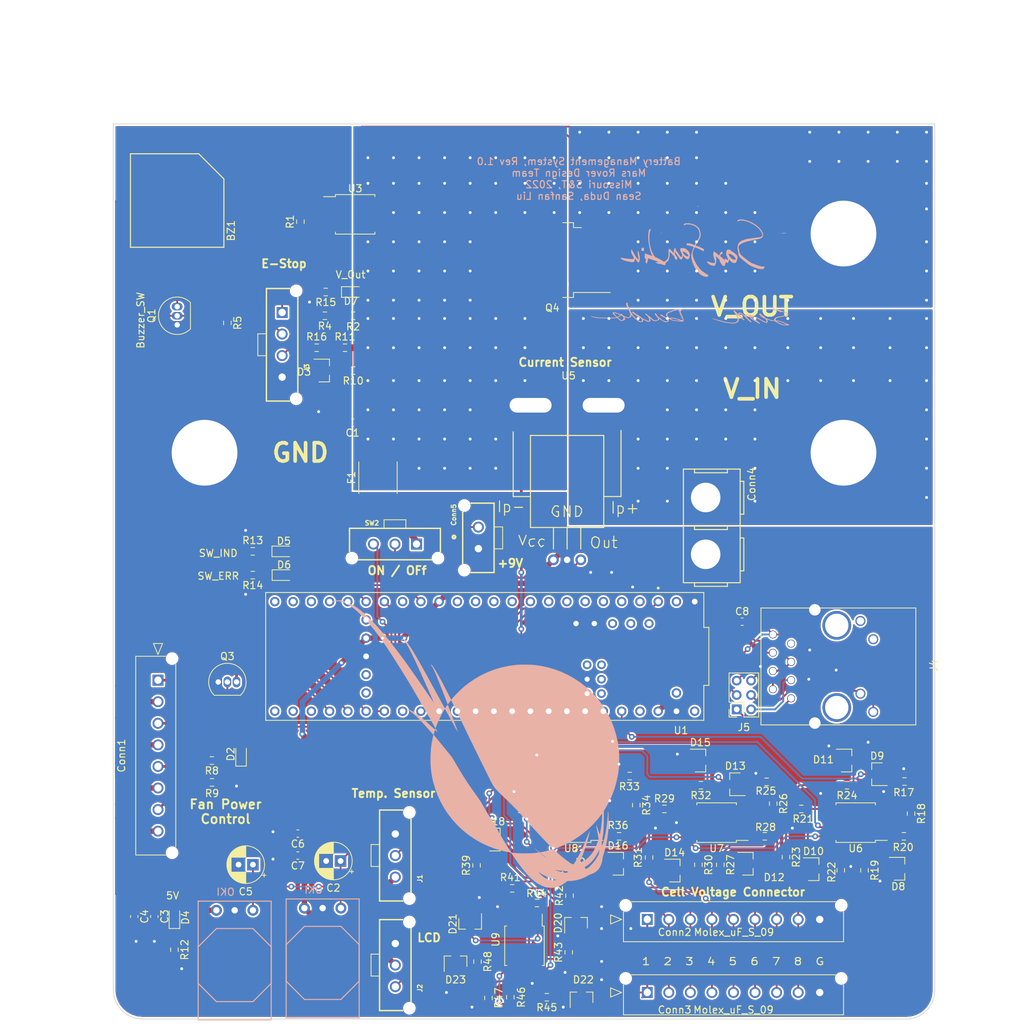
<source format=kicad_pcb>
(kicad_pcb (version 20171130) (host pcbnew "(5.1.10)-1")
  (layers (0 "F(Vin).Cu" power) (31 B.Cu power) (34 B.Paste user) (35 F.Paste user) (36 B.SilkS user) (37 F.SilkS user) (38 B.Mask user) (39 F.Mask user) (44 Edge.Cuts user))
  (net 0 "")
  (net 1 GND)
  (net 2 +5V)
  (net 3 "Net-(BZ1-Pad1)")
  (net 4 PACK_V)
  (net 5 "Net-(C2-Pad1)")
  (net 6 +3V3)
  (net 7 "Net-(C8-Pad2)")
  (net 8 "Net-(Conn1-Pad1)")
  (net 9 CELL_1)
  (net 10 CELL_2)
  (net 11 CELL_3)
  (net 12 CELL_4)
  (net 13 CELL_5)
  (net 14 CELL_6)
  (net 15 CELL_7)
  (net 16 CELL_8)
  (net 17 FAN_CTL)
  (net 18 "Net-(D2-Pad1)")
  (net 19 V_OUT_SENSE)
  (net 20 "Net-(D4-Pad1)")
  (net 21 SW_IND)
  (net 22 "Net-(D5-Pad1)")
  (net 23 SW_ERR)
  (net 24 "Net-(D6-Pad1)")
  (net 25 V_OUT)
  (net 26 "Net-(D7-Pad1)")
  (net 27 CELL_8_7_SENSE)
  (net 28 CELL_7_6_SENSE)
  (net 29 CELL_6_5_SENSE)
  (net 30 CELL_5_4_SENSE)
  (net 31 CELL_4_3_SENSE)
  (net 32 CELL_3_2_SENSE)
  (net 33 CELL_2_1_SENSE)
  (net 34 CELL_1_GND_SENSE)
  (net 35 TEMP_D_OUT)
  (net 36 SER_TX_IND)
  (net 37 "Net-(J3-Pad3)")
  (net 38 PACK_GATE)
  (net 39 "Net-(J3-Pad1)")
  (net 40 BUZZER)
  (net 41 "Net-(Q3-Pad2)")
  (net 42 E_STOP_GATE)
  (net 43 "Net-(R11-Pad2)")
  (net 44 "Net-(R17-Pad2)")
  (net 45 "Net-(R19-Pad1)")
  (net 46 "Net-(R21-Pad2)")
  (net 47 "Net-(R23-Pad1)")
  (net 48 "Net-(R25-Pad2)")
  (net 49 "Net-(R27-Pad1)")
  (net 50 "Net-(R29-Pad2)")
  (net 51 "Net-(R31-Pad1)")
  (net 52 "Net-(R33-Pad2)")
  (net 53 "Net-(R35-Pad1)")
  (net 54 "Net-(R37-Pad2)")
  (net 55 "Net-(R39-Pad1)")
  (net 56 "Net-(R41-Pad2)")
  (net 57 "Net-(R43-Pad1)")
  (net 58 "Net-(R45-Pad2)")
  (net 59 "Net-(R47-Pad1)")
  (net 60 PACK_I_SENSE)
  (net 61 "Net-(Conn5-Pad2)")
  (net 62 "Net-(F1-Pad1)")
  (net 63 "Net-(Conn4-Pad4)")
  (net 64 "Net-(C8-Pad1)")
  (net 65 "Net-(J4-Pad1)")
  (net 66 "Net-(J4-Pad3)")
  (net 67 "Net-(J4-Pad10)")
  (net 68 "Net-(J4-Pad6)")
  (net 69 "Net-(J4-Pad4)")
  (net 70 "Net-(U1-Pad0)")
  (net 71 "Net-(U1-PadVBAT)")
  (net 72 "Net-(U1-PadON/OFF)")
  (net 73 "Net-(U1-PadVUSB)")
  (net 74 "Net-(U1-PadPROGRAM)")
  (net 75 "Net-(U1-PadR+)")
  (net 76 "Net-(U1-PadT+)")
  (net 77 "Net-(U1-PadLED)")
  (net 78 "Net-(U1-Pad5V)")
  (net 79 "Net-(U1-PadD+)")
  (net 80 "Net-(U1-Pad2)")
  (net 81 "Net-(U1-Pad3)")
  (net 82 "Net-(U1-Pad4)")
  (net 83 "Net-(U1-Pad5)")
  (net 84 "Net-(U1-Pad6)")
  (net 85 "Net-(U1-Pad7)")
  (net 86 "Net-(U1-Pad8)")
  (net 87 "Net-(U1-Pad9)")
  (net 88 "Net-(U1-Pad10)")
  (net 89 "Net-(U1-Pad11)")
  (net 90 "Net-(U1-Pad12)")
  (net 91 "Net-(U1-Pad13)")
  (net 92 "Net-(U1-Pad14)")
  (net 93 "Net-(U1-Pad23)")
  (net 94 "Net-(U1-PadVIN)")
  (net 95 "Net-(U1-Pad25)")
  (net 96 "Net-(U1-Pad28)")
  (net 97 "Net-(U1-Pad29)")
  (net 98 "Net-(U1-Pad30)")
  (net 99 "Net-(U1-Pad31)")
  (net 100 "Net-(U1-Pad32)")
  (net 101 "Net-(U1-Pad33)")
  (net 102 "Net-(U1-Pad34)")
  (net 103 "Net-(U1-Pad35)")
  (net 104 "Net-(U1-Pad40)")
  (net 105 "Net-(U3-Pad2)")
  (net 106 "Net-(U3-Pad3)")
  (net 107 "Net-(J4-Pad12)")
  (net 108 "Net-(J4-Pad11)")
  (net 109 "Net-(J4-Pad7)")
  (module MRDT_Silkscreens:Sean_Duda_22mmx30mm (layer B.Cu) (at -40.64 -273.812 270)
    (fp_text reference G*** hide)
    (fp_text value LOGO hide)
  )
  (module MRDT_Silkscreens:z_sig_SanfanLiu_sig21.8mmx12.3mm1 (layer B.Cu) (at -40.386 -283.083 180)
    (fp_text reference G*** hide)
    (fp_text value LOGO hide)
  )
  (module MRDT_Silkscreens:0_MRDT_Logo_40mm (layer B.Cu) (at -70.866 -214.122 180)
    (fp_text reference G*** hide)
    (fp_text value LOGO hide)
  )
  (module Resistor_SMD:R_0603_1608Metric_Pad0.98x0.95mm_HandSolder (layer "F(Vin).Cu") (at -11.1995 -208.915)
    (fp_text reference R17 (at -0.1035 1.524) (layer F.SilkS))
    (fp_text value 31.5k)
    (pad 1 smd roundrect (at -0.9125 0) (size 0.975 0.95) (layers "F(Vin).Cu" F.Paste F.Mask) (net 1 GND))
    (pad 2 smd roundrect (at 0.9125 0) (size 0.975 0.95) (layers "F(Vin).Cu" F.Paste F.Mask) (net 44 "Net-(R17-Pad2)"))
  )
  (module Resistor_SMD:R_0603_1608Metric_Pad0.98x0.95mm_HandSolder (layer "F(Vin).Cu") (at -60.0945 -208.28 180)
    (fp_text reference R40 (at 0 -1.43) (layer F.SilkS))
    (fp_text value 31.5k)
    (pad 2 smd roundrect (at 0.9125 0 180) (size 0.975 0.95) (layers "F(Vin).Cu" F.Paste F.Mask) (net 55 "Net-(R39-Pad1)"))
    (pad 1 smd roundrect (at -0.9125 0 180) (size 0.975 0.95) (layers "F(Vin).Cu" F.Paste F.Mask) (net 32 CELL_3_2_SENSE))
  )
  (module Diode_SMD:D_SOT-23_ANK (layer "F(Vin).Cu") (at -34.7505 -208.534 180)
    (fp_text reference D13 (at -0.016 2.54) (layer F.SilkS))
    (fp_text value 3.3V)
    (pad 2 smd rect (at -1 -0.95 180) (size 0.9 0.8) (layers "F(Vin).Cu" F.Paste F.Mask) (net 1 GND))
    (pad "" smd rect (at -1 0.95 180) (size 0.9 0.8) (layers "F(Vin).Cu" F.Paste F.Mask))
    (pad 1 smd rect (at 1 0 180) (size 0.9 0.8) (layers "F(Vin).Cu" F.Paste F.Mask) (net 29 CELL_6_5_SENSE))
  )
  (module Diode_SMD:D_SOT-23_ANK (layer "F(Vin).Cu") (at -60.1185 -212.1535)
    (fp_text reference D19 (at 0 -2.5) (layer F.SilkS))
    (fp_text value 3.3V)
    (pad 2 smd rect (at -1 -0.95) (size 0.9 0.8) (layers "F(Vin).Cu" F.Paste F.Mask) (net 1 GND))
    (pad "" smd rect (at -1 0.95) (size 0.9 0.8) (layers "F(Vin).Cu" F.Paste F.Mask))
    (pad 1 smd rect (at 1 0) (size 0.9 0.8) (layers "F(Vin).Cu" F.Paste F.Mask) (net 32 CELL_3_2_SENSE))
  )
  (module Diode_SMD:D_SOT-23_ANK (layer "F(Vin).Cu") (at -54.975 -208.5315 180)
    (fp_text reference D17 (at 0 2.54) (layer F.SilkS))
    (fp_text value 3.3V)
    (pad 2 smd rect (at -1 -0.95 180) (size 0.9 0.8) (layers "F(Vin).Cu" F.Paste F.Mask) (net 1 GND))
    (pad "" smd rect (at -1 0.95 180) (size 0.9 0.8) (layers "F(Vin).Cu" F.Paste F.Mask))
    (pad 1 smd rect (at 1 0 180) (size 0.9 0.8) (layers "F(Vin).Cu" F.Paste F.Mask) (net 31 CELL_4_3_SENSE))
  )
  (module Diode_SMD:D_SOT-23_ANK (layer "F(Vin).Cu") (at -33.02 -197.485)
    (fp_text reference D12 (at 3.683 1.905) (layer F.SilkS))
    (fp_text value 4.3V)
    (pad 1 smd rect (at 1 0) (size 0.9 0.8) (layers "F(Vin).Cu" F.Paste F.Mask) (net 14 CELL_6))
    (pad "" smd rect (at -1 0.95) (size 0.9 0.8) (layers "F(Vin).Cu" F.Paste F.Mask))
    (pad 2 smd rect (at -1 -0.95) (size 0.9 0.8) (layers "F(Vin).Cu" F.Paste F.Mask) (net 13 CELL_5))
  )
  (module Package_SO:SOIC-8_5.275x5.275mm_P1.27mm (layer "F(Vin).Cu") (at -37.338 -203.2 180)
    (fp_text reference U7 (at 0 -3.59) (layer F.SilkS))
    (fp_text value Opamp_Dual_Generic)
    (pad 1 smd roundrect (at -3.6 -1.905 180) (size 1.6 0.6) (layers "F(Vin).Cu" F.Paste F.Mask) (net 29 CELL_6_5_SENSE))
    (pad 2 smd roundrect (at -3.6 -0.635 180) (size 1.6 0.6) (layers "F(Vin).Cu" F.Paste F.Mask) (net 49 "Net-(R27-Pad1)"))
    (pad 3 smd roundrect (at -3.6 0.635 180) (size 1.6 0.6) (layers "F(Vin).Cu" F.Paste F.Mask) (net 48 "Net-(R25-Pad2)"))
    (pad 4 smd roundrect (at -3.6 1.905 180) (size 1.6 0.6) (layers "F(Vin).Cu" F.Paste F.Mask) (net 1 GND))
    (pad 5 smd roundrect (at 3.6 1.905 180) (size 1.6 0.6) (layers "F(Vin).Cu" F.Paste F.Mask) (net 50 "Net-(R29-Pad2)"))
    (pad 6 smd roundrect (at 3.6 0.635 180) (size 1.6 0.6) (layers "F(Vin).Cu" F.Paste F.Mask) (net 51 "Net-(R31-Pad1)"))
    (pad 7 smd roundrect (at 3.6 -0.635 180) (size 1.6 0.6) (layers "F(Vin).Cu" F.Paste F.Mask) (net 30 CELL_5_4_SENSE))
    (pad 8 smd roundrect (at 3.6 -1.905 180) (size 1.6 0.6) (layers "F(Vin).Cu" F.Paste F.Mask) (net 4 PACK_V))
  )
  (module Resistor_SMD:R_0603_1608Metric_Pad0.98x0.95mm_HandSolder (layer "F(Vin).Cu") (at -10.287 -204.4465 270)
    (fp_text reference R18 (at 0 -1.43 90) (layer F.SilkS))
    (fp_text value 40k)
    (pad 1 smd roundrect (at -0.9125 0 270) (size 0.975 0.95) (layers "F(Vin).Cu" F.Paste F.Mask) (net 44 "Net-(R17-Pad2)"))
    (pad 2 smd roundrect (at 0.9125 0 270) (size 0.975 0.95) (layers "F(Vin).Cu" F.Paste F.Mask) (net 16 CELL_8))
  )
  (module Diode_SMD:D_SOT-23_ANK (layer "F(Vin).Cu") (at -39.608 -211.836)
    (fp_text reference D15 (at 0 -2.5) (layer F.SilkS))
    (fp_text value 3.3V)
    (pad 2 smd rect (at -1 -0.95) (size 0.9 0.8) (layers "F(Vin).Cu" F.Paste F.Mask) (net 1 GND))
    (pad "" smd rect (at -1 0.95) (size 0.9 0.8) (layers "F(Vin).Cu" F.Paste F.Mask))
    (pad 1 smd rect (at 1 0) (size 0.9 0.8) (layers "F(Vin).Cu" F.Paste F.Mask) (net 30 CELL_5_4_SENSE))
  )
  (module Resistor_SMD:R_0603_1608Metric_Pad0.98x0.95mm_HandSolder (layer "F(Vin).Cu") (at -70.739 -197.2545 90)
    (fp_text reference R39 (at 0 -1.43 90) (layer F.SilkS))
    (fp_text value 40k)
    (pad 1 smd roundrect (at -0.9125 0 90) (size 0.975 0.95) (layers "F(Vin).Cu" F.Paste F.Mask) (net 55 "Net-(R39-Pad1)"))
    (pad 2 smd roundrect (at 0.9125 0 90) (size 0.975 0.95) (layers "F(Vin).Cu" F.Paste F.Mask) (net 10 CELL_2))
  )
  (module Diode_SMD:D_SOT-23_ANK (layer "F(Vin).Cu") (at -68.215 -200.848)
    (fp_text reference D18 (at 0 -2.5) (layer F.SilkS))
    (fp_text value 4.3V)
    (pad 1 smd rect (at 1 0) (size 0.9 0.8) (layers "F(Vin).Cu" F.Paste F.Mask) (net 11 CELL_3))
    (pad "" smd rect (at -1 0.95) (size 0.9 0.8) (layers "F(Vin).Cu" F.Paste F.Mask))
    (pad 2 smd rect (at -1 -0.95) (size 0.9 0.8) (layers "F(Vin).Cu" F.Paste F.Mask) (net 10 CELL_2))
  )
  (module Resistor_SMD:R_0603_1608Metric_Pad0.98x0.95mm_HandSolder (layer "F(Vin).Cu") (at -25.5505 -205.105)
    (fp_text reference R21 (at 0.2305 1.397) (layer F.SilkS))
    (fp_text value 31.5k)
    (pad 1 smd roundrect (at -0.9125 0) (size 0.975 0.95) (layers "F(Vin).Cu" F.Paste F.Mask) (net 1 GND))
    (pad 2 smd roundrect (at 0.9125 0) (size 0.975 0.95) (layers "F(Vin).Cu" F.Paste F.Mask) (net 46 "Net-(R21-Pad2)"))
  )
  (module Resistor_SMD:R_0603_1608Metric_Pad0.98x0.95mm_HandSolder (layer "F(Vin).Cu") (at -29.464 -205.8435 270)
    (fp_text reference R26 (at 0 -1.43 90) (layer F.SilkS))
    (fp_text value 40k)
    (pad 2 smd roundrect (at 0.9125 0 270) (size 0.975 0.95) (layers "F(Vin).Cu" F.Paste F.Mask) (net 14 CELL_6))
    (pad 1 smd roundrect (at -0.9125 0 270) (size 0.975 0.95) (layers "F(Vin).Cu" F.Paste F.Mask) (net 48 "Net-(R25-Pad2)"))
  )
  (module Resistor_SMD:R_0603_1608Metric_Pad0.98x0.95mm_HandSolder (layer "F(Vin).Cu") (at -27.686 -198.3975 270)
    (fp_text reference R23 (at 0 -1.43 90) (layer F.SilkS))
    (fp_text value 40k)
    (pad 1 smd roundrect (at -0.9125 0 270) (size 0.975 0.95) (layers "F(Vin).Cu" F.Paste F.Mask) (net 47 "Net-(R23-Pad1)"))
    (pad 2 smd roundrect (at 0.9125 0 270) (size 0.975 0.95) (layers "F(Vin).Cu" F.Paste F.Mask) (net 14 CELL_6))
  )
  (module Resistor_SMD:R_0603_1608Metric_Pad0.98x0.95mm_HandSolder (layer "F(Vin).Cu") (at -39.878 -197.3345 270)
    (fp_text reference R30 (at 0 -1.43 90) (layer F.SilkS))
    (fp_text value 40k)
    (pad 2 smd roundrect (at 0.9125 0 270) (size 0.975 0.95) (layers "F(Vin).Cu" F.Paste F.Mask) (net 13 CELL_5))
    (pad 1 smd roundrect (at -0.9125 0 270) (size 0.975 0.95) (layers "F(Vin).Cu" F.Paste F.Mask) (net 50 "Net-(R29-Pad2)"))
  )
  (module Diode_SMD:D_SOT-23_ANK (layer "F(Vin).Cu") (at -11.922 -196.789)
    (fp_text reference D8 (at -0.143 2.479) (layer F.SilkS))
    (fp_text value 4.3V)
    (pad 1 smd rect (at 1 0) (size 0.9 0.8) (layers "F(Vin).Cu" F.Paste F.Mask) (net 16 CELL_8))
    (pad "" smd rect (at -1 0.95) (size 0.9 0.8) (layers "F(Vin).Cu" F.Paste F.Mask))
    (pad 2 smd rect (at -1 -0.95) (size 0.9 0.8) (layers "F(Vin).Cu" F.Paste F.Mask) (net 15 CELL_7))
  )
  (module Diode_SMD:D_SOT-23_ANK (layer "F(Vin).Cu") (at -19.288 -211.836)
    (fp_text reference D11 (at -3.191 -0.127) (layer F.SilkS))
    (fp_text value 3.3V)
    (pad 2 smd rect (at -1 -0.95) (size 0.9 0.8) (layers "F(Vin).Cu" F.Paste F.Mask) (net 1 GND))
    (pad "" smd rect (at -1 0.95) (size 0.9 0.8) (layers "F(Vin).Cu" F.Paste F.Mask))
    (pad 1 smd rect (at 1 0) (size 0.9 0.8) (layers "F(Vin).Cu" F.Paste F.Mask) (net 28 CELL_7_6_SENSE))
  )
  (module Diode_SMD:D_SOT-23_ANK (layer "F(Vin).Cu") (at -23.86 -196.723)
    (fp_text reference D10 (at 0 -2.5) (layer F.SilkS))
    (fp_text value 4.3V)
    (pad 1 smd rect (at 1 0) (size 0.9 0.8) (layers "F(Vin).Cu" F.Paste F.Mask) (net 15 CELL_7))
    (pad "" smd rect (at -1 0.95) (size 0.9 0.8) (layers "F(Vin).Cu" F.Paste F.Mask))
    (pad 2 smd rect (at -1 -0.95) (size 0.9 0.8) (layers "F(Vin).Cu" F.Paste F.Mask) (net 14 CELL_6))
  )
  (module Resistor_SMD:R_0603_1608Metric_Pad0.98x0.95mm_HandSolder (layer "F(Vin).Cu") (at -60.6425 -197.0005 270)
    (fp_text reference R38 (at 0 -1.43 90) (layer F.SilkS))
    (fp_text value 40k)
    (pad 2 smd roundrect (at 0.9125 0 270) (size 0.975 0.95) (layers "F(Vin).Cu" F.Paste F.Mask) (net 11 CELL_3))
    (pad 1 smd roundrect (at -0.9125 0 270) (size 0.975 0.95) (layers "F(Vin).Cu" F.Paste F.Mask) (net 54 "Net-(R37-Pad2)"))
  )
  (module Package_SO:SOIC-8_5.275x5.275mm_P1.27mm (layer "F(Vin).Cu") (at -57.575 -203.2 180)
    (fp_text reference U8 (at 0 -3.59) (layer F.SilkS))
    (fp_text value Opamp_Dual_Generic)
    (pad 8 smd roundrect (at 3.6 -1.905 180) (size 1.6 0.6) (layers "F(Vin).Cu" F.Paste F.Mask) (net 4 PACK_V))
    (pad 7 smd roundrect (at 3.6 -0.635 180) (size 1.6 0.6) (layers "F(Vin).Cu" F.Paste F.Mask) (net 32 CELL_3_2_SENSE))
    (pad 6 smd roundrect (at 3.6 0.635 180) (size 1.6 0.6) (layers "F(Vin).Cu" F.Paste F.Mask) (net 55 "Net-(R39-Pad1)"))
    (pad 5 smd roundrect (at 3.6 1.905 180) (size 1.6 0.6) (layers "F(Vin).Cu" F.Paste F.Mask) (net 54 "Net-(R37-Pad2)"))
    (pad 4 smd roundrect (at -3.6 1.905 180) (size 1.6 0.6) (layers "F(Vin).Cu" F.Paste F.Mask) (net 1 GND))
    (pad 3 smd roundrect (at -3.6 0.635 180) (size 1.6 0.6) (layers "F(Vin).Cu" F.Paste F.Mask) (net 52 "Net-(R33-Pad2)"))
    (pad 2 smd roundrect (at -3.6 -0.635 180) (size 1.6 0.6) (layers "F(Vin).Cu" F.Paste F.Mask) (net 53 "Net-(R35-Pad1)"))
    (pad 1 smd roundrect (at -3.6 -1.905 180) (size 1.6 0.6) (layers "F(Vin).Cu" F.Paste F.Mask) (net 31 CELL_4_3_SENSE))
  )
  (module Package_SO:SOIC-8_5.275x5.275mm_P1.27mm (layer "F(Vin).Cu") (at -17.99 -203.2 180)
    (fp_text reference U6 (at 0 -3.59) (layer F.SilkS))
    (fp_text value Opamp_Dual_Generic)
    (pad 1 smd roundrect (at -3.6 -1.905 180) (size 1.6 0.6) (layers "F(Vin).Cu" F.Paste F.Mask) (net 27 CELL_8_7_SENSE))
    (pad 2 smd roundrect (at -3.6 -0.635 180) (size 1.6 0.6) (layers "F(Vin).Cu" F.Paste F.Mask) (net 45 "Net-(R19-Pad1)"))
    (pad 3 smd roundrect (at -3.6 0.635 180) (size 1.6 0.6) (layers "F(Vin).Cu" F.Paste F.Mask) (net 44 "Net-(R17-Pad2)"))
    (pad 4 smd roundrect (at -3.6 1.905 180) (size 1.6 0.6) (layers "F(Vin).Cu" F.Paste F.Mask) (net 1 GND))
    (pad 5 smd roundrect (at 3.6 1.905 180) (size 1.6 0.6) (layers "F(Vin).Cu" F.Paste F.Mask) (net 46 "Net-(R21-Pad2)"))
    (pad 6 smd roundrect (at 3.6 0.635 180) (size 1.6 0.6) (layers "F(Vin).Cu" F.Paste F.Mask) (net 47 "Net-(R23-Pad1)"))
    (pad 7 smd roundrect (at 3.6 -0.635 180) (size 1.6 0.6) (layers "F(Vin).Cu" F.Paste F.Mask) (net 28 CELL_7_6_SENSE))
    (pad 8 smd roundrect (at 3.6 -1.905 180) (size 1.6 0.6) (layers "F(Vin).Cu" F.Paste F.Mask) (net 4 PACK_V))
  )
  (module Diode_SMD:D_SOT-23_ANK (layer "F(Vin).Cu") (at -15.002 -209.931 180)
    (fp_text reference D9 (at 0 2.54) (layer F.SilkS))
    (fp_text value 3.3V)
    (pad 2 smd rect (at -1 -0.95 180) (size 0.9 0.8) (layers "F(Vin).Cu" F.Paste F.Mask) (net 1 GND))
    (pad "" smd rect (at -1 0.95 180) (size 0.9 0.8) (layers "F(Vin).Cu" F.Paste F.Mask))
    (pad 1 smd rect (at 1 0 180) (size 0.9 0.8) (layers "F(Vin).Cu" F.Paste F.Mask) (net 27 CELL_8_7_SENSE))
  )
  (module Diode_SMD:D_SOT-23_ANK (layer "F(Vin).Cu") (at -43.18 -196.535)
    (fp_text reference D14 (at 0 -2.5) (layer F.SilkS))
    (fp_text value 4.3V)
    (pad 2 smd rect (at -1 -0.95) (size 0.9 0.8) (layers "F(Vin).Cu" F.Paste F.Mask) (net 12 CELL_4))
    (pad "" smd rect (at -1 0.95) (size 0.9 0.8) (layers "F(Vin).Cu" F.Paste F.Mask))
    (pad 1 smd rect (at 1 0) (size 0.9 0.8) (layers "F(Vin).Cu" F.Paste F.Mask) (net 13 CELL_5))
  )
  (module Resistor_SMD:R_0603_1608Metric_Pad0.98x0.95mm_HandSolder (layer "F(Vin).Cu") (at -11.2795 -201.295)
    (fp_text reference R20 (at -0.1035 1.524) (layer F.SilkS))
    (fp_text value 31.5k)
    (pad 1 smd roundrect (at -0.9125 0) (size 0.975 0.95) (layers "F(Vin).Cu" F.Paste F.Mask) (net 27 CELL_8_7_SENSE))
    (pad 2 smd roundrect (at 0.9125 0) (size 0.975 0.95) (layers "F(Vin).Cu" F.Paste F.Mask) (net 45 "Net-(R19-Pad1)"))
  )
  (module Resistor_SMD:R_0603_1608Metric_Pad0.98x0.95mm_HandSolder (layer "F(Vin).Cu") (at -46.736 -198.3505 270)
    (fp_text reference R31 (at 0 1.524 90) (layer F.SilkS))
    (fp_text value 40k)
    (pad 2 smd roundrect (at 0.9125 0 270) (size 0.975 0.95) (layers "F(Vin).Cu" F.Paste F.Mask) (net 12 CELL_4))
    (pad 1 smd roundrect (at -0.9125 0 270) (size 0.975 0.95) (layers "F(Vin).Cu" F.Paste F.Mask) (net 51 "Net-(R31-Pad1)"))
  )
  (module Resistor_SMD:R_0603_1608Metric_Pad0.98x0.95mm_HandSolder (layer "F(Vin).Cu") (at -57.658 -197.0005 270)
    (fp_text reference R35 (at 0 -1.43 90) (layer F.SilkS))
    (fp_text value 40k)
    (pad 1 smd roundrect (at -0.9125 0 270) (size 0.975 0.95) (layers "F(Vin).Cu" F.Paste F.Mask) (net 53 "Net-(R35-Pad1)"))
    (pad 2 smd roundrect (at 0.9125 0 270) (size 0.975 0.95) (layers "F(Vin).Cu" F.Paste F.Mask) (net 11 CELL_3))
  )
  (module Resistor_SMD:R_0603_1608Metric_Pad0.98x0.95mm_HandSolder (layer "F(Vin).Cu") (at -20.066 -196.5725 270)
    (fp_text reference R22 (at 0.254 1.27 90) (layer F.SilkS))
    (fp_text value 40k)
    (pad 2 smd roundrect (at 0.9125 0 270) (size 0.975 0.95) (layers "F(Vin).Cu" F.Paste F.Mask) (net 15 CELL_7))
    (pad 1 smd roundrect (at -0.9125 0 270) (size 0.975 0.95) (layers "F(Vin).Cu" F.Paste F.Mask) (net 46 "Net-(R21-Pad2)"))
  )
  (module Resistor_SMD:R_0603_1608Metric_Pad0.98x0.95mm_HandSolder (layer "F(Vin).Cu") (at -39.5205 -208.407 180)
    (fp_text reference R32 (at 0 -1.43) (layer F.SilkS))
    (fp_text value 31.5k)
    (pad 2 smd roundrect (at 0.9125 0 180) (size 0.975 0.95) (layers "F(Vin).Cu" F.Paste F.Mask) (net 51 "Net-(R31-Pad1)"))
    (pad 1 smd roundrect (at -0.9125 0 180) (size 0.975 0.95) (layers "F(Vin).Cu" F.Paste F.Mask) (net 30 CELL_5_4_SENSE))
  )
  (module Resistor_SMD:R_0603_1608Metric_Pad0.98x0.95mm_HandSolder (layer "F(Vin).Cu") (at -16.764 -196.5725 270)
    (fp_text reference R19 (at 0 -1.43 90) (layer F.SilkS))
    (fp_text value 40k)
    (pad 1 smd roundrect (at -0.9125 0 270) (size 0.975 0.95) (layers "F(Vin).Cu" F.Paste F.Mask) (net 45 "Net-(R19-Pad1)"))
    (pad 2 smd roundrect (at 0.9125 0 270) (size 0.975 0.95) (layers "F(Vin).Cu" F.Paste F.Mask) (net 15 CELL_7))
  )
  (module Diode_SMD:D_SOT-23_ANK (layer "F(Vin).Cu") (at -51.054 -197.485)
    (fp_text reference D16 (at 0 -2.5) (layer F.SilkS))
    (fp_text value 4.3V)
    (pad 1 smd rect (at 1 0) (size 0.9 0.8) (layers "F(Vin).Cu" F.Paste F.Mask) (net 12 CELL_4))
    (pad "" smd rect (at -1 0.95) (size 0.9 0.8) (layers "F(Vin).Cu" F.Paste F.Mask))
    (pad 2 smd rect (at -1 -0.95) (size 0.9 0.8) (layers "F(Vin).Cu" F.Paste F.Mask) (net 11 CELL_3))
  )
  (module Resistor_SMD:R_0603_1608Metric_Pad0.98x0.95mm_HandSolder (layer "F(Vin).Cu") (at -49.4265 -209.677)
    (fp_text reference R33 (at -0.04 1.4605) (layer F.SilkS))
    (fp_text value 31.5k)
    (pad 2 smd roundrect (at 0.9125 0) (size 0.975 0.95) (layers "F(Vin).Cu" F.Paste F.Mask) (net 52 "Net-(R33-Pad2)"))
    (pad 1 smd roundrect (at -0.9125 0) (size 0.975 0.95) (layers "F(Vin).Cu" F.Paste F.Mask) (net 1 GND))
  )
  (module Resistor_SMD:R_0603_1608Metric_Pad0.98x0.95mm_HandSolder (layer "F(Vin).Cu") (at -48.514 -205.6365 270)
    (fp_text reference R34 (at 0 -1.43 90) (layer F.SilkS))
    (fp_text value 40k)
    (pad 2 smd roundrect (at 0.9125 0 270) (size 0.975 0.95) (layers "F(Vin).Cu" F.Paste F.Mask) (net 12 CELL_4))
    (pad 1 smd roundrect (at -0.9125 0 270) (size 0.975 0.95) (layers "F(Vin).Cu" F.Paste F.Mask) (net 52 "Net-(R33-Pad2)"))
  )
  (module Resistor_SMD:R_0603_1608Metric_Pad0.98x0.95mm_HandSolder (layer "F(Vin).Cu") (at -36.83 -197.3345 270)
    (fp_text reference R27 (at 0 -1.43 90) (layer F.SilkS))
    (fp_text value 40k)
    (pad 1 smd roundrect (at -0.9125 0 270) (size 0.975 0.95) (layers "F(Vin).Cu" F.Paste F.Mask) (net 49 "Net-(R27-Pad1)"))
    (pad 2 smd roundrect (at 0.9125 0 270) (size 0.975 0.95) (layers "F(Vin).Cu" F.Paste F.Mask) (net 13 CELL_5))
  )
  (module Resistor_SMD:R_0603_1608Metric_Pad0.98x0.95mm_HandSolder (layer "F(Vin).Cu") (at -30.3765 -208.868)
    (fp_text reference R25 (at -0.1035 1.27) (layer F.SilkS))
    (fp_text value 31.5k)
    (pad 2 smd roundrect (at 0.9125 0) (size 0.975 0.95) (layers "F(Vin).Cu" F.Paste F.Mask) (net 48 "Net-(R25-Pad2)"))
    (pad 1 smd roundrect (at -0.9125 0) (size 0.975 0.95) (layers "F(Vin).Cu" F.Paste F.Mask) (net 1 GND))
  )
  (module Resistor_SMD:R_0603_1608Metric_Pad0.98x0.95mm_HandSolder (layer "F(Vin).Cu") (at -19.2005 -208.407 180)
    (fp_text reference R24 (at 0 -1.43) (layer F.SilkS))
    (fp_text value 31.5k)
    (pad 2 smd roundrect (at 0.9125 0 180) (size 0.975 0.95) (layers "F(Vin).Cu" F.Paste F.Mask) (net 47 "Net-(R23-Pad1)"))
    (pad 1 smd roundrect (at -0.9125 0 180) (size 0.975 0.95) (layers "F(Vin).Cu" F.Paste F.Mask) (net 28 CELL_7_6_SENSE))
  )
  (module Resistor_SMD:R_0603_1608Metric_Pad0.98x0.95mm_HandSolder (layer "F(Vin).Cu") (at -44.6005 -205.105)
    (fp_text reference R29 (at 0 -1.43) (layer F.SilkS))
    (fp_text value 31.5k)
    (pad 1 smd roundrect (at -0.9125 0) (size 0.975 0.95) (layers "F(Vin).Cu" F.Paste F.Mask) (net 1 GND))
    (pad 2 smd roundrect (at 0.9125 0) (size 0.975 0.95) (layers "F(Vin).Cu" F.Paste F.Mask) (net 50 "Net-(R29-Pad2)"))
  )
  (module Resistor_SMD:R_0603_1608Metric_Pad0.98x0.95mm_HandSolder (layer "F(Vin).Cu") (at -30.6305 -201.295)
    (fp_text reference R28 (at 0.1035 -1.27) (layer F.SilkS))
    (fp_text value 31.5k)
    (pad 1 smd roundrect (at -0.9125 0) (size 0.975 0.95) (layers "F(Vin).Cu" F.Paste F.Mask) (net 29 CELL_6_5_SENSE))
    (pad 2 smd roundrect (at 0.9125 0) (size 0.975 0.95) (layers "F(Vin).Cu" F.Paste F.Mask) (net 49 "Net-(R27-Pad1)"))
  )
  (module Resistor_SMD:R_0603_1608Metric_Pad0.98x0.95mm_HandSolder (layer "F(Vin).Cu") (at -64.6665 -205.105)
    (fp_text reference R37 (at 0 -1.43) (layer F.SilkS))
    (fp_text value 31.5k)
    (pad 1 smd roundrect (at -0.9125 0) (size 0.975 0.95) (layers "F(Vin).Cu" F.Paste F.Mask) (net 1 GND))
    (pad 2 smd roundrect (at 0.9125 0) (size 0.975 0.95) (layers "F(Vin).Cu" F.Paste F.Mask) (net 54 "Net-(R37-Pad2)"))
  )
  (module Resistor_SMD:R_0603_1608Metric_Pad0.98x0.95mm_HandSolder (layer "F(Vin).Cu") (at -50.9035 -201.295)
    (fp_text reference R36 (at -0.1505 -1.524) (layer F.SilkS))
    (fp_text value 31.5k)
    (pad 1 smd roundrect (at -0.9125 0) (size 0.975 0.95) (layers "F(Vin).Cu" F.Paste F.Mask) (net 31 CELL_4_3_SENSE))
    (pad 2 smd roundrect (at 0.9125 0) (size 0.975 0.95) (layers "F(Vin).Cu" F.Paste F.Mask) (net 53 "Net-(R35-Pad1)"))
  )
  (module MRDT_Connectors:MOLEX_uF_S_02_Vertical (layer "F(Vin).Cu") (at -70.485 -242.7986 90)
    (fp_text reference Conn5 (at 3.20551 -3.42921 90) (layer F.SilkS) (effects (font (size 0.641087 0.641087))))
    (fp_text value Molex_uF_S_02)
    (pad "" np_thru_hole circle (at 4.4958 -1.9558 90) (size 1.27 1.27) (drill 1.27) (layers *.Cu *.Mask))
    (pad "" np_thru_hole circle (at -4.4958 -1.9558 90) (size 1.27 1.27) (drill 1.27) (layers *.Cu *.Mask))
    (pad 2 thru_hole circle (at 1.4986 0 90) (size 1.53 1.53) (drill 1.02) (layers *.Cu *.Mask) (net 61 "Net-(Conn5-Pad2)"))
    (pad 1 thru_hole rect (at -1.4986 0 90) (size 1.53 1.53) (drill 1.02) (layers *.Cu *.Mask) (net 1 GND))
  )
  (module MRDT_Shields:MODULE_DEV-16771 (layer "F(Vin).Cu") (at -69.596 -226.314 180)
    (fp_text reference U1 (at -27.305 -10.295) (layer F.SilkS))
    (fp_text value Teensy4.1_DEV-16771)
    (pad GND1 thru_hole circle (at -29.21 7.62 180) (size 1.308 1.308) (drill 0.8) (layers *.Cu *.Mask) (net 1 GND))
    (pad 0 thru_hole circle (at -26.67 7.62 180) (size 1.308 1.308) (drill 0.8) (layers *.Cu *.Mask) (net 70 "Net-(U1-Pad0)"))
    (pad VBAT thru_hole circle (at 16.51 5.08 180) (size 1.308 1.308) (drill 0.8) (layers *.Cu *.Mask) (net 71 "Net-(U1-PadVBAT)"))
    (pad 3.3V_3 thru_hole circle (at 16.51 2.54 180) (size 1.308 1.308) (drill 0.8) (layers *.Cu *.Mask) (net 6 +3V3))
    (pad GND4 thru_hole circle (at 16.51 0 180) (size 1.308 1.308) (drill 0.8) (layers *.Cu *.Mask) (net 1 GND))
    (pad ON/OFF thru_hole circle (at 16.51 -5.08 180) (size 1.308 1.308) (drill 0.8) (layers *.Cu *.Mask) (net 72 "Net-(U1-PadON/OFF)"))
    (pad VUSB thru_hole circle (at -26.67 -5.08 180) (size 1.308 1.308) (drill 0.8) (layers *.Cu *.Mask) (net 73 "Net-(U1-PadVUSB)"))
    (pad PROGRAM thru_hole circle (at 16.51 -2.54 180) (size 1.308 1.308) (drill 0.8) (layers *.Cu *.Mask) (net 74 "Net-(U1-PadPROGRAM)"))
    (pad GND2 thru_hole circle (at 6.35 -7.62 180) (size 1.308 1.308) (drill 0.8) (layers *.Cu *.Mask) (net 1 GND))
    (pad R- thru_hole circle (at -14.24 -5.17 180) (size 1.208 1.208) (drill 0.7) (layers *.Cu *.Mask))
    (pad R+ thru_hole circle (at -16.24 -5.17 180) (size 1.208 1.208) (drill 0.7) (layers *.Cu *.Mask) (net 75 "Net-(U1-PadR+)"))
    (pad GND5 thru_hole circle (at -14.24 -3.17 180) (size 1.208 1.208) (drill 0.7) (layers *.Cu *.Mask) (net 1 GND))
    (pad T+ thru_hole circle (at -14.24 -1.17 180) (size 1.208 1.208) (drill 0.7) (layers *.Cu *.Mask) (net 76 "Net-(U1-PadT+)"))
    (pad LED thru_hole circle (at -16.24 -3.17 180) (size 1.208 1.208) (drill 0.7) (layers *.Cu *.Mask) (net 77 "Net-(U1-PadLED)"))
    (pad T- thru_hole circle (at -16.24 -1.17 180) (size 1.208 1.208) (drill 0.7) (layers *.Cu *.Mask))
    (pad 5V thru_hole circle (at -22.86 4.57 180) (size 1.258 1.258) (drill 0.75) (layers *.Cu *.Mask) (net 78 "Net-(U1-Pad5V)"))
    (pad D- thru_hole circle (at -20.32 4.57 180) (size 1.258 1.258) (drill 0.75) (layers *.Cu *.Mask))
    (pad D+ thru_hole circle (at -17.78 4.57 180) (size 1.258 1.258) (drill 0.75) (layers *.Cu *.Mask) (net 79 "Net-(U1-PadD+)"))
    (pad USB_GND1 thru_hole circle (at -15.24 4.57 180) (size 1.258 1.258) (drill 0.75) (layers *.Cu *.Mask) (net 1 GND))
    (pad USB_GND2 thru_hole circle (at -12.7 4.57 180) (size 1.258 1.258) (drill 0.75) (layers *.Cu *.Mask) (net 1 GND))
    (pad 1 thru_hole circle (at -24.13 7.62 180) (size 1.308 1.308) (drill 0.8) (layers *.Cu *.Mask) (net 36 SER_TX_IND))
    (pad 2 thru_hole circle (at -21.59 7.62 180) (size 1.308 1.308) (drill 0.8) (layers *.Cu *.Mask) (net 80 "Net-(U1-Pad2)"))
    (pad 3 thru_hole circle (at -19.05 7.62 180) (size 1.308 1.308) (drill 0.8) (layers *.Cu *.Mask) (net 81 "Net-(U1-Pad3)"))
    (pad 4 thru_hole circle (at -16.51 7.62 180) (size 1.308 1.308) (drill 0.8) (layers *.Cu *.Mask) (net 82 "Net-(U1-Pad4)"))
    (pad 5 thru_hole circle (at -13.97 7.62 180) (size 1.308 1.308) (drill 0.8) (layers *.Cu *.Mask) (net 83 "Net-(U1-Pad5)"))
    (pad 6 thru_hole circle (at -11.43 7.62 180) (size 1.308 1.308) (drill 0.8) (layers *.Cu *.Mask) (net 84 "Net-(U1-Pad6)"))
    (pad 7 thru_hole circle (at -8.89 7.62 180) (size 1.308 1.308) (drill 0.8) (layers *.Cu *.Mask) (net 85 "Net-(U1-Pad7)"))
    (pad 8 thru_hole circle (at -6.35 7.62 180) (size 1.308 1.308) (drill 0.8) (layers *.Cu *.Mask) (net 86 "Net-(U1-Pad8)"))
    (pad 9 thru_hole circle (at -3.81 7.62 180) (size 1.308 1.308) (drill 0.8) (layers *.Cu *.Mask) (net 87 "Net-(U1-Pad9)"))
    (pad 10 thru_hole circle (at -1.27 7.62 180) (size 1.308 1.308) (drill 0.8) (layers *.Cu *.Mask) (net 88 "Net-(U1-Pad10)"))
    (pad 11 thru_hole circle (at 1.27 7.62 180) (size 1.308 1.308) (drill 0.8) (layers *.Cu *.Mask) (net 89 "Net-(U1-Pad11)"))
    (pad 12 thru_hole circle (at 3.81 7.62 180) (size 1.308 1.308) (drill 0.8) (layers *.Cu *.Mask) (net 90 "Net-(U1-Pad12)"))
    (pad 3.3V_1 thru_hole circle (at 6.35 7.62 180) (size 1.308 1.308) (drill 0.8) (layers *.Cu *.Mask) (net 6 +3V3))
    (pad 13 thru_hole circle (at 3.81 -7.62 180) (size 1.308 1.308) (drill 0.8) (layers *.Cu *.Mask) (net 91 "Net-(U1-Pad13)"))
    (pad 14 thru_hole circle (at 1.27 -7.62 180) (size 1.308 1.308) (drill 0.8) (layers *.Cu *.Mask) (net 92 "Net-(U1-Pad14)"))
    (pad 15 thru_hole circle (at -1.27 -7.62 180) (size 1.308 1.308) (drill 0.8) (layers *.Cu *.Mask) (net 34 CELL_1_GND_SENSE))
    (pad 16 thru_hole circle (at -3.81 -7.62 180) (size 1.308 1.308) (drill 0.8) (layers *.Cu *.Mask) (net 33 CELL_2_1_SENSE))
    (pad 17 thru_hole circle (at -6.35 -7.62 180) (size 1.308 1.308) (drill 0.8) (layers *.Cu *.Mask) (net 32 CELL_3_2_SENSE))
    (pad 18 thru_hole circle (at -8.89 -7.62 180) (size 1.308 1.308) (drill 0.8) (layers *.Cu *.Mask) (net 31 CELL_4_3_SENSE))
    (pad 19 thru_hole circle (at -11.43 -7.62 180) (size 1.308 1.308) (drill 0.8) (layers *.Cu *.Mask) (net 30 CELL_5_4_SENSE))
    (pad 20 thru_hole circle (at -13.97 -7.62 180) (size 1.308 1.308) (drill 0.8) (layers *.Cu *.Mask) (net 29 CELL_6_5_SENSE))
    (pad 21 thru_hole circle (at -16.51 -7.62 180) (size 1.308 1.308) (drill 0.8) (layers *.Cu *.Mask) (net 28 CELL_7_6_SENSE))
    (pad 22 thru_hole circle (at -19.05 -7.62 180) (size 1.308 1.308) (drill 0.8) (layers *.Cu *.Mask) (net 27 CELL_8_7_SENSE))
    (pad 23 thru_hole circle (at -21.59 -7.62 180) (size 1.308 1.308) (drill 0.8) (layers *.Cu *.Mask) (net 93 "Net-(U1-Pad23)"))
    (pad 3.3V_2 thru_hole circle (at -24.13 -7.62 180) (size 1.308 1.308) (drill 0.8) (layers *.Cu *.Mask) (net 6 +3V3))
    (pad GND3 thru_hole circle (at -26.67 -7.62 180) (size 1.308 1.308) (drill 0.8) (layers *.Cu *.Mask) (net 1 GND))
    (pad VIN thru_hole circle (at -29.21 -7.62 180) (size 1.308 1.308) (drill 0.8) (layers *.Cu *.Mask) (net 94 "Net-(U1-PadVIN)"))
    (pad 24 thru_hole circle (at 8.89 7.62 180) (size 1.308 1.308) (drill 0.8) (layers *.Cu *.Mask) (net 19 V_OUT_SENSE))
    (pad 25 thru_hole circle (at 11.43 7.62 180) (size 1.308 1.308) (drill 0.8) (layers *.Cu *.Mask) (net 95 "Net-(U1-Pad25)"))
    (pad 26 thru_hole circle (at 13.97 7.62 180) (size 1.308 1.308) (drill 0.8) (layers *.Cu *.Mask) (net 35 TEMP_D_OUT))
    (pad 27 thru_hole circle (at 16.51 7.62 180) (size 1.308 1.308) (drill 0.8) (layers *.Cu *.Mask) (net 21 SW_IND))
    (pad 28 thru_hole circle (at 19.05 7.62 180) (size 1.308 1.308) (drill 0.8) (layers *.Cu *.Mask) (net 96 "Net-(U1-Pad28)"))
    (pad 29 thru_hole circle (at 21.59 7.62 180) (size 1.308 1.308) (drill 0.8) (layers *.Cu *.Mask) (net 97 "Net-(U1-Pad29)"))
    (pad 30 thru_hole circle (at 24.13 7.62 180) (size 1.308 1.308) (drill 0.8) (layers *.Cu *.Mask) (net 98 "Net-(U1-Pad30)"))
    (pad 31 thru_hole circle (at 26.67 7.62 180) (size 1.308 1.308) (drill 0.8) (layers *.Cu *.Mask) (net 99 "Net-(U1-Pad31)"))
    (pad 32 thru_hole circle (at 29.21 7.62 180) (size 1.308 1.308) (drill 0.8) (layers *.Cu *.Mask) (net 100 "Net-(U1-Pad32)"))
    (pad 33 thru_hole circle (at 29.21 -7.62 180) (size 1.308 1.308) (drill 0.8) (layers *.Cu *.Mask) (net 101 "Net-(U1-Pad33)"))
    (pad 34 thru_hole circle (at 26.67 -7.62 180) (size 1.308 1.308) (drill 0.8) (layers *.Cu *.Mask) (net 102 "Net-(U1-Pad34)"))
    (pad 35 thru_hole circle (at 24.13 -7.62 180) (size 1.308 1.308) (drill 0.8) (layers *.Cu *.Mask) (net 103 "Net-(U1-Pad35)"))
    (pad 36 thru_hole circle (at 21.59 -7.62 180) (size 1.308 1.308) (drill 0.8) (layers *.Cu *.Mask) (net 38 PACK_GATE))
    (pad 37 thru_hole circle (at 19.05 -7.62 180) (size 1.308 1.308) (drill 0.8) (layers *.Cu *.Mask) (net 40 BUZZER))
    (pad 38 thru_hole circle (at 16.51 -7.62 180) (size 1.308 1.308) (drill 0.8) (layers *.Cu *.Mask) (net 23 SW_ERR))
    (pad 39 thru_hole circle (at 13.97 -7.62 180) (size 1.308 1.308) (drill 0.8) (layers *.Cu *.Mask) (net 17 FAN_CTL))
    (pad 40 thru_hole circle (at 11.43 -7.62 180) (size 1.308 1.308) (drill 0.8) (layers *.Cu *.Mask) (net 104 "Net-(U1-Pad40)"))
    (pad 41 thru_hole circle (at 8.89 -7.62 180) (size 1.308 1.308) (drill 0.8) (layers *.Cu *.Mask) (net 60 PACK_I_SENSE))
  )
  (module MRDT_Connectors:MOLEX_uF_S_09_Vertical (layer "F(Vin).Cu") (at -46.99 -189.738)
    (fp_text reference Conn2 (at 3.81 1.778 180) (layer F.SilkS))
    (fp_text value Molex_uF_S_09 (at 12.065 1.778 180) (layer F.SilkS))
    (fp_text user * (at 0 0 180) (layer F.SilkS))
    (pad 1 thru_hole rect (at 0 0 180) (size 1.52 1.52) (drill 1.02) (layers *.Cu *.Mask) (net 9 CELL_1))
    (pad 2 thru_hole circle (at 2.999999 0 180) (size 1.52 1.52) (drill 1.02) (layers *.Cu *.Mask) (net 10 CELL_2))
    (pad 3 thru_hole circle (at 5.999998 0 180) (size 1.52 1.52) (drill 1.02) (layers *.Cu *.Mask) (net 11 CELL_3))
    (pad 4 thru_hole circle (at 8.999997 0 180) (size 1.52 1.52) (drill 1.02) (layers *.Cu *.Mask) (net 12 CELL_4))
    (pad 5 thru_hole circle (at 11.999996 0 180) (size 1.52 1.52) (drill 1.02) (layers *.Cu *.Mask) (net 13 CELL_5))
    (pad 6 thru_hole circle (at 14.999995 0 180) (size 1.52 1.52) (drill 1.02) (layers *.Cu *.Mask) (net 14 CELL_6))
    (pad 7 thru_hole circle (at 17.999994 0 180) (size 1.52 1.52) (drill 1.02) (layers *.Cu *.Mask) (net 15 CELL_7))
    (pad 8 thru_hole circle (at 20.999994 0 180) (size 1.52 1.52) (drill 1.02) (layers *.Cu *.Mask) (net 16 CELL_8))
    (pad 9 thru_hole circle (at 23.999993 0 180) (size 1.52 1.52) (drill 1.02) (layers *.Cu *.Mask) (net 1 GND))
    (pad M1 np_thru_hole circle (at -2.999999 -1.96 180) (size 1.27 1.27) (drill 1.27) (layers *.Cu *.Mask))
    (pad M2 np_thru_hole circle (at 26.99994 -1.96 180) (size 1.27 1.27) (drill 1.27) (layers *.Cu *.Mask))
  )
  (module Diode_SMD:D_SOT-23_ANK (layer "F(Vin).Cu") (at -56.896 -189.246 90)
    (fp_text reference D20 (at 0 -2.5 90) (layer F.SilkS))
    (fp_text value 4.3V)
    (pad 2 smd rect (at -1 -0.95 90) (size 0.9 0.8) (layers "F(Vin).Cu" F.Paste F.Mask) (net 9 CELL_1))
    (pad "" smd rect (at -1 0.95 90) (size 0.9 0.8) (layers "F(Vin).Cu" F.Paste F.Mask))
    (pad 1 smd rect (at 1 0 90) (size 0.9 0.8) (layers "F(Vin).Cu" F.Paste F.Mask) (net 10 CELL_2))
  )
  (module Diode_SMD:D_SOT-23_ANK (layer "F(Vin).Cu") (at -56.134 -178.8795 90)
    (fp_text reference D22 (at 2.4765 0.254 180) (layer F.SilkS))
    (fp_text value 4.3V)
    (pad 1 smd rect (at 1 0 90) (size 0.9 0.8) (layers "F(Vin).Cu" F.Paste F.Mask) (net 9 CELL_1))
    (pad "" smd rect (at -1 0.95 90) (size 0.9 0.8) (layers "F(Vin).Cu" F.Paste F.Mask))
    (pad 2 smd rect (at -1 -0.95 90) (size 0.9 0.8) (layers "F(Vin).Cu" F.Paste F.Mask) (net 1 GND))
  )
  (module Diode_SMD:D_SOT-23_ANK (layer "F(Vin).Cu") (at -71.628 -189.1505 270)
    (fp_text reference D21 (at 0.0475 2.413 90) (layer F.SilkS))
    (fp_text value 3.3V)
    (pad 1 smd rect (at 1 0 270) (size 0.9 0.8) (layers "F(Vin).Cu" F.Paste F.Mask) (net 33 CELL_2_1_SENSE))
    (pad "" smd rect (at -1 0.95 270) (size 0.9 0.8) (layers "F(Vin).Cu" F.Paste F.Mask))
    (pad 2 smd rect (at -1 -0.95 270) (size 0.9 0.8) (layers "F(Vin).Cu" F.Paste F.Mask) (net 1 GND))
  )
  (module Diode_SMD:D_SOT-23_ANK (layer "F(Vin).Cu") (at -73.66 -183.896 90)
    (fp_text reference D23 (at -2.54 0 180) (layer F.SilkS))
    (fp_text value 3.3V)
    (pad 1 smd rect (at 1 0 90) (size 0.9 0.8) (layers "F(Vin).Cu" F.Paste F.Mask) (net 34 CELL_1_GND_SENSE))
    (pad "" smd rect (at -1 0.95 90) (size 0.9 0.8) (layers "F(Vin).Cu" F.Paste F.Mask))
    (pad 2 smd rect (at -1 -0.95 90) (size 0.9 0.8) (layers "F(Vin).Cu" F.Paste F.Mask) (net 1 GND))
  )
  (module Resistor_SMD:R_0603_1608Metric_Pad0.98x0.95mm_HandSolder (layer "F(Vin).Cu") (at -69.088 -178.816 270)
    (fp_text reference R47 (at 0 -1.43 90) (layer F.SilkS))
    (fp_text value 40k)
    (pad 1 smd roundrect (at -0.9125 0 270) (size 0.975 0.95) (layers "F(Vin).Cu" F.Paste F.Mask) (net 59 "Net-(R47-Pad1)"))
    (pad 2 smd roundrect (at 0.9125 0 270) (size 0.975 0.95) (layers "F(Vin).Cu" F.Paste F.Mask) (net 1 GND))
  )
  (module Resistor_SMD:R_0603_1608Metric_Pad0.98x0.95mm_HandSolder (layer "F(Vin).Cu") (at -70.612 -183.8725 270)
    (fp_text reference R48 (at 0 -1.43 90) (layer F.SilkS))
    (fp_text value 31.5k)
    (pad 2 smd roundrect (at 0.9125 0 270) (size 0.975 0.95) (layers "F(Vin).Cu" F.Paste F.Mask) (net 59 "Net-(R47-Pad1)"))
    (pad 1 smd roundrect (at -0.9125 0 270) (size 0.975 0.95) (layers "F(Vin).Cu" F.Paste F.Mask) (net 34 CELL_1_GND_SENSE))
  )
  (module Resistor_SMD:R_0603_1608Metric_Pad0.98x0.95mm_HandSolder (layer "F(Vin).Cu") (at -65.786 -194.056)
    (fp_text reference R41 (at -0.254 -1.524) (layer F.SilkS))
    (fp_text value 31.5k)
    (pad 1 smd roundrect (at -0.9125 0) (size 0.975 0.95) (layers "F(Vin).Cu" F.Paste F.Mask) (net 1 GND))
    (pad 2 smd roundrect (at 0.9125 0) (size 0.975 0.95) (layers "F(Vin).Cu" F.Paste F.Mask) (net 56 "Net-(R41-Pad2)"))
  )
  (module Package_SO:SOIC-8_5.275x5.275mm_P1.27mm (layer "F(Vin).Cu") (at -64.0715 -186.0745 270)
    (fp_text reference U9 (at -0.8695 4.0005 90) (layer F.SilkS))
    (fp_text value Opamp_Dual_Generic)
    (pad 1 smd roundrect (at -3.6 -1.905 270) (size 1.6 0.6) (layers "F(Vin).Cu" F.Paste F.Mask) (net 33 CELL_2_1_SENSE))
    (pad 2 smd roundrect (at -3.6 -0.635 270) (size 1.6 0.6) (layers "F(Vin).Cu" F.Paste F.Mask) (net 57 "Net-(R43-Pad1)"))
    (pad 3 smd roundrect (at -3.6 0.635 270) (size 1.6 0.6) (layers "F(Vin).Cu" F.Paste F.Mask) (net 56 "Net-(R41-Pad2)"))
    (pad 4 smd roundrect (at -3.6 1.905 270) (size 1.6 0.6) (layers "F(Vin).Cu" F.Paste F.Mask) (net 1 GND))
    (pad 5 smd roundrect (at 3.6 1.905 270) (size 1.6 0.6) (layers "F(Vin).Cu" F.Paste F.Mask) (net 58 "Net-(R45-Pad2)"))
    (pad 6 smd roundrect (at 3.6 0.635 270) (size 1.6 0.6) (layers "F(Vin).Cu" F.Paste F.Mask) (net 59 "Net-(R47-Pad1)"))
    (pad 7 smd roundrect (at 3.6 -0.635 270) (size 1.6 0.6) (layers "F(Vin).Cu" F.Paste F.Mask) (net 34 CELL_1_GND_SENSE))
    (pad 8 smd roundrect (at 3.6 -1.905 270) (size 1.6 0.6) (layers "F(Vin).Cu" F.Paste F.Mask) (net 4 PACK_V))
  )
  (module Resistor_SMD:R_0603_1608Metric_Pad0.98x0.95mm_HandSolder (layer "F(Vin).Cu") (at -62.3335 -192.024 180)
    (fp_text reference R44 (at 0.04 1.3335) (layer F.SilkS))
    (fp_text value 31.5k)
    (pad 1 smd roundrect (at -0.9125 0 180) (size 0.975 0.95) (layers "F(Vin).Cu" F.Paste F.Mask) (net 33 CELL_2_1_SENSE))
    (pad 2 smd roundrect (at 0.9125 0 180) (size 0.975 0.95) (layers "F(Vin).Cu" F.Paste F.Mask) (net 57 "Net-(R43-Pad1)"))
  )
  (module Resistor_SMD:R_0603_1608Metric_Pad0.98x0.95mm_HandSolder (layer "F(Vin).Cu") (at -57.912 -185.166 90)
    (fp_text reference R43 (at 0 -1.43 90) (layer F.SilkS))
    (fp_text value 40k)
    (pad 1 smd roundrect (at -0.9125 0 90) (size 0.975 0.95) (layers "F(Vin).Cu" F.Paste F.Mask) (net 57 "Net-(R43-Pad1)"))
    (pad 2 smd roundrect (at 0.9125 0 90) (size 0.975 0.95) (layers "F(Vin).Cu" F.Paste F.Mask) (net 9 CELL_1))
  )
  (module Resistor_SMD:R_0603_1608Metric_Pad0.98x0.95mm_HandSolder (layer "F(Vin).Cu") (at -66.04 -178.9195 90)
    (fp_text reference R46 (at 0 1.524 90) (layer F.SilkS))
    (fp_text value 40k)
    (pad 2 smd roundrect (at 0.9125 0 90) (size 0.975 0.95) (layers "F(Vin).Cu" F.Paste F.Mask) (net 9 CELL_1))
    (pad 1 smd roundrect (at -0.9125 0 90) (size 0.975 0.95) (layers "F(Vin).Cu" F.Paste F.Mask) (net 58 "Net-(R45-Pad2)"))
  )
  (module Resistor_SMD:R_0603_1608Metric_Pad0.98x0.95mm_HandSolder (layer "F(Vin).Cu") (at -57.8085 -193.04 90)
    (fp_text reference R42 (at 0 -1.43 90) (layer F.SilkS))
    (fp_text value 40k)
    (pad 2 smd roundrect (at 0.9125 0 90) (size 0.975 0.95) (layers "F(Vin).Cu" F.Paste F.Mask) (net 10 CELL_2))
    (pad 1 smd roundrect (at -0.9125 0 90) (size 0.975 0.95) (layers "F(Vin).Cu" F.Paste F.Mask) (net 56 "Net-(R41-Pad2)"))
  )
  (module Resistor_SMD:R_0603_1608Metric_Pad0.98x0.95mm_HandSolder (layer "F(Vin).Cu") (at -60.96 -178.9195 180)
    (fp_text reference R45 (at 0 -1.43) (layer F.SilkS))
    (fp_text value 31.5k)
    (pad 1 smd roundrect (at -0.9125 0 180) (size 0.975 0.95) (layers "F(Vin).Cu" F.Paste F.Mask) (net 1 GND))
    (pad 2 smd roundrect (at 0.9125 0 180) (size 0.975 0.95) (layers "F(Vin).Cu" F.Paste F.Mask) (net 58 "Net-(R45-Pad2)"))
  )
  (module MRDT_Devices:BUZZER_SMI_1324_TW_5V_2_R (layer "F(Vin).Cu") (at -112.395 -283.21 90)
    (fp_text reference BZ1 (at 2.3 7.5 90) (layer F.SilkS))
    (fp_text value Buzzer)
    (pad 2 smd rect (at 12.8 0 90) (size 6 2.5) (layers "F(Vin).Cu" F.Paste F.Mask) (net 2 +5V))
    (pad 1 smd rect (at 0.2 0 90) (size 6 2.5) (layers "F(Vin).Cu" F.Paste F.Mask) (net 3 "Net-(BZ1-Pad1)"))
  )
  (module Capacitor_THT:CP_Radial_D5.0mm_P2.00mm (layer "F(Vin).Cu") (at -89.662 -197.866 180)
    (fp_text reference C2 (at 1 -3.75) (layer F.SilkS))
    (fp_text value 22uF)
    (pad 2 thru_hole circle (at 2 0 180) (size 1.6 1.6) (drill 0.8) (layers *.Cu *.Mask) (net 1 GND))
    (pad 1 thru_hole rect (at 0 0 180) (size 1.6 1.6) (drill 0.8) (layers *.Cu *.Mask) (net 5 "Net-(C2-Pad1)"))
  )
  (module Capacitor_THT:CP_Radial_D5.0mm_P2.00mm (layer "F(Vin).Cu") (at -101.854 -197.358 180)
    (fp_text reference C5 (at 1 -3.75) (layer F.SilkS))
    (fp_text value 22uF)
    (pad 2 thru_hole circle (at 2 0 180) (size 1.6 1.6) (drill 0.8) (layers *.Cu *.Mask) (net 1 GND))
    (pad 1 thru_hole rect (at 0 0 180) (size 1.6 1.6) (drill 0.8) (layers *.Cu *.Mask) (net 5 "Net-(C2-Pad1)"))
  )
  (module MRDT_Connectors:MOLEX_uF_S_08_Vertical (layer "F(Vin).Cu") (at -115.062 -223.012 270)
    (fp_text reference Conn1 (at 10.499997 5.08 270) (layer F.SilkS))
    (fp_text value Molex_SL_08)
    (pad M2 np_thru_hole circle (at 23.999947 -1.96 90) (size 1.27 1.27) (drill 1.27) (layers *.Cu *.Mask))
    (pad M1 np_thru_hole circle (at -2.999999 -1.96 90) (size 1.27 1.27) (drill 1.27) (layers *.Cu *.Mask))
    (pad 8 thru_hole circle (at 20.999994 0 90) (size 1.52 1.52) (drill 1.02) (layers *.Cu *.Mask) (net 2 +5V))
    (pad 7 thru_hole circle (at 17.999994 0 90) (size 1.52 1.52) (drill 1.02) (layers *.Cu *.Mask) (net 8 "Net-(Conn1-Pad1)"))
    (pad 6 thru_hole circle (at 14.999995 0 90) (size 1.52 1.52) (drill 1.02) (layers *.Cu *.Mask) (net 2 +5V))
    (pad 5 thru_hole circle (at 11.999996 0 90) (size 1.52 1.52) (drill 1.02) (layers *.Cu *.Mask) (net 8 "Net-(Conn1-Pad1)"))
    (pad 4 thru_hole circle (at 8.999997 0 90) (size 1.52 1.52) (drill 1.02) (layers *.Cu *.Mask) (net 2 +5V))
    (pad 3 thru_hole circle (at 5.999998 0 90) (size 1.52 1.52) (drill 1.02) (layers *.Cu *.Mask) (net 8 "Net-(Conn1-Pad1)"))
    (pad 2 thru_hole circle (at 2.999999 0 90) (size 1.52 1.52) (drill 1.02) (layers *.Cu *.Mask) (net 2 +5V))
    (pad 1 thru_hole rect (at 0 0 90) (size 1.52 1.52) (drill 1.02) (layers *.Cu *.Mask) (net 8 "Net-(Conn1-Pad1)"))
  )
  (module MRDT_Connectors:MOLEX_uF_S_09_Vertical (layer "F(Vin).Cu") (at -46.99 -179.578)
    (fp_text reference Conn3 (at 3.81 2.413) (layer F.SilkS))
    (fp_text value Molex_uF_S_09 (at 11.999996 2.413) (layer F.SilkS))
    (fp_text user * (at 0 0) (layer F.SilkS))
    (pad M2 np_thru_hole circle (at 26.99994 -1.96 180) (size 1.27 1.27) (drill 1.27) (layers *.Cu *.Mask))
    (pad M1 np_thru_hole circle (at -2.999999 -1.96 180) (size 1.27 1.27) (drill 1.27) (layers *.Cu *.Mask))
    (pad 9 thru_hole circle (at 23.999993 0 180) (size 1.52 1.52) (drill 1.02) (layers *.Cu *.Mask) (net 1 GND))
    (pad 8 thru_hole circle (at 20.999994 0 180) (size 1.52 1.52) (drill 1.02) (layers *.Cu *.Mask) (net 16 CELL_8))
    (pad 7 thru_hole circle (at 17.999994 0 180) (size 1.52 1.52) (drill 1.02) (layers *.Cu *.Mask) (net 15 CELL_7))
    (pad 6 thru_hole circle (at 14.999995 0 180) (size 1.52 1.52) (drill 1.02) (layers *.Cu *.Mask) (net 14 CELL_6))
    (pad 5 thru_hole circle (at 11.999996 0 180) (size 1.52 1.52) (drill 1.02) (layers *.Cu *.Mask) (net 13 CELL_5))
    (pad 4 thru_hole circle (at 8.999997 0 180) (size 1.52 1.52) (drill 1.02) (layers *.Cu *.Mask) (net 12 CELL_4))
    (pad 3 thru_hole circle (at 5.999998 0 180) (size 1.52 1.52) (drill 1.02) (layers *.Cu *.Mask) (net 11 CELL_3))
    (pad 2 thru_hole circle (at 2.999999 0 180) (size 1.52 1.52) (drill 1.02) (layers *.Cu *.Mask) (net 10 CELL_2))
    (pad 1 thru_hole rect (at 0 0 180) (size 1.52 1.52) (drill 1.02) (layers *.Cu *.Mask) (net 9 CELL_1))
  )
  (module MRDT_Connectors:Anderson_2_Vertical_Side_by_Side_PV (layer "F(Vin).Cu") (at -38.888 -240.499 90)
    (fp_text reference Conn4 (at 9.763 6.426 90) (layer F.SilkS))
    (fp_text value AndersonPP hide)
    (pad 4 thru_hole circle (at 7.913 0.026) (size 5.08 5.08) (drill 4.104005) (layers *.Cu *.Mask) (net 63 "Net-(Conn4-Pad4)"))
    (pad 1 thru_hole circle (at 0.013 0.026) (size 5.08 5.08) (drill 4.104006) (layers *.Cu *.Mask) (net 1 GND))
  )
  (module Fuse:Fuse_2920_7451Metric (layer "F(Vin).Cu") (at -84.455 -251.1645 90)
    (fp_text reference F1 (at 0 -3.68 90) (layer F.SilkS))
    (fp_text value Fuse)
    (pad 1 smd roundrect (at -3.3875 0 90) (size 1.925 5.45) (layers "F(Vin).Cu" F.Paste F.Mask) (roundrect_rratio 0.12987) (net 62 "Net-(F1-Pad1)"))
    (pad 2 smd roundrect (at 3.3875 0 90) (size 1.925 5.45) (layers "F(Vin).Cu" F.Paste F.Mask) (roundrect_rratio 0.12987) (net 4 PACK_V))
  )
  (module MRDT_Connectors:MOLEX_uF_S_03_Vertical (layer "F(Vin).Cu") (at -82.042 -198.628 270)
    (fp_text reference J1 (at 3.20551 -3.42921 90) (layer F.SilkS) (effects (font (size 0.641087 0.641087))))
    (fp_text value Molex_uF_SV_03)
    (pad 3 thru_hole circle (at 2.9972 0 270) (size 1.53 1.53) (drill 1.02) (layers *.Cu *.Mask) (net 6 +3V3))
    (pad "" np_thru_hole circle (at 5.9944 -1.9558 270) (size 1.27 1.27) (drill 1.27) (layers *.Cu *.Mask))
    (pad "" np_thru_hole circle (at -5.9944 -1.9558 270) (size 1.27 1.27) (drill 1.27) (layers *.Cu *.Mask))
    (pad 2 thru_hole circle (at 0 0 270) (size 1.53 1.53) (drill 1.02) (layers *.Cu *.Mask) (net 35 TEMP_D_OUT))
    (pad 1 thru_hole rect (at -2.9972 0 270) (size 1.53 1.53) (drill 1.02) (layers *.Cu *.Mask) (net 1 GND))
  )
  (module MRDT_Connectors:MOLEX_uF_S_03_Vertical (layer "F(Vin).Cu") (at -82.042 -183.388 270)
    (fp_text reference J2 (at 3.20551 -3.42921 90) (layer F.SilkS) (effects (font (size 0.641087 0.641087))))
    (fp_text value Molex_uF_SV_03)
    (pad 1 thru_hole rect (at -2.9972 0 270) (size 1.53 1.53) (drill 1.02) (layers *.Cu *.Mask) (net 1 GND))
    (pad 2 thru_hole circle (at 0 0 270) (size 1.53 1.53) (drill 1.02) (layers *.Cu *.Mask) (net 6 +3V3))
    (pad "" np_thru_hole circle (at -5.9944 -1.9558 270) (size 1.27 1.27) (drill 1.27) (layers *.Cu *.Mask))
    (pad "" np_thru_hole circle (at 5.9944 -1.9558 270) (size 1.27 1.27) (drill 1.27) (layers *.Cu *.Mask))
    (pad 3 thru_hole circle (at 2.9972 0 270) (size 1.53 1.53) (drill 1.02) (layers *.Cu *.Mask) (net 36 SER_TX_IND))
  )
  (module MRDT_Connectors:MOLEX_uF_S_04_Vertical (layer "F(Vin).Cu") (at -97.79 -269.6464 270)
    (fp_text reference J3 (at 3.20551 -3.42921 90) (layer F.SilkS) (effects (font (size 0.641087 0.641087))))
    (fp_text value Molex_uF_SV_04)
    (pad 1 thru_hole rect (at -4.4958 0 270) (size 1.53 1.53) (drill 1.02) (layers *.Cu *.Mask) (net 39 "Net-(J3-Pad1)"))
    (pad 2 thru_hole circle (at -1.4986 0 270) (size 1.53 1.53) (drill 1.02) (layers *.Cu *.Mask) (net 38 PACK_GATE))
    (pad "" np_thru_hole circle (at -7.5057 -1.9558 270) (size 1.27 1.27) (drill 1.27) (layers *.Cu *.Mask))
    (pad "" np_thru_hole circle (at 7.5057 -1.9558 270) (size 1.27 1.27) (drill 1.27) (layers *.Cu *.Mask))
    (pad 3 thru_hole circle (at 1.4986 0 270) (size 1.53 1.53) (drill 1.02) (layers *.Cu *.Mask) (net 37 "Net-(J3-Pad3)"))
    (pad 4 thru_hole circle (at 4.4958 0 270) (size 1.53 1.53) (drill 1.02) (layers *.Cu *.Mask) (net 1 GND))
  )
  (module Package_TO_SOT_THT:TO-92_Inline (layer "F(Vin).Cu") (at -112.395 -272.415 90)
    (fp_text reference Q1 (at 1.27 -3.56 90) (layer F.SilkS))
    (fp_text value 2N7000)
    (pad 1 thru_hole rect (at 0 0 90) (size 1.05 1.5) (drill 0.75) (layers *.Cu *.Mask) (net 1 GND))
    (pad 3 thru_hole oval (at 2.54 0 90) (size 1.05 1.5) (drill 0.75) (layers *.Cu *.Mask) (net 3 "Net-(BZ1-Pad1)"))
    (pad 2 thru_hole oval (at 1.27 0 90) (size 1.05 1.5) (drill 0.75) (layers *.Cu *.Mask) (net 40 BUZZER))
  )
  (module Package_TO_SOT_THT:TO-92_Inline (layer "F(Vin).Cu") (at -106.68 -222.758)
    (fp_text reference Q3 (at 1.27 -3.56) (layer F.SilkS))
    (fp_text value 2N7000)
    (pad 1 thru_hole rect (at 0 0) (size 1.05 1.5) (drill 0.75) (layers *.Cu *.Mask) (net 1 GND))
    (pad 3 thru_hole oval (at 2.54 0) (size 1.05 1.5) (drill 0.75) (layers *.Cu *.Mask) (net 8 "Net-(Conn1-Pad1)"))
    (pad 2 thru_hole oval (at 1.27 0) (size 1.05 1.5) (drill 0.75) (layers *.Cu *.Mask) (net 41 "Net-(Q3-Pad2)"))
  )
  (module MRDT_Actives:IRLS3034_TO-263-7_P (layer "F(Vin).Cu") (at -53.848 -277.622 180)
    (fp_text reference Q4 (at 6.35 -2.84) (layer F.SilkS))
    (fp_text value IRFS7530)
    (pad 1 smd rect (at 0.575 0 180) (size 4.6 0.8) (layers "F(Vin).Cu" F.Paste F.Mask) (net 42 E_STOP_GATE))
    (pad 3 smd rect (at 0.575 1.27 180) (size 4.6 0.8) (layers "F(Vin).Cu" F.Paste F.Mask) (net 25 V_OUT))
    (pad 3 smd rect (at 0.575 2.54 180) (size 4.6 0.8) (layers "F(Vin).Cu" F.Paste F.Mask) (net 25 V_OUT))
    (pad 3 smd rect (at 0.575 5.08 180) (size 4.6 0.8) (layers "F(Vin).Cu" F.Paste F.Mask) (net 25 V_OUT))
    (pad 3 smd rect (at 0.575 6.35 180) (size 4.6 0.8) (layers "F(Vin).Cu" F.Paste F.Mask) (net 25 V_OUT))
    (pad 3 smd rect (at 0.575 7.62 180) (size 4.6 0.8) (layers "F(Vin).Cu" F.Paste F.Mask) (net 25 V_OUT))
    (pad 2 smd rect (at 9.725 3.81 180) (size 9.4 10.8) (layers "F(Vin).Cu" F.Mask) (net 4 PACK_V))
    (pad 2 smd rect (at 12.15 6.585 180) (size 4.55 5.25) (layers "F(Vin).Cu" F.Paste) (net 4 PACK_V))
    (pad 2 smd rect (at 7.3 1.035 180) (size 4.55 5.25) (layers "F(Vin).Cu" F.Paste) (net 4 PACK_V))
    (pad 2 smd rect (at 12.15 1.035 180) (size 4.55 5.25) (layers "F(Vin).Cu" F.Paste) (net 4 PACK_V))
    (pad 2 smd rect (at 7.3 6.585 180) (size 4.55 5.25) (layers "F(Vin).Cu" F.Paste) (net 4 PACK_V))
  )
  (module MRDT_Connectors:MOLEX_uF_S_03_Vertical (layer "F(Vin).Cu") (at -82.0928 -241.935 180)
    (fp_text reference SW2 (at 3.20551 2.921) (layer F.SilkS) (effects (font (size 0.641087 0.641087))))
    (fp_text value SW_SP3T)
    (pad 1 thru_hole rect (at -2.9972 0 180) (size 1.53 1.53) (drill 1.02) (layers *.Cu *.Mask) (net 62 "Net-(F1-Pad1)"))
    (pad 2 thru_hole circle (at 0 0 180) (size 1.53 1.53) (drill 1.02) (layers *.Cu *.Mask) (net 61 "Net-(Conn5-Pad2)"))
    (pad "" np_thru_hole circle (at -5.9944 -1.9558 180) (size 1.27 1.27) (drill 1.27) (layers *.Cu *.Mask))
    (pad "" np_thru_hole circle (at 5.9944 -1.9558 180) (size 1.27 1.27) (drill 1.27) (layers *.Cu *.Mask))
    (pad 3 thru_hole circle (at 2.9972 0 180) (size 1.53 1.53) (drill 1.02) (layers *.Cu *.Mask) (net 5 "Net-(C2-Pad1)"))
  )
  (module MRDT_Devices:OKI_Horizontal (layer B.Cu) (at -89.6112 -191.3128 180)
    (fp_text reference U2 hide)
    (fp_text value OKI (at 3.81 2.54) (layer B.SilkS) (effects (justify mirror)))
    (pad 3 thru_hole circle (at 5.08 0 180) (size 1.524 1.524) (drill 0.889) (layers *.Cu *.Mask) (net 6 +3V3))
    (pad 2 thru_hole circle (at 2.54 0 180) (size 1.524 1.524) (drill 0.889) (layers *.Cu *.Mask) (net 1 GND))
    (pad 1 thru_hole circle (at 0 0 180) (size 1.524 1.524) (drill 0.889) (layers *.Cu *.Mask) (net 5 "Net-(C2-Pad1)"))
  )
  (module MRDT_Sensors:ACS759ECB_PFF_Leadform_5pins (layer "F(Vin).Cu") (at -60.0456 -239.776)
    (fp_text reference U5 (at 2.10566 -25.56764) (layer F.SilkS))
    (fp_text value ACS759ECB-200B-PFF-T)
    (pad 1 thru_hole circle (at -0.00508 0.03302) (size 1.50114 1.50114) (drill 0.89916) (layers *.Cu *.Mask) (net 6 +3V3))
    (pad 3 thru_hole circle (at 3.81508 0.03302) (size 1.50114 1.50114) (drill 0.89916) (layers *.Cu *.Mask) (net 60 PACK_I_SENSE))
    (pad 2 thru_hole circle (at 1.905 0.03302) (size 1.50114 1.50114) (drill 0.89916) (layers *.Cu *.Mask) (net 1 GND))
    (pad 4 thru_hole oval (at 6.985 -21.463) (size 9.144 5.588) (drill oval 5.842 2.032) (layers *.Cu *.Mask) (net 63 "Net-(Conn4-Pad4)"))
    (pad 5 thru_hole oval (at -3.175 -21.463) (size 9.144 5.588) (drill oval 5.842 2.032) (layers *.Cu *.Mask) (net 4 PACK_V))
  )
  (module MRDT_Drill_Holes:BATT_PWR_VIA (layer "F(Vin).Cu") (at -108.585 -254.635)
    (fp_text reference V1 hide)
    (fp_text value BATT_PWR_VIA hide)
    (pad 1 thru_hole circle (at 0 0) (size 18.288 18.288) (drill 9.144) (layers *.Cu *.Mask) (net 1 GND))
  )
  (module MRDT_Drill_Holes:BATT_PWR_VIA (layer "F(Vin).Cu") (at -19.685 -254.635)
    (fp_text reference V2 hide)
    (fp_text value BATT_PWR_VIA hide)
    (pad 1 thru_hole circle (at 0 0) (size 18.288 18.288) (drill 9.144) (layers *.Cu *.Mask) (net 63 "Net-(Conn4-Pad4)"))
  )
  (module MRDT_Drill_Holes:BATT_PWR_VIA (layer "F(Vin).Cu") (at -19.685 -285.115)
    (fp_text reference V3 hide)
    (fp_text value BATT_PWR_VIA hide)
    (pad 1 thru_hole circle (at 0 0) (size 18.288 18.288) (drill 9.144) (layers *.Cu *.Mask) (net 25 V_OUT))
  )
  (module Connector_PinSocket_2.00mm:PinSocket_2x03_P2.00mm_Vertical (layer "F(Vin).Cu") (at -34.544 -218.948 180)
    (fp_text reference J5 (at -1 -2.5) (layer F.SilkS))
    (fp_text value Molex_uF_SV_06)
    (pad 1 thru_hole rect (at 0 0 180) (size 1.35 1.35) (drill 0.8) (layers *.Cu *.Mask) (net 65 "Net-(J4-Pad1)"))
    (pad 2 thru_hole oval (at -2 0 180) (size 1.35 1.35) (drill 0.8) (layers *.Cu *.Mask) (net 66 "Net-(J4-Pad3)"))
    (pad 3 thru_hole oval (at 0 2 180) (size 1.35 1.35) (drill 0.8) (layers *.Cu *.Mask) (net 7 "Net-(C8-Pad2)"))
    (pad 4 thru_hole oval (at -2 2 180) (size 1.35 1.35) (drill 0.8) (layers *.Cu *.Mask) (net 67 "Net-(J4-Pad10)"))
    (pad 5 thru_hole oval (at 0 4 180) (size 1.35 1.35) (drill 0.8) (layers *.Cu *.Mask) (net 68 "Net-(J4-Pad6)"))
    (pad 6 thru_hole oval (at -2 4 180) (size 1.35 1.35) (drill 0.8) (layers *.Cu *.Mask) (net 69 "Net-(J4-Pad4)"))
  )
  (module Capacitor_SMD:C_0603_1608Metric_Pad1.08x0.95mm_HandSolder (layer "F(Vin).Cu") (at -87.9845 -258.826 180)
    (fp_text reference C1 (at 0 -1.43) (layer F.SilkS))
    (fp_text value 10u)
    (pad 1 smd roundrect (at -0.8625 0 180) (size 1.075 0.95) (layers "F(Vin).Cu" F.Paste F.Mask) (net 4 PACK_V))
    (pad 2 smd roundrect (at 0.8625 0 180) (size 1.075 0.95) (layers "F(Vin).Cu" F.Paste F.Mask) (net 1 GND))
  )
  (module Capacitor_SMD:C_0603_1608Metric_Pad1.08x0.95mm_HandSolder (layer "F(Vin).Cu") (at -115.57 -190.1455 270)
    (fp_text reference C3 (at 0 -1.43 90) (layer F.SilkS))
    (fp_text value 10uF)
    (pad 1 smd roundrect (at -0.8625 0 270) (size 1.075 0.95) (layers "F(Vin).Cu" F.Paste F.Mask) (net 2 +5V))
    (pad 2 smd roundrect (at 0.8625 0 270) (size 1.075 0.95) (layers "F(Vin).Cu" F.Paste F.Mask) (net 1 GND))
  )
  (module Capacitor_SMD:C_0603_1608Metric_Pad1.08x0.95mm_HandSolder (layer "F(Vin).Cu") (at -118.364 -190.1455 270)
    (fp_text reference C4 (at 0 -1.43 90) (layer F.SilkS))
    (fp_text value 1uF)
    (pad 2 smd roundrect (at 0.8625 0 270) (size 1.075 0.95) (layers "F(Vin).Cu" F.Paste F.Mask) (net 1 GND))
    (pad 1 smd roundrect (at -0.8625 0 270) (size 1.075 0.95) (layers "F(Vin).Cu" F.Paste F.Mask) (net 2 +5V))
  )
  (module Capacitor_SMD:C_0603_1608Metric_Pad1.08x0.95mm_HandSolder (layer "F(Vin).Cu") (at -95.6045 -201.676 180)
    (fp_text reference C6 (at 0 -1.43) (layer F.SilkS))
    (fp_text value 10uF)
    (pad 2 smd roundrect (at 0.8625 0 180) (size 1.075 0.95) (layers "F(Vin).Cu" F.Paste F.Mask) (net 1 GND))
    (pad 1 smd roundrect (at -0.8625 0 180) (size 1.075 0.95) (layers "F(Vin).Cu" F.Paste F.Mask) (net 6 +3V3))
  )
  (module Capacitor_SMD:C_0603_1608Metric_Pad1.08x0.95mm_HandSolder (layer "F(Vin).Cu") (at -95.6045 -198.628 180)
    (fp_text reference C7 (at 0 -1.43) (layer F.SilkS))
    (fp_text value 1uF)
    (pad 1 smd roundrect (at -0.8625 0 180) (size 1.075 0.95) (layers "F(Vin).Cu" F.Paste F.Mask) (net 6 +3V3))
    (pad 2 smd roundrect (at 0.8625 0 180) (size 1.075 0.95) (layers "F(Vin).Cu" F.Paste F.Mask) (net 1 GND))
  )
  (module Capacitor_SMD:C_0603_1608Metric_Pad1.08x0.95mm_HandSolder (layer "F(Vin).Cu") (at -33.782 -231.14)
    (fp_text reference C8 (at 0 -1.43) (layer F.SilkS))
    (fp_text value 0.1uF)
    (pad 2 smd roundrect (at 0.8625 0) (size 1.075 0.95) (layers "F(Vin).Cu" F.Paste F.Mask) (net 7 "Net-(C8-Pad2)"))
    (pad 1 smd roundrect (at -0.8625 0) (size 1.075 0.95) (layers "F(Vin).Cu" F.Paste F.Mask) (net 64 "Net-(C8-Pad1)"))
  )
  (module LED_SMD:LED_0603_1608Metric_Pad1.05x0.95mm_HandSolder (layer "F(Vin).Cu") (at -103.505 -212.725 90)
    (fp_text reference D2 (at 0 -1.43 90) (layer F.SilkS))
    (fp_text value LED)
    (pad 1 smd roundrect (at -0.875 0 90) (size 1.05 0.95) (layers "F(Vin).Cu" F.Paste F.Mask) (net 18 "Net-(D2-Pad1)"))
    (pad 2 smd roundrect (at 0.875 0 90) (size 1.05 0.95) (layers "F(Vin).Cu" F.Paste F.Mask) (net 17 FAN_CTL))
  )
  (module Diode_SMD:D_SOT-23_ANK (layer "F(Vin).Cu") (at -91.964 -266.065)
    (fp_text reference D3 (at -2.778 0.188) (layer F.SilkS))
    (fp_text value 3.3V)
    (pad 2 smd rect (at -1 -0.95) (size 0.9 0.8) (layers "F(Vin).Cu" F.Paste F.Mask) (net 1 GND))
    (pad "" smd rect (at -1 0.95) (size 0.9 0.8) (layers "F(Vin).Cu" F.Paste F.Mask))
    (pad 1 smd rect (at 1 0) (size 0.9 0.8) (layers "F(Vin).Cu" F.Paste F.Mask) (net 19 V_OUT_SENSE))
  )
  (module Diode_SMD:D_0603_1608Metric_Pad1.05x0.95mm_HandSolder (layer "F(Vin).Cu") (at -112.776 -190.133 90)
    (fp_text reference D4 (at -0.141 1.524 90) (layer F.SilkS))
    (fp_text value LED)
    (pad 1 smd roundrect (at -0.875 0 90) (size 1.05 0.95) (layers "F(Vin).Cu" F.Paste F.Mask) (net 20 "Net-(D4-Pad1)"))
    (pad 2 smd roundrect (at 0.875 0 90) (size 1.05 0.95) (layers "F(Vin).Cu" F.Paste F.Mask) (net 2 +5V))
  )
  (module Diode_SMD:D_0603_1608Metric_Pad1.05x0.95mm_HandSolder (layer "F(Vin).Cu") (at -97.55 -240.919)
    (fp_text reference D5 (at 0 -1.43) (layer F.SilkS))
    (fp_text value LED)
    (pad 1 smd roundrect (at -0.875 0) (size 1.05 0.95) (layers "F(Vin).Cu" F.Paste F.Mask) (net 22 "Net-(D5-Pad1)"))
    (pad 2 smd roundrect (at 0.875 0) (size 1.05 0.95) (layers "F(Vin).Cu" F.Paste F.Mask) (net 21 SW_IND))
  )
  (module Diode_SMD:D_0603_1608Metric_Pad1.05x0.95mm_HandSolder (layer "F(Vin).Cu") (at -97.522 -237.617)
    (fp_text reference D6 (at 0 -1.43) (layer F.SilkS))
    (fp_text value LED)
    (pad 1 smd roundrect (at -0.875 0) (size 1.05 0.95) (layers "F(Vin).Cu" F.Paste F.Mask) (net 24 "Net-(D6-Pad1)"))
    (pad 2 smd roundrect (at 0.875 0) (size 1.05 0.95) (layers "F(Vin).Cu" F.Paste F.Mask) (net 23 SW_ERR))
  )
  (module Diode_SMD:D_0603_1608Metric_Pad1.05x0.95mm_HandSolder (layer "F(Vin).Cu") (at -87.87 -276.987)
    (fp_text reference D7 (at -0.367 1.27) (layer F.SilkS))
    (fp_text value LED)
    (pad 2 smd roundrect (at 0.875 0) (size 1.05 0.95) (layers "F(Vin).Cu" F.Paste F.Mask) (net 25 V_OUT))
    (pad 1 smd roundrect (at -0.875 0) (size 1.05 0.95) (layers "F(Vin).Cu" F.Paste F.Mask) (net 26 "Net-(D7-Pad1)"))
  )
  (module Resistor_SMD:R_0603_1608Metric_Pad0.98x0.95mm_HandSolder (layer "F(Vin).Cu") (at -95.25 -286.766 90)
    (fp_text reference R1 (at 0 -1.43 90) (layer F.SilkS))
    (fp_text value 10k)
    (pad 2 smd roundrect (at 0.9125 0 90) (size 0.975 0.95) (layers "F(Vin).Cu" F.Paste F.Mask) (net 1 GND))
    (pad 1 smd roundrect (at -0.9125 0 90) (size 0.975 0.95) (layers "F(Vin).Cu" F.Paste F.Mask) (net 39 "Net-(J3-Pad1)"))
  )
  (module Resistor_SMD:R_0603_1608Metric_Pad0.98x0.95mm_HandSolder (layer "F(Vin).Cu") (at -87.9075 -273.685)
    (fp_text reference R2 (at 0 1.524) (layer F.SilkS))
    (fp_text value 4k)
    (pad 2 smd roundrect (at 0.9125 0) (size 0.975 0.95) (layers "F(Vin).Cu" F.Paste F.Mask) (net 25 V_OUT))
    (pad 1 smd roundrect (at -0.9125 0) (size 0.975 0.95) (layers "F(Vin).Cu" F.Paste F.Mask) (net 37 "Net-(J3-Pad3)"))
  )
  (module Resistor_SMD:R_0603_1608Metric_Pad0.98x0.95mm_HandSolder (layer "F(Vin).Cu") (at -91.8445 -273.685 180)
    (fp_text reference R4 (at 0 -1.43) (layer F.SilkS))
    (fp_text value 10k)
    (pad 1 smd roundrect (at -0.9125 0 180) (size 0.975 0.95) (layers "F(Vin).Cu" F.Paste F.Mask) (net 37 "Net-(J3-Pad3)"))
    (pad 2 smd roundrect (at 0.9125 0 180) (size 0.975 0.95) (layers "F(Vin).Cu" F.Paste F.Mask) (net 1 GND))
  )
  (module Resistor_SMD:R_0603_1608Metric_Pad0.98x0.95mm_HandSolder (layer "F(Vin).Cu") (at -105.41 -272.6925 270)
    (fp_text reference R5 (at 0 -1.43 90) (layer F.SilkS))
    (fp_text value 10k)
    (pad 2 smd roundrect (at 0.9125 0 270) (size 0.975 0.95) (layers "F(Vin).Cu" F.Paste F.Mask) (net 1 GND))
    (pad 1 smd roundrect (at -0.9125 0 270) (size 0.975 0.95) (layers "F(Vin).Cu" F.Paste F.Mask) (net 40 BUZZER))
  )
  (module Resistor_SMD:R_0603_1608Metric_Pad0.98x0.95mm_HandSolder (layer "F(Vin).Cu") (at -107.569 -211.836 180)
    (fp_text reference R8 (at 0 -1.43) (layer F.SilkS))
    (fp_text value 100)
    (pad 1 smd roundrect (at -0.9125 0 180) (size 0.975 0.95) (layers "F(Vin).Cu" F.Paste F.Mask) (net 18 "Net-(D2-Pad1)"))
    (pad 2 smd roundrect (at 0.9125 0 180) (size 0.975 0.95) (layers "F(Vin).Cu" F.Paste F.Mask) (net 41 "Net-(Q3-Pad2)"))
  )
  (module Resistor_SMD:R_0603_1608Metric_Pad0.98x0.95mm_HandSolder (layer "F(Vin).Cu") (at -107.5455 -208.788)
    (fp_text reference R9 (at 0 1.524) (layer F.SilkS))
    (fp_text value 10k)
    (pad 2 smd roundrect (at 0.9125 0) (size 0.975 0.95) (layers "F(Vin).Cu" F.Paste F.Mask) (net 1 GND))
    (pad 1 smd roundrect (at -0.9125 0) (size 0.975 0.95) (layers "F(Vin).Cu" F.Paste F.Mask) (net 41 "Net-(Q3-Pad2)"))
  )
  (module Resistor_SMD:R_0603_1608Metric_Pad0.98x0.95mm_HandSolder (layer "F(Vin).Cu") (at -87.9075 -266.065 180)
    (fp_text reference R10 (at 0 -1.43) (layer F.SilkS))
    (fp_text value 100k)
    (pad 1 smd roundrect (at -0.9125 0 180) (size 0.975 0.95) (layers "F(Vin).Cu" F.Paste F.Mask) (net 25 V_OUT))
    (pad 2 smd roundrect (at 0.9125 0 180) (size 0.975 0.95) (layers "F(Vin).Cu" F.Paste F.Mask) (net 19 V_OUT_SENSE))
  )
  (module Resistor_SMD:R_0603_1608Metric_Pad0.98x0.95mm_HandSolder (layer "F(Vin).Cu") (at -89.0505 -269.24 180)
    (fp_text reference R11 (at 0 1.524) (layer F.SilkS))
    (fp_text value 10k)
    (pad 2 smd roundrect (at 0.9125 0 180) (size 0.975 0.95) (layers "F(Vin).Cu" F.Paste F.Mask) (net 43 "Net-(R11-Pad2)"))
    (pad 1 smd roundrect (at -0.9125 0 180) (size 0.975 0.95) (layers "F(Vin).Cu" F.Paste F.Mask) (net 19 V_OUT_SENSE))
  )
  (module Resistor_SMD:R_0603_1608Metric_Pad0.98x0.95mm_HandSolder (layer "F(Vin).Cu") (at -112.776 -185.5235 270)
    (fp_text reference R12 (at 0 -1.43 90) (layer F.SilkS))
    (fp_text value 100)
    (pad 1 smd roundrect (at -0.9125 0 270) (size 0.975 0.95) (layers "F(Vin).Cu" F.Paste F.Mask) (net 20 "Net-(D4-Pad1)"))
    (pad 2 smd roundrect (at 0.9125 0 270) (size 0.975 0.95) (layers "F(Vin).Cu" F.Paste F.Mask) (net 1 GND))
  )
  (module Resistor_SMD:R_0603_1608Metric_Pad0.98x0.95mm_HandSolder (layer "F(Vin).Cu") (at -101.8775 -240.919 180)
    (fp_text reference R13 (at 0 1.524) (layer F.SilkS))
    (fp_text value 100)
    (pad 1 smd roundrect (at -0.9125 0 180) (size 0.975 0.95) (layers "F(Vin).Cu" F.Paste F.Mask) (net 22 "Net-(D5-Pad1)"))
    (pad 2 smd roundrect (at 0.9125 0 180) (size 0.975 0.95) (layers "F(Vin).Cu" F.Paste F.Mask) (net 1 GND))
  )
  (module Resistor_SMD:R_0603_1608Metric_Pad0.98x0.95mm_HandSolder (layer "F(Vin).Cu") (at -101.8775 -237.617 180)
    (fp_text reference R14 (at 0 -1.43) (layer F.SilkS))
    (fp_text value 100)
    (pad 1 smd roundrect (at -0.9125 0 180) (size 0.975 0.95) (layers "F(Vin).Cu" F.Paste F.Mask) (net 24 "Net-(D6-Pad1)"))
    (pad 2 smd roundrect (at 0.9125 0 180) (size 0.975 0.95) (layers "F(Vin).Cu" F.Paste F.Mask) (net 1 GND))
  )
  (module Resistor_SMD:R_0603_1608Metric_Pad0.98x0.95mm_HandSolder (layer "F(Vin).Cu") (at -91.7175 -276.987 180)
    (fp_text reference R15 (at 0 -1.43) (layer F.SilkS))
    (fp_text value 100)
    (pad 2 smd roundrect (at 0.9125 0 180) (size 0.975 0.95) (layers "F(Vin).Cu" F.Paste F.Mask) (net 1 GND))
    (pad 1 smd roundrect (at -0.9125 0 180) (size 0.975 0.95) (layers "F(Vin).Cu" F.Paste F.Mask) (net 26 "Net-(D7-Pad1)"))
  )
  (module Resistor_SMD:R_0603_1608Metric_Pad0.98x0.95mm_HandSolder (layer "F(Vin).Cu") (at -92.9875 -269.24 180)
    (fp_text reference R16 (at 0 1.524) (layer F.SilkS))
    (fp_text value 820)
    (pad 1 smd roundrect (at -0.9125 0 180) (size 0.975 0.95) (layers "F(Vin).Cu" F.Paste F.Mask) (net 43 "Net-(R11-Pad2)"))
    (pad 2 smd roundrect (at 0.9125 0 180) (size 0.975 0.95) (layers "F(Vin).Cu" F.Paste F.Mask) (net 1 GND))
  )
  (module Package_SO:SOIC-8_5.275x5.275mm_P1.27mm (layer "F(Vin).Cu") (at -87.63 -287.782)
    (fp_text reference U3 (at 0 -3.59) (layer F.SilkS))
    (fp_text value LT1910)
    (pad 1 smd roundrect (at -3.6 -1.905) (size 1.6 0.6) (layers "F(Vin).Cu" F.Paste F.Mask) (net 1 GND))
    (pad 2 smd roundrect (at -3.6 -0.635) (size 1.6 0.6) (layers "F(Vin).Cu" F.Paste F.Mask) (net 105 "Net-(U3-Pad2)"))
    (pad 3 smd roundrect (at -3.6 0.635) (size 1.6 0.6) (layers "F(Vin).Cu" F.Paste F.Mask) (net 106 "Net-(U3-Pad3)"))
    (pad 4 smd roundrect (at -3.6 1.905) (size 1.6 0.6) (layers "F(Vin).Cu" F.Paste F.Mask) (net 39 "Net-(J3-Pad1)"))
    (pad 5 smd roundrect (at 3.6 1.905) (size 1.6 0.6) (layers "F(Vin).Cu" F.Paste F.Mask) (net 42 E_STOP_GATE))
    (pad 6 smd roundrect (at 3.6 0.635) (size 1.6 0.6) (layers "F(Vin).Cu" F.Paste F.Mask) (net 4 PACK_V))
    (pad 7 smd roundrect (at 3.6 -0.635) (size 1.6 0.6) (layers "F(Vin).Cu" F.Paste F.Mask))
    (pad 8 smd roundrect (at 3.6 -1.905) (size 1.6 0.6) (layers "F(Vin).Cu" F.Paste F.Mask) (net 4 PACK_V))
  )
  (module MRDT_Connectors:RJ45_Teensy (layer "F(Vin).Cu") (at -7.62 -225.044 90)
    (fp_text reference J4 (at 0 0.5 90) (layer F.SilkS))
    (fp_text value RJ45_LED_Shielded)
    (pad SH thru_hole circle (at 7.75 -16.05 90) (size 2 2) (drill 1.6) (layers *.Cu *.Mask) (net 1 GND))
    (pad SH thru_hole circle (at -8 -16.05 90) (size 2 2) (drill 1.6) (layers *.Cu *.Mask) (net 1 GND))
    (pad 9 thru_hole circle (at -6.45 -7.92 90) (size 1.4 1.4) (drill 1.02) (layers *.Cu *.Mask) (net 7 "Net-(C8-Pad2)"))
    (pad 12 thru_hole circle (at 6.2 -9.71 90) (size 1.4 1.4) (drill 1.02) (layers *.Cu *.Mask) (net 107 "Net-(J4-Pad12)"))
    (pad 10 thru_hole circle (at -3.91 -9.71 90) (size 1.4 1.4) (drill 1.02) (layers *.Cu *.Mask) (net 67 "Net-(J4-Pad10)"))
    (pad 11 thru_hole circle (at 3.66 -7.92 90) (size 1.4 1.4) (drill 1.02) (layers *.Cu *.Mask) (net 108 "Net-(J4-Pad11)"))
    (pad 13 thru_hole circle (at -5.84 -13 90) (size 4 4) (drill 3.25) (layers *.Cu *.Mask))
    (pad 14 thru_hole circle (at 5.59 -13 90) (size 4 4) (drill 3.25) (layers *.Cu *.Mask))
    (pad 1 thru_hole circle (at -4.57 -19.35 90) (size 1.1 1.1) (drill 0.9) (layers *.Cu *.Mask) (net 65 "Net-(J4-Pad1)"))
    (pad 3 thru_hole circle (at -2.03 -19.35 90) (size 1.1 1.1) (drill 0.9) (layers *.Cu *.Mask) (net 66 "Net-(J4-Pad3)"))
    (pad 5 thru_hole circle (at 0.51 -19.35 90) (size 1.1 1.1) (drill 0.9) (layers *.Cu *.Mask) (net 64 "Net-(C8-Pad1)"))
    (pad 7 thru_hole circle (at 3.05 -19.35 90) (size 1.1 1.1) (drill 0.9) (layers *.Cu *.Mask) (net 109 "Net-(J4-Pad7)"))
    (pad 2 thru_hole circle (at -3.3 -21.89 90) (size 1.1 1.1) (drill 0.9) (layers *.Cu *.Mask) (net 64 "Net-(C8-Pad1)"))
    (pad 4 thru_hole circle (at -0.76 -21.89 90) (size 1.1 1.1) (drill 0.9) (layers *.Cu *.Mask) (net 69 "Net-(J4-Pad4)"))
    (pad 6 thru_hole circle (at 1.78 -21.89 90) (size 1.1 1.1) (drill 0.9) (layers *.Cu *.Mask) (net 68 "Net-(J4-Pad6)"))
    (pad 8 thru_hole circle (at 4.32 -21.89 90) (size 1.1 1.1) (drill 0.9) (layers *.Cu *.Mask) (net 7 "Net-(C8-Pad2)"))
  )
  (module MRDT_Devices:OKI_Horizontal (layer B.Cu) (at -101.854 -191.008 180)
    (fp_text reference U4 hide)
    (fp_text value OKI (at 3.81 2.54) (layer B.SilkS) (effects (justify mirror)))
    (pad 1 thru_hole circle (at 0 0 180) (size 1.524 1.524) (drill 0.889) (layers *.Cu *.Mask) (net 5 "Net-(C2-Pad1)"))
    (pad 2 thru_hole circle (at 2.54 0 180) (size 1.524 1.524) (drill 0.889) (layers *.Cu *.Mask) (net 1 GND))
    (pad 3 thru_hole circle (at 5.08 0 180) (size 1.524 1.524) (drill 0.889) (layers *.Cu *.Mask) (net 2 +5V))
  )
  (gr_text Buzzer_SW (at -117.475 -273.05 90) (layer F.SilkS) (effects (font (size 1 1))))
  (gr_text GND (at -95.25 -254.635) (layer F.SilkS) (effects (font (size 2.54 2.54) (thickness 0.508))))
  (gr_text V_IN (at -32.385 -263.525) (layer F.SilkS) (effects (font (size 2.54 2.54) (thickness 0.508))))
  (gr_text V_OUT (at -32.385 -274.955) (layer F.SilkS) (effects (font (size 2.54 2.54) (thickness 0.508))))
  (gr_text V_Out (at -88.265 -279.4) (layer F.SilkS) (effects (font (size 1 1))))
  (gr_text 5V (at -113.03 -193.04) (layer F.SilkS) (effects (font (size 1 1))))
  (gr_text SW_IND (at -106.68 -240.665) (layer F.SilkS) (effects (font (size 1 1))))
  (gr_text SW_ERR (at -106.68 -237.49) (layer F.SilkS) (effects (font (size 1 1))))
  (gr_text "Battery Management System, Rev 1.0\nMars Rover Design Team\nMissouri S&T, 2022\nSean Duda, Sanfan Liu" (at -56.515 -292.735) (layer B.SilkS) (effects (font (size 1 1)) (justify mirror)))
  (gr_text "Cell Voltage Connector" (at -35.052 -193.548) (layer F.SilkS) (effects (font (size 1.143 1.143) (thickness 0.254))))
  (gr_text "Current Sensor" (at -58.42 -267.208) (layer F.SilkS) (effects (font (size 1.143 1.143) (thickness 0.254))))
  (gr_text "ON / OFf" (at -81.788 -238.252) (layer F.SilkS) (effects (font (size 1.143 1.143) (thickness 0.254))))
  (gr_text +9V (at -66.04 -239.268) (layer F.SilkS) (effects (font (size 1.143 1.143) (thickness 0.254))))
  (gr_text E-Stop (at -97.536 -280.924) (layer F.SilkS) (effects (font (size 1.143 1.143) (thickness 0.254))))
  (gr_text "Temp. Sensor" (at -82.296 -207.264) (layer F.SilkS) (effects (font (size 1.143 1.143) (thickness 0.254))))
  (gr_text LCD (at -77.343 -187.198) (layer F.SilkS) (effects (font (size 1.143 1.143) (thickness 0.254))))
  (gr_text "Fan Power\nControl" (at -105.664 -204.724) (layer F.SilkS) (effects (font (size 1.27 1.27) (thickness 0.254))))
  (gr_text "1  2  3  4  5  6  7  8  G" (at -35.052 -183.896) (layer F.SilkS) (effects (font (size 1 1.2192))))
  (gr_arc (start -117.221 -179.959) (end -121.285 -179.959) (angle -90) (layer Edge.Cuts) (width 0.1))
  (gr_arc (start -10.922 -179.832) (end -10.922 -175.895) (angle -90) (layer Edge.Cuts) (width 0.1))
  (gr_line (start -117.221 -175.895) (end -10.922 -175.895) (layer Edge.Cuts) (width 0.1))
  (gr_line (start -121.285 -300.355) (end -121.285 -179.959) (layer Edge.Cuts) (width 0.1))
  (gr_line (start -6.985 -300.355) (end -121.285 -300.355) (layer Edge.Cuts) (width 0.1))
  (gr_line (start -6.985 -179.832) (end -6.985 -300.355) (layer Edge.Cuts) (width 0.1))
  (segment (start -22.990007 -189.738) (end -22.990007 -179.578) (width 0.254) (layer "F(Vin).Cu") (net 1))
  (via (at -104.14 -208.28) (size 0.8) (drill 0.4) (layers "F(Vin).Cu" B.Cu) (net 1))
  (via (at -99.06 -201.93) (size 0.8) (drill 0.4) (layers "F(Vin).Cu" B.Cu) (net 1))
  (via (at -99.06 -198.12) (size 0.8) (drill 0.4) (layers "F(Vin).Cu" B.Cu) (net 1))
  (via (at -115.57 -186.69) (size 0.8) (drill 0.4) (layers "F(Vin).Cu" B.Cu) (net 1))
  (via (at -118.11 -186.69) (size 0.8) (drill 0.4) (layers "F(Vin).Cu" B.Cu) (net 1))
  (via (at -111.76 -182.88) (size 0.8) (drill 0.4) (layers "F(Vin).Cu" B.Cu) (net 1))
  (via (at -74.93 -179.578) (size 0.8) (drill 0.4) (layers "F(Vin).Cu" B.Cu) (net 1))
  (via (at -71.374 -177.546) (size 0.8) (drill 0.4) (layers "F(Vin).Cu" B.Cu) (net 1))
  (via (at -70.358 -192.786) (size 0.8) (drill 0.4) (layers "F(Vin).Cu" B.Cu) (net 1))
  (via (at -67.818 -191.516) (size 0.8) (drill 0.4) (layers "F(Vin).Cu" B.Cu) (net 1))
  (via (at -58.674 -177.546) (size 0.8) (drill 0.4) (layers "F(Vin).Cu" B.Cu) (net 1))
  (via (at -92.71 -260.35) (size 0.8) (drill 0.4) (layers "F(Vin).Cu" B.Cu) (net 1))
  (via (at -93.98 -275.59) (size 0.8) (drill 0.4) (layers "F(Vin).Cu" B.Cu) (net 1))
  (via (at -102.87 -234.95) (size 0.8) (drill 0.4) (layers "F(Vin).Cu" B.Cu) (net 1))
  (via (at -102.87 -243.84) (size 0.8) (drill 0.4) (layers "F(Vin).Cu" B.Cu) (net 1))
  (segment (start -66.3975 -189.8415) (end -66.2305 -189.6745) (width 0.254) (layer "F(Vin).Cu") (net 1))
  (segment (start -66.3975 -194.056) (end -66.3975 -189.8415) (width 0.254) (layer "F(Vin).Cu") (net 1))
  (segment (start -70.678 -192.466) (end -70.358 -192.786) (width 0.25) (layer "F(Vin).Cu") (net 1))
  (segment (start -70.678 -190.1505) (end -70.678 -192.466) (width 0.25) (layer "F(Vin).Cu") (net 1))
  (segment (start -60.0475 -178.9195) (end -60.0475 -177.9035) (width 0.25) (layer "F(Vin).Cu") (net 1))
  (segment (start -59.69 -177.546) (end -58.674 -177.546) (width 0.25) (layer "F(Vin).Cu") (net 1))
  (segment (start -60.0475 -177.9035) (end -59.69 -177.546) (width 0.25) (layer "F(Vin).Cu") (net 1))
  (via (at -53.34 -188.468) (size 0.8) (drill 0.4) (layers "F(Vin).Cu" B.Cu) (net 1))
  (via (at -53.34 -183.896) (size 0.8) (drill 0.4) (layers "F(Vin).Cu" B.Cu) (net 1))
  (via (at -58.42 -182.372) (size 0.8) (drill 0.4) (layers "F(Vin).Cu" B.Cu) (net 1))
  (via (at -62.992 -180.848) (size 0.8) (drill 0.4) (layers "F(Vin).Cu" B.Cu) (net 1))
  (via (at -53.34 -181.356) (size 0.8) (drill 0.4) (layers "F(Vin).Cu" B.Cu) (net 1))
  (via (at -53.34 -191.516) (size 0.8) (drill 0.4) (layers "F(Vin).Cu" B.Cu) (net 1))
  (via (at -59.436 -187.452) (size 0.8) (drill 0.4) (layers "F(Vin).Cu" B.Cu) (net 1))
  (via (at -49.276 -188.468) (size 0.8) (drill 0.4) (layers "F(Vin).Cu" B.Cu) (net 1))
  (via (at -16.256 -214.376) (size 0.8) (drill 0.4) (layers "F(Vin).Cu" B.Cu) (net 1))
  (via (at -22.86 -207.264) (size 0.8) (drill 0.4) (layers "F(Vin).Cu" B.Cu) (net 1))
  (via (at -14.605 -195.072) (size 0.8) (drill 0.4) (layers "F(Vin).Cu" B.Cu) (net 1))
  (via (at -18.669 -197.104) (size 0.8) (drill 0.4) (layers "F(Vin).Cu" B.Cu) (net 1))
  (via (at -45.847 -202.438) (size 0.8) (drill 0.4) (layers "F(Vin).Cu" B.Cu) (net 1))
  (via (at -50.927 -211.328) (size 0.8) (drill 0.4) (layers "F(Vin).Cu" B.Cu) (net 1))
  (via (at -62.357 -212.598) (size 0.8) (drill 0.4) (layers "F(Vin).Cu" B.Cu) (net 1))
  (via (at -52.197 -206.248) (size 0.8) (drill 0.4) (layers "F(Vin).Cu" B.Cu) (net 1))
  (via (at -31.877 -210.058) (size 0.8) (drill 0.4) (layers "F(Vin).Cu" B.Cu) (net 1))
  (via (at -21.717 -213.868) (size 0.8) (drill 0.4) (layers "F(Vin).Cu" B.Cu) (net 1))
  (via (at -26.797 -202.438) (size 0.8) (drill 0.4) (layers "F(Vin).Cu" B.Cu) (net 1))
  (via (at -11.303 -210.693) (size 0.8) (drill 0.4) (layers "F(Vin).Cu" B.Cu) (net 1))
  (via (at -42.799 -212.725) (size 0.8) (drill 0.4) (layers "F(Vin).Cu" B.Cu) (net 1))
  (via (at -14.097 -207.518) (size 0.8) (drill 0.4) (layers "F(Vin).Cu" B.Cu) (net 1))
  (segment (start -53.5305 -207.5815) (end -52.197 -206.248) (width 0.25) (layer "F(Vin).Cu") (net 1))
  (segment (start -53.975 -207.5815) (end -53.5305 -207.5815) (width 0.25) (layer "F(Vin).Cu") (net 1))
  (segment (start -45.847 -204.771) (end -45.513 -205.105) (width 0.25) (layer "F(Vin).Cu") (net 1))
  (segment (start -45.847 -202.438) (end -45.847 -204.771) (width 0.25) (layer "F(Vin).Cu") (net 1))
  (segment (start -40.669 -212.725) (end -40.608 -212.786) (width 0.25) (layer "F(Vin).Cu") (net 1))
  (segment (start -42.799 -212.725) (end -40.669 -212.725) (width 0.25) (layer "F(Vin).Cu") (net 1))
  (segment (start -33.738 -207.5715) (end -33.7505 -207.584) (width 0.25) (layer "F(Vin).Cu") (net 1))
  (segment (start -33.738 -205.105) (end -33.738 -207.5715) (width 0.25) (layer "F(Vin).Cu") (net 1))
  (segment (start -26.797 -204.771) (end -26.463 -205.105) (width 0.25) (layer "F(Vin).Cu") (net 1))
  (segment (start -26.797 -202.438) (end -26.797 -204.771) (width 0.25) (layer "F(Vin).Cu") (net 1))
  (segment (start -14.39 -207.225) (end -14.097 -207.518) (width 0.25) (layer "F(Vin).Cu") (net 1))
  (segment (start -14.39 -205.105) (end -14.39 -207.225) (width 0.25) (layer "F(Vin).Cu") (net 1))
  (segment (start -14.002 -207.613) (end -14.097 -207.518) (width 0.25) (layer "F(Vin).Cu") (net 1))
  (segment (start -14.002 -208.981) (end -14.002 -207.613) (width 0.25) (layer "F(Vin).Cu") (net 1))
  (via (at -65.532 -207.518) (size 0.8) (drill 0.4) (layers "F(Vin).Cu" B.Cu) (net 1))
  (segment (start -65.579 -207.471) (end -65.532 -207.518) (width 0.25) (layer "F(Vin).Cu") (net 1))
  (segment (start -65.579 -205.105) (end -65.579 -207.471) (width 0.25) (layer "F(Vin).Cu") (net 1))
  (via (at -24.384 -227.203) (size 0.8) (drill 0.4) (layers "F(Vin).Cu" B.Cu) (net 1))
  (via (at -24.511 -223.139) (size 0.8) (drill 0.4) (layers "F(Vin).Cu" B.Cu) (net 1))
  (via (at -20.701 -224.409) (size 0.8) (drill 0.4) (layers "F(Vin).Cu" B.Cu) (net 1))
  (via (at -51.943 -237.998) (size 0.8) (drill 0.4) (layers "F(Vin).Cu" B.Cu) (net 1))
  (via (at -54.864 -237.998) (size 0.8) (drill 0.4) (layers "F(Vin).Cu" B.Cu) (net 1))
  (via (at -49.022 -235.966) (size 0.8) (drill 0.4) (layers "F(Vin).Cu" B.Cu) (net 1))
  (via (at -59.563 -194.056) (size 0.8) (drill 0.4) (layers "F(Vin).Cu" B.Cu) (net 1))
  (via (at -42.926 -203.2) (size 0.8) (drill 0.4) (layers "F(Vin).Cu" B.Cu) (net 1))
  (via (at -31.242 -224.917) (size 0.8) (drill 0.4) (layers "F(Vin).Cu" B.Cu) (net 1))
  (segment (start -112.395 -296.01) (end -114.2 -296.01) (width 0.762) (layer "F(Vin).Cu") (net 2))
  (segment (start -114.2 -296.01) (end -120.65399 -289.55601) (width 0.762) (layer "F(Vin).Cu") (net 2))
  (segment (start -118.830996 -202.012006) (end -120.65 -203.83101) (width 0.762) (layer "F(Vin).Cu") (net 2))
  (segment (start -120.65 -203.83101) (end -120.65 -205.74) (width 0.762) (layer "F(Vin).Cu") (net 2))
  (segment (start -118.377995 -208.012005) (end -115.062 -208.012005) (width 0.762) (layer "F(Vin).Cu") (net 2))
  (segment (start -120.65 -205.74) (end -118.377995 -208.012005) (width 0.762) (layer "F(Vin).Cu") (net 2))
  (segment (start -118.377995 -208.012005) (end -118.477005 -208.012005) (width 0.762) (layer "F(Vin).Cu") (net 2))
  (segment (start -118.477005 -208.012005) (end -120.65 -210.185) (width 0.762) (layer "F(Vin).Cu") (net 2))
  (segment (start -118.092997 -214.012003) (end -115.062 -214.012003) (width 0.762) (layer "F(Vin).Cu") (net 2))
  (segment (start -120.65 -211.455) (end -118.092997 -214.012003) (width 0.762) (layer "F(Vin).Cu") (net 2))
  (segment (start -120.65 -209.55) (end -120.65 -210.82) (width 0.762) (layer "F(Vin).Cu") (net 2))
  (segment (start -120.65 -205.74) (end -120.65 -209.55) (width 0.762) (layer "F(Vin).Cu") (net 2))
  (segment (start -120.65 -210.82) (end -120.65 -211.455) (width 0.762) (layer "F(Vin).Cu") (net 2))
  (segment (start -120.65 -210.185) (end -120.65 -210.82) (width 0.762) (layer "F(Vin).Cu") (net 2))
  (segment (start -120.65 -211.455) (end -120.65 -217.805) (width 0.762) (layer "F(Vin).Cu") (net 2))
  (segment (start -118.442999 -220.012001) (end -115.062 -220.012001) (width 0.762) (layer "F(Vin).Cu") (net 2))
  (segment (start -120.65 -217.805) (end -118.442999 -220.012001) (width 0.762) (layer "F(Vin).Cu") (net 2))
  (segment (start -120.65 -289.55202) (end -120.65399 -289.55601) (width 0.762) (layer "F(Vin).Cu") (net 2))
  (segment (start -118.442999 -220.042999) (end -120.65 -222.25) (width 0.762) (layer "F(Vin).Cu") (net 2))
  (segment (start -118.442999 -220.012001) (end -118.442999 -220.042999) (width 0.762) (layer "F(Vin).Cu") (net 2))
  (segment (start -120.65 -222.25) (end -120.65 -289.55202) (width 0.762) (layer "F(Vin).Cu") (net 2))
  (segment (start -120.65 -217.805) (end -120.65 -222.25) (width 0.762) (layer "F(Vin).Cu") (net 2))
  (segment (start -115.062 -202.012006) (end -118.830996 -202.012006) (width 0.762) (layer "F(Vin).Cu") (net 2))
  (segment (start -120.65 -193.294) (end -118.364 -191.008) (width 0.762) (layer "F(Vin).Cu") (net 2))
  (segment (start -120.65 -203.83101) (end -120.65 -193.294) (width 0.762) (layer "F(Vin).Cu") (net 2))
  (segment (start -118.364 -191.008) (end -115.57 -191.008) (width 0.762) (layer "F(Vin).Cu") (net 2))
  (segment (start -115.57 -191.008) (end -112.776 -191.008) (width 0.762) (layer "F(Vin).Cu") (net 2))
  (segment (start -112.776 -191.008) (end -106.934 -191.008) (width 0.762) (layer "F(Vin).Cu") (net 2))
  (segment (start -112.395 -274.955) (end -112.395 -283.41) (width 0.25) (layer "F(Vin).Cu") (net 3))
  (via (at -59.944 -295.656) (size 0.8) (drill 0.4) (layers "F(Vin).Cu" B.Cu) (net 4))
  (via (at -59.944 -292.1) (size 0.8) (drill 0.4) (layers "F(Vin).Cu" B.Cu) (net 4))
  (via (at -59.944 -288.036) (size 0.8) (drill 0.4) (layers "F(Vin).Cu" B.Cu) (net 4))
  (via (at -64.008 -295.656) (size 0.8) (drill 0.4) (layers "F(Vin).Cu" B.Cu) (net 4))
  (via (at -64.008 -292.1) (size 0.8) (drill 0.4) (layers "F(Vin).Cu" B.Cu) (net 4))
  (via (at -68.072 -295.656) (size 0.8) (drill 0.4) (layers "F(Vin).Cu" B.Cu) (net 4))
  (via (at -68.072 -292.1) (size 0.8) (drill 0.4) (layers "F(Vin).Cu" B.Cu) (net 4))
  (via (at -71.628 -295.656) (size 0.8) (drill 0.4) (layers "F(Vin).Cu" B.Cu) (net 4))
  (via (at -71.628 -292.1) (size 0.8) (drill 0.4) (layers "F(Vin).Cu" B.Cu) (net 4))
  (via (at -75.184 -295.656) (size 0.8) (drill 0.4) (layers "F(Vin).Cu" B.Cu) (net 4))
  (via (at -75.184 -292.1) (size 0.8) (drill 0.4) (layers "F(Vin).Cu" B.Cu) (net 4))
  (via (at -78.74 -295.656) (size 0.8) (drill 0.4) (layers "F(Vin).Cu" B.Cu) (net 4))
  (via (at -78.74 -292.1) (size 0.8) (drill 0.4) (layers "F(Vin).Cu" B.Cu) (net 4))
  (via (at -82.296 -295.656) (size 0.8) (drill 0.4) (layers "F(Vin).Cu" B.Cu) (net 4))
  (via (at -82.296 -292.1) (size 0.8) (drill 0.4) (layers "F(Vin).Cu" B.Cu) (net 4))
  (via (at -85.852 -295.656) (size 0.8) (drill 0.4) (layers "F(Vin).Cu" B.Cu) (net 4))
  (via (at -85.852 -292.1) (size 0.8) (drill 0.4) (layers "F(Vin).Cu" B.Cu) (net 4))
  (via (at -64.008 -288.036) (size 0.8) (drill 0.4) (layers "F(Vin).Cu" B.Cu) (net 4))
  (via (at -68.072 -288.036) (size 0.8) (drill 0.4) (layers "F(Vin).Cu" B.Cu) (net 4))
  (via (at -71.628 -288.036) (size 0.8) (drill 0.4) (layers "F(Vin).Cu" B.Cu) (net 4))
  (via (at -75.184 -288.036) (size 0.8) (drill 0.4) (layers "F(Vin).Cu" B.Cu) (net 4))
  (via (at -78.74 -288.036) (size 0.8) (drill 0.4) (layers "F(Vin).Cu" B.Cu) (net 4))
  (via (at -82.296 -288.036) (size 0.8) (drill 0.4) (layers "F(Vin).Cu" B.Cu) (net 4))
  (via (at -82.296 -283.972) (size 0.8) (drill 0.4) (layers "F(Vin).Cu" B.Cu) (net 4))
  (via (at -78.74 -283.972) (size 0.8) (drill 0.4) (layers "F(Vin).Cu" B.Cu) (net 4))
  (via (at -75.184 -283.972) (size 0.8) (drill 0.4) (layers "F(Vin).Cu" B.Cu) (net 4))
  (via (at -71.628 -283.972) (size 0.8) (drill 0.4) (layers "F(Vin).Cu" B.Cu) (net 4))
  (via (at -85.852 -283.972) (size 0.8) (drill 0.4) (layers "F(Vin).Cu" B.Cu) (net 4))
  (via (at -64.008 -273.304) (size 0.8) (drill 0.4) (layers "F(Vin).Cu" B.Cu) (net 4))
  (via (at -64.008 -269.24) (size 0.8) (drill 0.4) (layers "F(Vin).Cu" B.Cu) (net 4))
  (via (at -64.008 -264.668) (size 0.8) (drill 0.4) (layers "F(Vin).Cu" B.Cu) (net 4))
  (via (at -71.628 -279.908) (size 0.8) (drill 0.4) (layers "F(Vin).Cu" B.Cu) (net 4))
  (via (at -71.628 -275.844) (size 0.8) (drill 0.4) (layers "F(Vin).Cu" B.Cu) (net 4))
  (via (at -71.628 -273.304) (size 0.8) (drill 0.4) (layers "F(Vin).Cu" B.Cu) (net 4))
  (via (at -71.628 -269.24) (size 0.8) (drill 0.4) (layers "F(Vin).Cu" B.Cu) (net 4))
  (via (at -71.628 -264.668) (size 0.8) (drill 0.4) (layers "F(Vin).Cu" B.Cu) (net 4))
  (via (at -71.628 -260.604) (size 0.8) (drill 0.4) (layers "F(Vin).Cu" B.Cu) (net 4))
  (via (at -71.628 -256.54) (size 0.8) (drill 0.4) (layers "F(Vin).Cu" B.Cu) (net 4))
  (via (at -71.628 -252.476) (size 0.8) (drill 0.4) (layers "F(Vin).Cu" B.Cu) (net 4))
  (via (at -68.072 -273.304) (size 0.8) (drill 0.4) (layers "F(Vin).Cu" B.Cu) (net 4))
  (via (at -68.072 -269.24) (size 0.8) (drill 0.4) (layers "F(Vin).Cu" B.Cu) (net 4))
  (via (at -68.072 -264.668) (size 0.8) (drill 0.4) (layers "F(Vin).Cu" B.Cu) (net 4))
  (via (at -68.072 -256.54) (size 0.8) (drill 0.4) (layers "F(Vin).Cu" B.Cu) (net 4))
  (via (at -68.072 -252.476) (size 0.8) (drill 0.4) (layers "F(Vin).Cu" B.Cu) (net 4))
  (via (at -75.184 -279.908) (size 0.8) (drill 0.4) (layers "F(Vin).Cu" B.Cu) (net 4))
  (via (at -75.184 -275.844) (size 0.8) (drill 0.4) (layers "F(Vin).Cu" B.Cu) (net 4))
  (via (at -75.184 -273.304) (size 0.8) (drill 0.4) (layers "F(Vin).Cu" B.Cu) (net 4))
  (via (at -75.184 -269.24) (size 0.8) (drill 0.4) (layers "F(Vin).Cu" B.Cu) (net 4))
  (via (at -75.184 -264.668) (size 0.8) (drill 0.4) (layers "F(Vin).Cu" B.Cu) (net 4))
  (via (at -75.184 -260.604) (size 0.8) (drill 0.4) (layers "F(Vin).Cu" B.Cu) (net 4))
  (via (at -75.184 -256.54) (size 0.8) (drill 0.4) (layers "F(Vin).Cu" B.Cu) (net 4))
  (via (at -75.184 -252.476) (size 0.8) (drill 0.4) (layers "F(Vin).Cu" B.Cu) (net 4))
  (via (at -78.74 -279.908) (size 0.8) (drill 0.4) (layers "F(Vin).Cu" B.Cu) (net 4))
  (via (at -82.296 -279.908) (size 0.8) (drill 0.4) (layers "F(Vin).Cu" B.Cu) (net 4))
  (via (at -85.852 -279.908) (size 0.8) (drill 0.4) (layers "F(Vin).Cu" B.Cu) (net 4))
  (via (at -78.74 -275.844) (size 0.8) (drill 0.4) (layers "F(Vin).Cu" B.Cu) (net 4))
  (via (at -82.296 -275.844) (size 0.8) (drill 0.4) (layers "F(Vin).Cu" B.Cu) (net 4))
  (via (at -85.852 -275.844) (size 0.8) (drill 0.4) (layers "F(Vin).Cu" B.Cu) (net 4))
  (via (at -78.74 -273.304) (size 0.8) (drill 0.4) (layers "F(Vin).Cu" B.Cu) (net 4))
  (via (at -82.296 -273.304) (size 0.8) (drill 0.4) (layers "F(Vin).Cu" B.Cu) (net 4))
  (via (at -85.852 -273.304) (size 0.8) (drill 0.4) (layers "F(Vin).Cu" B.Cu) (net 4))
  (via (at -78.74 -269.24) (size 0.8) (drill 0.4) (layers "F(Vin).Cu" B.Cu) (net 4))
  (via (at -82.296 -269.24) (size 0.8) (drill 0.4) (layers "F(Vin).Cu" B.Cu) (net 4))
  (via (at -85.852 -269.24) (size 0.8) (drill 0.4) (layers "F(Vin).Cu" B.Cu) (net 4))
  (via (at -78.74 -264.668) (size 0.8) (drill 0.4) (layers "F(Vin).Cu" B.Cu) (net 4))
  (via (at -82.296 -264.668) (size 0.8) (drill 0.4) (layers "F(Vin).Cu" B.Cu) (net 4))
  (via (at -85.852 -264.668) (size 0.8) (drill 0.4) (layers "F(Vin).Cu" B.Cu) (net 4))
  (via (at -78.74 -260.604) (size 0.8) (drill 0.4) (layers "F(Vin).Cu" B.Cu) (net 4))
  (via (at -82.296 -260.604) (size 0.8) (drill 0.4) (layers "F(Vin).Cu" B.Cu) (net 4))
  (via (at -85.852 -260.604) (size 0.8) (drill 0.4) (layers "F(Vin).Cu" B.Cu) (net 4))
  (via (at -78.74 -256.54) (size 0.8) (drill 0.4) (layers "F(Vin).Cu" B.Cu) (net 4))
  (via (at -82.296 -256.54) (size 0.8) (drill 0.4) (layers "F(Vin).Cu" B.Cu) (net 4))
  (via (at -85.852 -256.54) (size 0.8) (drill 0.4) (layers "F(Vin).Cu" B.Cu) (net 4))
  (via (at -78.74 -252.476) (size 0.8) (drill 0.4) (layers "F(Vin).Cu" B.Cu) (net 4))
  (via (at -64.516 -230.124) (size 0.8) (drill 0.4) (layers "F(Vin).Cu" B.Cu) (net 4))
  (segment (start -64.661999 -229.978001) (end -64.516 -230.124) (width 0.381) (layer "F(Vin).Cu") (net 4))
  (via (at -64.516 -237.998) (size 0.8) (drill 0.4) (layers "F(Vin).Cu" B.Cu) (net 4))
  (segment (start -64.516 -230.124) (end -64.516 -237.998) (width 0.381) (layer B.Cu) (net 4))
  (segment (start -64.516 -237.998) (end -64.516 -249.936) (width 0.381) (layer "F(Vin).Cu") (net 4))
  (via (at -60.452 -183.388) (size 0.8) (drill 0.4) (layers "F(Vin).Cu" B.Cu) (net 4))
  (segment (start -61.3655 -182.4745) (end -60.452 -183.388) (width 0.25) (layer "F(Vin).Cu") (net 4))
  (segment (start -62.1665 -182.4745) (end -61.3655 -182.4745) (width 0.25) (layer "F(Vin).Cu") (net 4))
  (segment (start -60.452 -183.388) (end -60.452 -198.12) (width 0.25) (layer B.Cu) (net 4))
  (segment (start -61.087 -201.207) (end -61.175 -201.295) (width 0.381) (layer "F(Vin).Cu") (net 4))
  (via (at -68.967067 -207.270067) (size 0.8) (drill 0.4) (layers "F(Vin).Cu" B.Cu) (net 4))
  (segment (start -64.516 -211.721134) (end -68.967067 -207.270067) (width 0.25) (layer "F(Vin).Cu") (net 4))
  (segment (start -64.516 -230.124) (end -64.516 -211.721134) (width 0.25) (layer "F(Vin).Cu") (net 4))
  (via (at -68.58 -203.835) (size 0.8) (drill 0.4) (layers "F(Vin).Cu" B.Cu) (net 4))
  (segment (start -68.967067 -204.222067) (end -68.58 -203.835) (width 0.25) (layer B.Cu) (net 4))
  (segment (start -68.967067 -207.270067) (end -68.967067 -204.222067) (width 0.25) (layer B.Cu) (net 4))
  (segment (start -68.58 -203.835) (end -67.818 -203.073) (width 0.25) (layer "F(Vin).Cu") (net 4))
  (segment (start -67.818 -203.073) (end -64.643 -203.073) (width 0.25) (layer "F(Vin).Cu") (net 4))
  (segment (start -62.865 -201.295) (end -61.175 -201.295) (width 0.25) (layer "F(Vin).Cu") (net 4))
  (segment (start -64.643 -203.073) (end -62.865 -201.295) (width 0.25) (layer "F(Vin).Cu") (net 4))
  (via (at -40.259 -199.644) (size 0.8) (drill 0.4) (layers "F(Vin).Cu" B.Cu) (net 4))
  (segment (start -40.938 -200.323) (end -40.259 -199.644) (width 0.25) (layer "F(Vin).Cu") (net 4))
  (segment (start -40.938 -201.295) (end -40.938 -200.323) (width 0.25) (layer "F(Vin).Cu") (net 4))
  (segment (start -40.259 -199.644) (end -29.337 -199.644) (width 0.25) (layer B.Cu) (net 4))
  (segment (start -27.686 -201.295) (end -23.622 -201.295) (width 0.25) (layer B.Cu) (net 4))
  (via (at -23.622 -201.295) (size 0.8) (drill 0.4) (layers "F(Vin).Cu" B.Cu) (net 4))
  (segment (start -29.337 -199.644) (end -27.686 -201.295) (width 0.25) (layer B.Cu) (net 4))
  (segment (start -23.622 -201.295) (end -21.59 -201.295) (width 0.25) (layer "F(Vin).Cu") (net 4))
  (via (at -60.071 -199.644) (size 0.8) (drill 0.4) (layers "F(Vin).Cu" B.Cu) (net 4))
  (segment (start -61.175 -200.748) (end -60.071 -199.644) (width 0.25) (layer "F(Vin).Cu") (net 4))
  (segment (start -61.175 -201.295) (end -61.175 -200.748) (width 0.25) (layer "F(Vin).Cu") (net 4))
  (segment (start -60.071 -199.644) (end -48.387 -199.644) (width 0.25) (layer B.Cu) (net 4))
  (segment (start -46.863 -201.168) (end -42.926 -201.168) (width 0.25) (layer B.Cu) (net 4))
  (via (at -42.926 -201.168) (size 0.8) (drill 0.4) (layers "F(Vin).Cu" B.Cu) (net 4))
  (segment (start -48.387 -199.644) (end -46.863 -201.168) (width 0.25) (layer B.Cu) (net 4))
  (segment (start -41.065 -201.168) (end -40.938 -201.295) (width 0.25) (layer "F(Vin).Cu") (net 4))
  (segment (start -42.926 -201.168) (end -41.065 -201.168) (width 0.25) (layer "F(Vin).Cu") (net 4))
  (segment (start -60.071 -198.501) (end -60.452 -198.12) (width 0.25) (layer B.Cu) (net 4))
  (segment (start -60.071 -199.644) (end -60.071 -198.501) (width 0.25) (layer B.Cu) (net 4))
  (segment (start -89.662 -191.3636) (end -89.6112 -191.3128) (width 0.254) (layer "F(Vin).Cu") (net 5))
  (segment (start -101.854 -193.421) (end -100.965 -194.31) (width 0.254) (layer "F(Vin).Cu") (net 5))
  (via (at -96.52 -194.31) (size 0.8) (drill 0.4) (layers "F(Vin).Cu" B.Cu) (net 5))
  (segment (start -100.965 -194.31) (end -96.52 -194.31) (width 0.254) (layer "F(Vin).Cu") (net 5))
  (via (at -92.71 -194.31) (size 0.8) (drill 0.4) (layers "F(Vin).Cu" B.Cu) (net 5))
  (segment (start -96.52 -194.31) (end -92.71 -194.31) (width 0.254) (layer B.Cu) (net 5))
  (segment (start -90.424 -194.31) (end -89.662 -195.072) (width 0.254) (layer "F(Vin).Cu") (net 5))
  (segment (start -92.71 -194.31) (end -90.424 -194.31) (width 0.254) (layer "F(Vin).Cu") (net 5))
  (segment (start -89.662 -197.866) (end -89.662 -195.072) (width 0.254) (layer "F(Vin).Cu") (net 5))
  (segment (start -90.424 -194.31) (end -89.662 -193.548) (width 0.254) (layer "F(Vin).Cu") (net 5))
  (segment (start -89.662 -193.548) (end -89.662 -191.3636) (width 0.254) (layer "F(Vin).Cu") (net 5))
  (segment (start -89.662 -195.072) (end -89.662 -193.548) (width 0.254) (layer "F(Vin).Cu") (net 5))
  (segment (start -100.965 -194.31) (end -101.854 -195.199) (width 0.254) (layer "F(Vin).Cu") (net 5))
  (segment (start -101.854 -195.199) (end -101.854 -193.421) (width 0.254) (layer "F(Vin).Cu") (net 5))
  (segment (start -101.854 -197.358) (end -101.854 -195.199) (width 0.254) (layer "F(Vin).Cu") (net 5))
  (segment (start -85.217 -242.443) (end -85.09 -242.57) (width 0.254) (layer "F(Vin).Cu") (net 5))
  (via (at -83.82 -231.14) (size 0.8) (drill 0.4) (layers "F(Vin).Cu" B.Cu) (net 5))
  (segment (start -82.584999 -229.904999) (end -83.82 -231.14) (width 0.254) (layer "F(Vin).Cu") (net 5))
  (segment (start -82.584999 -204.943001) (end -82.584999 -229.904999) (width 0.254) (layer "F(Vin).Cu") (net 5))
  (segment (start -89.662 -197.866) (end -82.584999 -204.943001) (width 0.254) (layer "F(Vin).Cu") (net 5))
  (segment (start -84.547001 -241.392001) (end -85.09 -241.935) (width 0.254) (layer B.Cu) (net 5))
  (segment (start -84.547001 -231.867001) (end -84.547001 -241.392001) (width 0.254) (layer B.Cu) (net 5))
  (segment (start -83.82 -231.14) (end -84.547001 -231.867001) (width 0.254) (layer B.Cu) (net 5))
  (segment (start -101.854 -193.421) (end -101.854 -191.008) (width 0.254) (layer "F(Vin).Cu") (net 5))
  (segment (start -82.042 -183.388) (end -85.09 -186.436) (width 0.762) (layer "F(Vin).Cu") (net 6))
  (segment (start -85.09 -192.5828) (end -82.042 -195.6308) (width 0.762) (layer "F(Vin).Cu") (net 6))
  (segment (start -85.09 -186.436) (end -85.09 -192.5828) (width 0.762) (layer "F(Vin).Cu") (net 6))
  (segment (start -89.8144 -186.436) (end -85.09 -186.436) (width 0.762) (layer "F(Vin).Cu") (net 6))
  (segment (start -94.6912 -191.3128) (end -89.8144 -186.436) (width 0.762) (layer "F(Vin).Cu") (net 6))
  (segment (start -94.6912 -201.6252) (end -94.742 -201.676) (width 0.762) (layer "F(Vin).Cu") (net 6))
  (segment (start -94.6912 -191.3128) (end -94.6912 -201.6252) (width 0.762) (layer "F(Vin).Cu") (net 6))
  (via (at -94.996 -215.519) (size 0.8) (drill 0.4) (layers "F(Vin).Cu" B.Cu) (net 6))
  (segment (start -94.961001 -215.553999) (end -94.996 -215.519) (width 0.762) (layer B.Cu) (net 6))
  (segment (start -94.961001 -219.998999) (end -94.961001 -215.553999) (width 0.762) (layer B.Cu) (net 6))
  (segment (start -94.742 -215.265) (end -94.996 -215.519) (width 0.762) (layer "F(Vin).Cu") (net 6))
  (segment (start -94.742 -201.676) (end -94.742 -215.265) (width 0.762) (layer "F(Vin).Cu") (net 6))
  (via (at -89.535 -225.425) (size 0.8) (drill 0.4) (layers "F(Vin).Cu" B.Cu) (net 6))
  (segment (start -94.961001 -219.998999) (end -89.535 -225.425) (width 0.762) (layer B.Cu) (net 6))
  (segment (start -89.535 -225.425) (end -86.106 -228.854) (width 0.762) (layer "F(Vin).Cu") (net 6))
  (via (at -83.82 -228.854) (size 0.8) (drill 0.4) (layers "F(Vin).Cu" B.Cu) (net 6))
  (segment (start -86.106 -228.854) (end -83.82 -228.854) (width 0.762) (layer "F(Vin).Cu") (net 6))
  (via (at -80.772 -228.854) (size 0.8) (drill 0.4) (layers "F(Vin).Cu" B.Cu) (net 6))
  (segment (start -83.82 -228.854) (end -80.772 -228.854) (width 0.762) (layer B.Cu) (net 6))
  (segment (start -80.772 -229.108) (end -75.946 -233.934) (width 0.762) (layer "F(Vin).Cu") (net 6))
  (segment (start -80.772 -228.854) (end -80.772 -229.108) (width 0.762) (layer "F(Vin).Cu") (net 6))
  (segment (start -75.946 -233.934) (end -73.406 -236.474) (width 0.762) (layer "F(Vin).Cu") (net 6))
  (segment (start -63.31966 -236.474) (end -60.05068 -239.74298) (width 0.762) (layer "F(Vin).Cu") (net 6))
  (segment (start -73.406 -236.474) (end -63.31966 -236.474) (width 0.762) (layer "F(Vin).Cu") (net 6))
  (segment (start -50.778749 -241.074551) (end -58.719109 -241.074551) (width 0.762) (layer "F(Vin).Cu") (net 6))
  (segment (start -44.230999 -234.526801) (end -50.778749 -241.074551) (width 0.762) (layer "F(Vin).Cu") (net 6))
  (segment (start -44.230999 -219.929001) (end -44.230999 -234.526801) (width 0.762) (layer "F(Vin).Cu") (net 6))
  (segment (start -58.719109 -241.074551) (end -60.05068 -239.74298) (width 0.762) (layer "F(Vin).Cu") (net 6))
  (segment (start -45.466 -218.694) (end -44.230999 -219.929001) (width 0.762) (layer "F(Vin).Cu") (net 6))
  (segment (start -31.286 -231.14) (end -29.51 -229.364) (width 0.25) (layer "F(Vin).Cu") (net 7))
  (segment (start -32.9195 -231.14) (end -31.286 -231.14) (width 0.25) (layer "F(Vin).Cu") (net 7))
  (segment (start -24.042998 -229.364) (end -29.51 -229.364) (width 0.25) (layer "F(Vin).Cu") (net 7))
  (segment (start -15.54 -220.861002) (end -24.042998 -229.364) (width 0.25) (layer "F(Vin).Cu") (net 7))
  (segment (start -15.54 -218.594) (end -15.54 -220.861002) (width 0.25) (layer "F(Vin).Cu") (net 7))
  (via (at -33.02 -227.33) (size 0.8) (drill 0.4) (layers "F(Vin).Cu" B.Cu) (net 7))
  (segment (start -35.544001 -224.805999) (end -33.02 -227.33) (width 0.25) (layer "F(Vin).Cu") (net 7))
  (segment (start -35.544001 -221.948001) (end -35.544001 -224.805999) (width 0.25) (layer "F(Vin).Cu") (net 7))
  (segment (start -34.544 -220.948) (end -35.544001 -221.948001) (width 0.25) (layer "F(Vin).Cu") (net 7))
  (segment (start -30.986 -229.364) (end -29.51 -229.364) (width 0.25) (layer B.Cu) (net 7))
  (segment (start -33.02 -227.33) (end -30.986 -229.364) (width 0.25) (layer B.Cu) (net 7))
  (segment (start -104.14 -223.889) (end -105.041 -224.79) (width 0.381) (layer "F(Vin).Cu") (net 8))
  (segment (start -104.14 -222.758) (end -104.14 -223.889) (width 0.381) (layer "F(Vin).Cu") (net 8))
  (segment (start -105.041 -224.79) (end -111.125 -224.79) (width 0.381) (layer "F(Vin).Cu") (net 8))
  (segment (start -112.903 -223.012) (end -115.062 -223.012) (width 0.381) (layer "F(Vin).Cu") (net 8))
  (segment (start -111.125 -224.79) (end -112.903 -223.012) (width 0.381) (layer "F(Vin).Cu") (net 8))
  (segment (start -112.903 -223.012) (end -112.903 -219.171002) (width 0.381) (layer "F(Vin).Cu") (net 8))
  (segment (start -112.903 -207.171006) (end -115.062 -205.012006) (width 0.381) (layer "F(Vin).Cu") (net 8))
  (segment (start -113.853996 -211.012004) (end -112.903 -211.963) (width 0.381) (layer "F(Vin).Cu") (net 8))
  (segment (start -115.062 -211.012004) (end -113.853996 -211.012004) (width 0.381) (layer "F(Vin).Cu") (net 8))
  (segment (start -112.903 -213.171004) (end -112.903 -211.963) (width 0.381) (layer "F(Vin).Cu") (net 8))
  (segment (start -113.853996 -211.008996) (end -112.903 -210.058) (width 0.381) (layer "F(Vin).Cu") (net 8))
  (segment (start -113.853996 -211.012004) (end -113.853996 -211.008996) (width 0.381) (layer "F(Vin).Cu") (net 8))
  (segment (start -112.903 -210.058) (end -112.903 -207.171006) (width 0.381) (layer "F(Vin).Cu") (net 8))
  (segment (start -112.903 -211.963) (end -112.903 -210.058) (width 0.381) (layer "F(Vin).Cu") (net 8))
  (segment (start -113.822998 -217.012002) (end -112.903 -217.932) (width 0.381) (layer "F(Vin).Cu") (net 8))
  (segment (start -115.062 -217.012002) (end -113.822998 -217.012002) (width 0.381) (layer "F(Vin).Cu") (net 8))
  (segment (start -112.903 -219.171002) (end -112.903 -217.932) (width 0.381) (layer "F(Vin).Cu") (net 8))
  (segment (start -113.822998 -216.946998) (end -112.903 -216.027) (width 0.381) (layer "F(Vin).Cu") (net 8))
  (segment (start -113.822998 -217.012002) (end -113.822998 -216.946998) (width 0.381) (layer "F(Vin).Cu") (net 8))
  (segment (start -112.903 -216.027) (end -112.903 -213.171004) (width 0.381) (layer "F(Vin).Cu") (net 8))
  (segment (start -112.903 -217.932) (end -112.903 -216.027) (width 0.381) (layer "F(Vin).Cu") (net 8))
  (segment (start -46.99 -179.578) (end -46.99 -189.738) (width 0.254) (layer "F(Vin).Cu") (net 9))
  (segment (start -56.1815 -179.832) (end -56.134 -179.8795) (width 0.254) (layer "F(Vin).Cu") (net 9))
  (segment (start -47.7045 -178.8635) (end -46.99 -179.578) (width 0.254) (layer "F(Vin).Cu") (net 9))
  (segment (start -56.134 -179.8795) (end -56.134 -185.166) (width 0.25) (layer "F(Vin).Cu") (net 9))
  (segment (start -57.0465 -186.0785) (end -57.912 -186.0785) (width 0.25) (layer "F(Vin).Cu") (net 9))
  (segment (start -56.134 -185.166) (end -57.0465 -186.0785) (width 0.25) (layer "F(Vin).Cu") (net 9))
  (segment (start -56.134 -179.8795) (end -51.3555 -179.8795) (width 0.25) (layer "F(Vin).Cu") (net 9))
  (segment (start -51.054 -179.578) (end -46.99 -179.578) (width 0.25) (layer "F(Vin).Cu") (net 9))
  (segment (start -51.3555 -179.8795) (end -51.054 -179.578) (width 0.25) (layer "F(Vin).Cu") (net 9))
  (segment (start -65.9925 -179.8795) (end -66.04 -179.832) (width 0.25) (layer "F(Vin).Cu") (net 9))
  (segment (start -56.134 -179.8795) (end -65.9925 -179.8795) (width 0.25) (layer "F(Vin).Cu") (net 9))
  (segment (start -57.912 -188.18) (end -57.846 -188.246) (width 0.25) (layer "F(Vin).Cu") (net 9))
  (segment (start -57.912 -186.0785) (end -57.912 -188.18) (width 0.25) (layer "F(Vin).Cu") (net 9))
  (segment (start -43.990001 -179.578) (end -43.990001 -189.738) (width 0.254) (layer "F(Vin).Cu") (net 10))
  (segment (start -45.514001 -191.262) (end -43.990001 -189.738) (width 0.254) (layer "F(Vin).Cu") (net 10))
  (segment (start -49.657 -190.246) (end -48.641 -191.262) (width 0.25) (layer "F(Vin).Cu") (net 10))
  (segment (start -56.896 -190.246) (end -49.657 -190.246) (width 0.25) (layer "F(Vin).Cu") (net 10))
  (segment (start -56.896 -193.04) (end -57.8085 -193.9525) (width 0.25) (layer "F(Vin).Cu") (net 10))
  (segment (start -56.896 -190.246) (end -56.896 -193.04) (width 0.25) (layer "F(Vin).Cu") (net 10))
  (segment (start -48.641 -191.262) (end -45.514001 -191.262) (width 0.254) (layer "F(Vin).Cu") (net 10))
  (segment (start -70.739 -200.274) (end -69.215 -201.798) (width 0.25) (layer "F(Vin).Cu") (net 10))
  (segment (start -70.739 -198.167) (end -70.739 -200.274) (width 0.25) (layer "F(Vin).Cu") (net 10))
  (segment (start -67.484 -198.167) (end -70.739 -198.167) (width 0.25) (layer "F(Vin).Cu") (net 10))
  (segment (start -64.33301 -195.01601) (end -67.484 -198.167) (width 0.25) (layer "F(Vin).Cu") (net 10))
  (segment (start -58.99901 -195.01601) (end -64.33301 -195.01601) (width 0.25) (layer "F(Vin).Cu") (net 10))
  (segment (start -58.49101 -194.50801) (end -58.99901 -195.01601) (width 0.25) (layer "F(Vin).Cu") (net 10))
  (segment (start -58.36401 -194.50801) (end -58.49101 -194.50801) (width 0.25) (layer "F(Vin).Cu") (net 10))
  (segment (start -57.8085 -193.9525) (end -58.36401 -194.50801) (width 0.25) (layer "F(Vin).Cu") (net 10))
  (segment (start -40.990002 -179.578) (end -40.990002 -189.738) (width 0.254) (layer "F(Vin).Cu") (net 11))
  (segment (start -64.897 -199.234) (end -66.511 -200.848) (width 0.25) (layer "F(Vin).Cu") (net 11))
  (segment (start -64.897 -197.104) (end -64.897 -199.234) (width 0.25) (layer "F(Vin).Cu") (net 11))
  (segment (start -60.6425 -196.088) (end -63.881 -196.088) (width 0.25) (layer "F(Vin).Cu") (net 11))
  (segment (start -63.881 -196.088) (end -64.897 -197.104) (width 0.25) (layer "F(Vin).Cu") (net 11))
  (segment (start -57.785 -195.961) (end -57.658 -196.088) (width 0.254) (layer "F(Vin).Cu") (net 11))
  (segment (start -67.215 -200.848) (end -66.511 -200.848) (width 0.254) (layer "F(Vin).Cu") (net 11))
  (segment (start -60.735 -196.088) (end -60.6425 -196.088) (width 0.254) (layer "F(Vin).Cu") (net 11))
  (segment (start -57.658 -196.088) (end -60.6425 -196.088) (width 0.254) (layer "F(Vin).Cu") (net 11))
  (segment (start -57.658 -195.707) (end -57.658 -196.088) (width 0.25) (layer "F(Vin).Cu") (net 11))
  (segment (start -56.134 -194.183) (end -57.658 -195.707) (width 0.25) (layer "F(Vin).Cu") (net 11))
  (segment (start -42.037 -194.183) (end -56.134 -194.183) (width 0.25) (layer "F(Vin).Cu") (net 11))
  (segment (start -40.990002 -193.136002) (end -42.037 -194.183) (width 0.25) (layer "F(Vin).Cu") (net 11))
  (segment (start -40.990002 -189.738) (end -40.990002 -193.136002) (width 0.25) (layer "F(Vin).Cu") (net 11))
  (segment (start -54.401 -196.088) (end -52.054 -198.435) (width 0.25) (layer "F(Vin).Cu") (net 11))
  (segment (start -57.658 -196.088) (end -54.401 -196.088) (width 0.25) (layer "F(Vin).Cu") (net 11))
  (segment (start -37.990003 -179.578) (end -37.990003 -189.738) (width 0.254) (layer "F(Vin).Cu") (net 12))
  (segment (start -44.227 -197.438) (end -44.18 -197.485) (width 0.254) (layer "F(Vin).Cu") (net 12))
  (segment (start -48.514 -197.866) (end -48.086 -197.438) (width 0.254) (layer "F(Vin).Cu") (net 12))
  (segment (start -46.736 -197.438) (end -48.086 -197.438) (width 0.254) (layer "F(Vin).Cu") (net 12))
  (segment (start -48.514 -197.866) (end -48.942 -197.438) (width 0.254) (layer "F(Vin).Cu") (net 12))
  (segment (start -50.007 -197.438) (end -50.054 -197.485) (width 0.254) (layer "F(Vin).Cu") (net 12))
  (segment (start -46.736 -197.438) (end -44.227 -197.438) (width 0.254) (layer "F(Vin).Cu") (net 12))
  (segment (start -48.514 -204.724) (end -48.514 -197.866) (width 0.254) (layer "F(Vin).Cu") (net 12))
  (segment (start -48.086 -197.438) (end -48.942 -197.438) (width 0.254) (layer "F(Vin).Cu") (net 12))
  (segment (start -48.942 -197.438) (end -50.007 -197.438) (width 0.254) (layer "F(Vin).Cu") (net 12))
  (segment (start -46.736 -197.438) (end -46.736 -196.596) (width 0.254) (layer "F(Vin).Cu") (net 12))
  (via (at -38.862 -192.659) (size 0.8) (drill 0.4) (layers "F(Vin).Cu" B.Cu) (net 12))
  (segment (start -37.990003 -191.787003) (end -38.862 -192.659) (width 0.25) (layer "F(Vin).Cu") (net 12))
  (segment (start -37.990003 -189.738) (end -37.990003 -191.787003) (width 0.25) (layer "F(Vin).Cu") (net 12))
  (segment (start -38.862 -192.659) (end -39.751 -193.548) (width 0.25) (layer B.Cu) (net 12))
  (via (at -46.736 -194.908) (size 0.8) (drill 0.4) (layers "F(Vin).Cu" B.Cu) (net 12))
  (segment (start -45.376 -193.548) (end -46.736 -194.908) (width 0.25) (layer B.Cu) (net 12))
  (segment (start -39.751 -193.548) (end -45.376 -193.548) (width 0.25) (layer B.Cu) (net 12))
  (segment (start -46.736 -194.908) (end -46.736 -196.596) (width 0.25) (layer "F(Vin).Cu") (net 12))
  (segment (start -34.990004 -179.578) (end -34.990004 -189.738) (width 0.254) (layer "F(Vin).Cu") (net 13))
  (segment (start -35.433 -190.180996) (end -34.990004 -189.738) (width 0.254) (layer "F(Vin).Cu") (net 13))
  (segment (start -36.033 -196.422) (end -34.02 -198.435) (width 0.254) (layer "F(Vin).Cu") (net 13))
  (segment (start -36.943 -196.535) (end -36.83 -196.422) (width 0.254) (layer "F(Vin).Cu") (net 13))
  (segment (start -36.83 -196.422) (end -36.033 -196.422) (width 0.254) (layer "F(Vin).Cu") (net 13))
  (segment (start -42.18 -196.535) (end -36.943 -196.535) (width 0.254) (layer "F(Vin).Cu") (net 13))
  (segment (start -34.990004 -189.738) (end -36.83 -191.577996) (width 0.25) (layer "F(Vin).Cu") (net 13))
  (segment (start -36.83 -191.577996) (end -36.83 -196.422) (width 0.25) (layer "F(Vin).Cu") (net 13))
  (segment (start -31.990005 -179.578) (end -31.990005 -189.738) (width 0.254) (layer "F(Vin).Cu") (net 14))
  (segment (start -30.099 -197.485) (end -27.686 -197.485) (width 0.254) (layer "F(Vin).Cu") (net 14))
  (segment (start -28.90349 -198.68051) (end -30.099 -197.485) (width 0.254) (layer "F(Vin).Cu") (net 14))
  (segment (start -24.86 -197.673) (end -27.498 -197.673) (width 0.254) (layer "F(Vin).Cu") (net 14))
  (segment (start -27.498 -197.673) (end -27.686 -197.485) (width 0.254) (layer "F(Vin).Cu") (net 14))
  (segment (start -32.02 -197.485) (end -30.099 -197.485) (width 0.254) (layer "F(Vin).Cu") (net 14))
  (segment (start -28.90349 -198.70249) (end -28.90349 -198.68051) (width 0.254) (layer "F(Vin).Cu") (net 14))
  (segment (start -28.90349 -198.70249) (end -27.686 -197.485) (width 0.254) (layer "F(Vin).Cu") (net 14))
  (segment (start -29.464 -204.931) (end -28.90349 -204.37049) (width 0.254) (layer "F(Vin).Cu") (net 14))
  (segment (start -28.90349 -204.37049) (end -28.90349 -198.70249) (width 0.254) (layer "F(Vin).Cu") (net 14))
  (segment (start -31.990005 -197.455005) (end -32.02 -197.485) (width 0.25) (layer "F(Vin).Cu") (net 14))
  (segment (start -31.990005 -189.738) (end -31.990005 -197.455005) (width 0.25) (layer "F(Vin).Cu") (net 14))
  (segment (start -22.86 -196.723) (end -21.129 -196.723) (width 0.254) (layer "F(Vin).Cu") (net 15))
  (segment (start -14.097 -197.739) (end -12.922 -197.739) (width 0.254) (layer "F(Vin).Cu") (net 15))
  (segment (start -16.176 -195.66) (end -14.097 -197.739) (width 0.254) (layer "F(Vin).Cu") (net 15))
  (segment (start -21.129 -196.723) (end -20.066 -195.66) (width 0.254) (layer "F(Vin).Cu") (net 15))
  (segment (start -20.066 -195.66) (end -16.764 -195.66) (width 0.254) (layer "F(Vin).Cu") (net 15))
  (segment (start -16.764 -195.66) (end -16.176 -195.66) (width 0.254) (layer "F(Vin).Cu") (net 15))
  (segment (start -28.990006 -179.578) (end -28.990006 -190.465994) (width 0.254) (layer "F(Vin).Cu") (net 15))
  (segment (start -28.990006 -189.738) (end -28.990006 -191.989994) (width 0.25) (layer "F(Vin).Cu") (net 15))
  (segment (start -28.990006 -191.989994) (end -26.924 -194.056) (width 0.25) (layer "F(Vin).Cu") (net 15))
  (segment (start -26.924 -194.056) (end -23.368 -194.056) (width 0.25) (layer "F(Vin).Cu") (net 15))
  (segment (start -22.86 -194.564) (end -22.86 -196.723) (width 0.25) (layer "F(Vin).Cu") (net 15))
  (segment (start -23.368 -194.056) (end -22.86 -194.564) (width 0.25) (layer "F(Vin).Cu") (net 15))
  (segment (start -25.990006 -179.578) (end -25.990006 -189.738) (width 0.254) (layer "F(Vin).Cu") (net 16))
  (segment (start -25.990006 -189.738) (end -25.990006 -191.687994) (width 0.25) (layer "F(Vin).Cu") (net 16))
  (segment (start -25.990006 -191.687994) (end -24.638 -193.04) (width 0.25) (layer "F(Vin).Cu") (net 16))
  (segment (start -24.638 -193.04) (end -11.557 -193.04) (width 0.25) (layer "F(Vin).Cu") (net 16))
  (segment (start -10.922 -193.675) (end -10.922 -196.789) (width 0.25) (layer "F(Vin).Cu") (net 16))
  (segment (start -11.557 -193.04) (end -10.922 -193.675) (width 0.25) (layer "F(Vin).Cu") (net 16))
  (segment (start -10.922 -196.789) (end -9.205 -196.789) (width 0.25) (layer "F(Vin).Cu") (net 16))
  (segment (start -9.205 -196.789) (end -8.636 -197.358) (width 0.25) (layer "F(Vin).Cu") (net 16))
  (segment (start -8.636 -201.883) (end -10.287 -203.534) (width 0.25) (layer "F(Vin).Cu") (net 16))
  (segment (start -8.636 -197.358) (end -8.636 -201.883) (width 0.25) (layer "F(Vin).Cu") (net 16))
  (segment (start -103.505 -213.6) (end -103.505 -214.63) (width 0.254) (layer "F(Vin).Cu") (net 17))
  (segment (start -101.6 -216.535) (end -97.155 -216.535) (width 0.254) (layer "F(Vin).Cu") (net 17))
  (segment (start -103.505 -214.63) (end -101.6 -216.535) (width 0.254) (layer "F(Vin).Cu") (net 17))
  (segment (start -84.654118 -218.694) (end -83.566 -218.694) (width 0.254) (layer "F(Vin).Cu") (net 17))
  (segment (start -86.813118 -216.535) (end -84.654118 -218.694) (width 0.254) (layer "F(Vin).Cu") (net 17))
  (segment (start -92.71 -216.535) (end -86.813118 -216.535) (width 0.254) (layer "F(Vin).Cu") (net 17))
  (segment (start -97.155 -216.535) (end -92.71 -216.535) (width 0.254) (layer "F(Vin).Cu") (net 17))
  (segment (start -106.6565 -211.836) (end -103.35 -211.836) (width 0.254) (layer "F(Vin).Cu") (net 18))
  (segment (start -90.964 -266.065) (end -88.82 -266.065) (width 0.254) (layer "F(Vin).Cu") (net 19))
  (segment (start -88.138 -266.747) (end -88.82 -266.065) (width 0.254) (layer "F(Vin).Cu") (net 19))
  (segment (start -88.138 -269.24) (end -88.138 -266.747) (width 0.254) (layer "F(Vin).Cu") (net 19))
  (segment (start -90.964 -266.065) (end -90.964 -240.824) (width 0.254) (layer "F(Vin).Cu") (net 19))
  (segment (start -90.964 -240.824) (end -86.36 -236.22) (width 0.254) (layer "F(Vin).Cu") (net 19))
  (segment (start -80.772 -236.22) (end -86.36 -236.22) (width 0.254) (layer "F(Vin).Cu") (net 19))
  (segment (start -78.486 -233.934) (end -80.772 -236.22) (width 0.254) (layer "F(Vin).Cu") (net 19))
  (segment (start -112.776 -189.258) (end -112.776 -186.436) (width 0.254) (layer "F(Vin).Cu") (net 20))
  (segment (start -93.091 -240.919) (end -86.106 -233.934) (width 0.254) (layer "F(Vin).Cu") (net 21))
  (segment (start -96.675 -240.919) (end -93.091 -240.919) (width 0.254) (layer "F(Vin).Cu") (net 21))
  (segment (start -98.425 -240.919) (end -100.965 -240.919) (width 0.254) (layer "F(Vin).Cu") (net 22))
  (segment (start -94.707001 -227.295001) (end -86.106 -218.694) (width 0.254) (layer "F(Vin).Cu") (net 23))
  (segment (start -94.707001 -236.202001) (end -94.707001 -227.295001) (width 0.254) (layer "F(Vin).Cu") (net 23))
  (segment (start -96.122 -237.617) (end -94.707001 -236.202001) (width 0.254) (layer "F(Vin).Cu") (net 23))
  (segment (start -96.647 -237.617) (end -96.122 -237.617) (width 0.254) (layer "F(Vin).Cu") (net 23))
  (segment (start -100.965 -237.617) (end -98.397 -237.617) (width 0.254) (layer "F(Vin).Cu") (net 24))
  (segment (start -87.63 -299.085) (end -86.73701 -299.97799) (width 0.254) (layer "F(Vin).Cu") (net 25))
  (segment (start -87.63 -282.20984) (end -87.63 -299.085) (width 0.254) (layer "F(Vin).Cu") (net 25))
  (segment (start -86.73701 -299.97799) (end -57.785 -299.97799) (width 0.254) (layer "F(Vin).Cu") (net 25))
  (segment (start -86.995 -266.065) (end -86.995 -273.685) (width 0.254) (layer "F(Vin).Cu") (net 25))
  (segment (start -86.995 -273.685) (end -86.995 -276.987) (width 0.254) (layer "F(Vin).Cu") (net 25))
  (segment (start -86.995 -281.57484) (end -87.63 -282.20984) (width 0.254) (layer "F(Vin).Cu") (net 25))
  (segment (start -86.995 -276.987) (end -86.995 -281.57484) (width 0.254) (layer "F(Vin).Cu") (net 25))
  (via (at -8.128 -299.212) (size 0.8) (drill 0.4) (layers "F(Vin).Cu" B.Cu) (net 25))
  (via (at -12.192 -299.212) (size 0.8) (drill 0.4) (layers "F(Vin).Cu" B.Cu) (net 25))
  (via (at -16.256 -299.212) (size 0.8) (drill 0.4) (layers "F(Vin).Cu" B.Cu) (net 25))
  (via (at -20.32 -299.212) (size 0.8) (drill 0.4) (layers "F(Vin).Cu" B.Cu) (net 25))
  (via (at -24.384 -299.212) (size 0.8) (drill 0.4) (layers "F(Vin).Cu" B.Cu) (net 25))
  (via (at -40.132 -299.212) (size 0.8) (drill 0.4) (layers "F(Vin).Cu" B.Cu) (net 25))
  (via (at -44.196 -299.212) (size 0.8) (drill 0.4) (layers "F(Vin).Cu" B.Cu) (net 25))
  (via (at -48.26 -299.212) (size 0.8) (drill 0.4) (layers "F(Vin).Cu" B.Cu) (net 25))
  (via (at -52.324 -299.212) (size 0.8) (drill 0.4) (layers "F(Vin).Cu" B.Cu) (net 25))
  (via (at -56.388 -299.212) (size 0.8) (drill 0.4) (layers "F(Vin).Cu" B.Cu) (net 25))
  (via (at -56.388 -295.656) (size 0.8) (drill 0.4) (layers "F(Vin).Cu" B.Cu) (net 25))
  (via (at -52.324 -295.656) (size 0.8) (drill 0.4) (layers "F(Vin).Cu" B.Cu) (net 25))
  (via (at -56.388 -292.1) (size 0.8) (drill 0.4) (layers "F(Vin).Cu" B.Cu) (net 25))
  (via (at -52.324 -292.1) (size 0.8) (drill 0.4) (layers "F(Vin).Cu" B.Cu) (net 25))
  (via (at -48.26 -295.656) (size 0.8) (drill 0.4) (layers "F(Vin).Cu" B.Cu) (net 25))
  (via (at -48.26 -292.1) (size 0.8) (drill 0.4) (layers "F(Vin).Cu" B.Cu) (net 25))
  (via (at -44.196 -292.1) (size 0.8) (drill 0.4) (layers "F(Vin).Cu" B.Cu) (net 25))
  (via (at -44.196 -295.656) (size 0.8) (drill 0.4) (layers "F(Vin).Cu" B.Cu) (net 25))
  (via (at -40.132 -295.656) (size 0.8) (drill 0.4) (layers "F(Vin).Cu" B.Cu) (net 25))
  (via (at -40.132 -292.1) (size 0.8) (drill 0.4) (layers "F(Vin).Cu" B.Cu) (net 25))
  (via (at -52.324 -288.036) (size 0.8) (drill 0.4) (layers "F(Vin).Cu" B.Cu) (net 25))
  (via (at -48.26 -288.036) (size 0.8) (drill 0.4) (layers "F(Vin).Cu" B.Cu) (net 25))
  (via (at -44.196 -288.036) (size 0.8) (drill 0.4) (layers "F(Vin).Cu" B.Cu) (net 25))
  (via (at -40.132 -288.036) (size 0.8) (drill 0.4) (layers "F(Vin).Cu" B.Cu) (net 25))
  (via (at -48.26 -283.972) (size 0.8) (drill 0.4) (layers "F(Vin).Cu" B.Cu) (net 25))
  (via (at -44.196 -283.972) (size 0.8) (drill 0.4) (layers "F(Vin).Cu" B.Cu) (net 25))
  (via (at -40.132 -283.972) (size 0.8) (drill 0.4) (layers "F(Vin).Cu" B.Cu) (net 25))
  (via (at -48.26 -279.908) (size 0.8) (drill 0.4) (layers "F(Vin).Cu" B.Cu) (net 25))
  (via (at -44.196 -279.908) (size 0.8) (drill 0.4) (layers "F(Vin).Cu" B.Cu) (net 25))
  (via (at -40.132 -279.908) (size 0.8) (drill 0.4) (layers "F(Vin).Cu" B.Cu) (net 25))
  (via (at -48.26 -275.844) (size 0.8) (drill 0.4) (layers "F(Vin).Cu" B.Cu) (net 25))
  (via (at -44.196 -275.844) (size 0.8) (drill 0.4) (layers "F(Vin).Cu" B.Cu) (net 25))
  (via (at -40.132 -275.844) (size 0.8) (drill 0.4) (layers "F(Vin).Cu" B.Cu) (net 25))
  (via (at -36.068 -275.844) (size 0.8) (drill 0.4) (layers "F(Vin).Cu" B.Cu) (net 25))
  (via (at -36.068 -279.908) (size 0.8) (drill 0.4) (layers "F(Vin).Cu" B.Cu) (net 25))
  (via (at -36.068 -283.972) (size 0.8) (drill 0.4) (layers "F(Vin).Cu" B.Cu) (net 25))
  (via (at -36.068 -288.036) (size 0.8) (drill 0.4) (layers "F(Vin).Cu" B.Cu) (net 25))
  (via (at -36.068 -292.1) (size 0.8) (drill 0.4) (layers "F(Vin).Cu" B.Cu) (net 25))
  (via (at -32.004 -275.844) (size 0.8) (drill 0.4) (layers "F(Vin).Cu" B.Cu) (net 25))
  (via (at -32.004 -279.908) (size 0.8) (drill 0.4) (layers "F(Vin).Cu" B.Cu) (net 25))
  (via (at -32.004 -283.972) (size 0.8) (drill 0.4) (layers "F(Vin).Cu" B.Cu) (net 25))
  (via (at -32.004 -288.036) (size 0.8) (drill 0.4) (layers "F(Vin).Cu" B.Cu) (net 25))
  (via (at -8.128 -295.148) (size 0.8) (drill 0.4) (layers "F(Vin).Cu" B.Cu) (net 25))
  (via (at -12.192 -295.148) (size 0.8) (drill 0.4) (layers "F(Vin).Cu" B.Cu) (net 25))
  (via (at -16.256 -295.148) (size 0.8) (drill 0.4) (layers "F(Vin).Cu" B.Cu) (net 25))
  (via (at -20.32 -295.148) (size 0.8) (drill 0.4) (layers "F(Vin).Cu" B.Cu) (net 25))
  (via (at -24.384 -295.148) (size 0.8) (drill 0.4) (layers "F(Vin).Cu" B.Cu) (net 25))
  (via (at -8.128 -292.1) (size 0.8) (drill 0.4) (layers "F(Vin).Cu" B.Cu) (net 25))
  (via (at -8.128 -288.544) (size 0.8) (drill 0.4) (layers "F(Vin).Cu" B.Cu) (net 25))
  (via (at -8.128 -283.972) (size 0.8) (drill 0.4) (layers "F(Vin).Cu" B.Cu) (net 25))
  (via (at -8.128 -279.908) (size 0.8) (drill 0.4) (layers "F(Vin).Cu" B.Cu) (net 25))
  (via (at -27.432 -275.844) (size 0.8) (drill 0.4) (layers "F(Vin).Cu" B.Cu) (net 25))
  (via (at -8.128 -275.844) (size 0.8) (drill 0.4) (layers "F(Vin).Cu" B.Cu) (net 25))
  (via (at -56.388 -288.036) (size 0.8) (drill 0.4) (layers "F(Vin).Cu" B.Cu) (net 25))
  (segment (start -90.805 -276.987) (end -88.745 -276.987) (width 0.254) (layer "F(Vin).Cu") (net 26))
  (segment (start -15.19 -201.295) (end -14.39 -201.295) (width 0.254) (layer "F(Vin).Cu") (net 27))
  (segment (start -16.002 -209.931) (end -16.002 -202.107) (width 0.254) (layer "F(Vin).Cu") (net 27))
  (segment (start -14.39 -201.295) (end -12.192 -201.295) (width 0.254) (layer "F(Vin).Cu") (net 27))
  (segment (start -16.002 -202.107) (end -15.19 -201.295) (width 0.254) (layer "F(Vin).Cu") (net 27))
  (via (at -17.272 -209.931) (size 0.8) (drill 0.4) (layers "F(Vin).Cu" B.Cu) (net 27))
  (segment (start -16.002 -209.931) (end -17.272 -209.931) (width 0.25) (layer "F(Vin).Cu") (net 27))
  (segment (start -17.870001 -209.332999) (end -25.436999 -209.332999) (width 0.25) (layer B.Cu) (net 27))
  (segment (start -17.272 -209.931) (end -17.870001 -209.332999) (width 0.25) (layer B.Cu) (net 27))
  (via (at -49.149 -215.138) (size 0.8) (drill 0.4) (layers "F(Vin).Cu" B.Cu) (net 27))
  (segment (start -31.242 -215.138) (end -49.149 -215.138) (width 0.25) (layer B.Cu) (net 27))
  (segment (start -25.436999 -209.332999) (end -31.242 -215.138) (width 0.25) (layer B.Cu) (net 27))
  (segment (start -49.149 -215.138) (end -50.546 -216.535) (width 0.25) (layer "F(Vin).Cu") (net 27))
  (segment (start -50.546 -216.535) (end -50.546 -218.694) (width 0.25) (layer "F(Vin).Cu") (net 27))
  (segment (start -20.79 -202.565) (end -18.288 -205.067) (width 0.254) (layer "F(Vin).Cu") (net 28))
  (segment (start -18.288 -211.836) (end -18.288 -208.407) (width 0.254) (layer "F(Vin).Cu") (net 28))
  (segment (start -18.288 -205.067) (end -18.288 -208.407) (width 0.254) (layer "F(Vin).Cu") (net 28))
  (segment (start -21.59 -202.565) (end -20.79 -202.565) (width 0.254) (layer "F(Vin).Cu") (net 28))
  (via (at -23.241 -202.819) (size 0.8) (drill 0.4) (layers "F(Vin).Cu" B.Cu) (net 28))
  (segment (start -22.987 -202.565) (end -23.241 -202.819) (width 0.25) (layer "F(Vin).Cu") (net 28))
  (segment (start -21.59 -202.565) (end -22.987 -202.565) (width 0.25) (layer "F(Vin).Cu") (net 28))
  (segment (start -23.640999 -203.218999) (end -23.640999 -206.393999) (width 0.25) (layer B.Cu) (net 28))
  (segment (start -23.241 -202.819) (end -23.640999 -203.218999) (width 0.25) (layer B.Cu) (net 28))
  (via (at -51.816 -214.503) (size 0.8) (drill 0.4) (layers "F(Vin).Cu" B.Cu) (net 28))
  (segment (start -31.659999 -214.412999) (end -51.725999 -214.412999) (width 0.25) (layer B.Cu) (net 28))
  (segment (start -51.725999 -214.412999) (end -51.816 -214.503) (width 0.25) (layer B.Cu) (net 28))
  (segment (start -23.640999 -206.393999) (end -31.659999 -214.412999) (width 0.25) (layer B.Cu) (net 28))
  (segment (start -53.086 -215.773) (end -53.086 -218.694) (width 0.25) (layer "F(Vin).Cu") (net 28))
  (segment (start -51.816 -214.503) (end -53.086 -215.773) (width 0.25) (layer "F(Vin).Cu") (net 28))
  (segment (start -33.738 -201.295) (end -31.543 -201.295) (width 0.254) (layer "F(Vin).Cu") (net 29))
  (segment (start -34.417 -201.295) (end -35.7505 -202.6285) (width 0.254) (layer "F(Vin).Cu") (net 29))
  (segment (start -33.738 -201.295) (end -34.417 -201.295) (width 0.254) (layer "F(Vin).Cu") (net 29))
  (segment (start -35.7505 -202.6285) (end -35.7505 -208.534) (width 0.254) (layer "F(Vin).Cu") (net 29))
  (via (at -37.084 -209.55) (size 0.8) (drill 0.4) (layers "F(Vin).Cu" B.Cu) (net 29))
  (segment (start -36.068 -208.534) (end -37.084 -209.55) (width 0.25) (layer "F(Vin).Cu") (net 29))
  (segment (start -35.7505 -208.534) (end -36.068 -208.534) (width 0.25) (layer "F(Vin).Cu") (net 29))
  (segment (start -37.084 -209.55) (end -46.609 -209.55) (width 0.25) (layer B.Cu) (net 29))
  (segment (start -46.609 -209.55) (end -46.99 -209.931) (width 0.25) (layer B.Cu) (net 29))
  (segment (start -46.99 -209.931) (end -46.99 -212.471) (width 0.25) (layer B.Cu) (net 29))
  (segment (start -46.99 -212.471) (end -47.752 -213.233) (width 0.25) (layer B.Cu) (net 29))
  (segment (start -47.752 -213.233) (end -53.467 -213.233) (width 0.25) (layer B.Cu) (net 29))
  (segment (start -55.626 -215.392) (end -55.626 -218.694) (width 0.25) (layer B.Cu) (net 29))
  (segment (start -53.467 -213.233) (end -55.626 -215.392) (width 0.25) (layer B.Cu) (net 29))
  (segment (start -38.608 -212.49) (end -39.859 -213.741) (width 0.254) (layer "F(Vin).Cu") (net 30))
  (segment (start -38.608 -211.836) (end -38.608 -212.49) (width 0.254) (layer "F(Vin).Cu") (net 30))
  (segment (start -38.608 -208.407) (end -38.608 -211.836) (width 0.254) (layer "F(Vin).Cu") (net 30))
  (segment (start -40.938 -202.565) (end -40.138 -202.565) (width 0.254) (layer "F(Vin).Cu") (net 30))
  (segment (start -38.608 -211.836) (end -38.1 -211.836) (width 0.254) (layer "F(Vin).Cu") (net 30))
  (segment (start -38.608 -204.095) (end -38.608 -208.407) (width 0.254) (layer "F(Vin).Cu") (net 30))
  (segment (start -40.138 -202.565) (end -38.608 -204.095) (width 0.254) (layer "F(Vin).Cu") (net 30))
  (segment (start -53.213 -213.741) (end -58.166 -218.694) (width 0.25) (layer "F(Vin).Cu") (net 30))
  (segment (start -39.859 -213.741) (end -53.213 -213.741) (width 0.25) (layer "F(Vin).Cu") (net 30))
  (segment (start -53.975 -201.295) (end -54.483 -201.295) (width 0.254) (layer "F(Vin).Cu") (net 31))
  (segment (start -53.975 -201.295) (end -51.816 -201.295) (width 0.254) (layer "F(Vin).Cu") (net 31))
  (segment (start -54.483 -201.295) (end -55.975 -202.787) (width 0.254) (layer "F(Vin).Cu") (net 31))
  (segment (start -55.975 -202.787) (end -55.975 -208.5315) (width 0.254) (layer "F(Vin).Cu") (net 31))
  (segment (start -57.912 -209.804) (end -57.912 -215.9) (width 0.25) (layer "F(Vin).Cu") (net 31))
  (segment (start -56.6395 -208.5315) (end -57.912 -209.804) (width 0.25) (layer "F(Vin).Cu") (net 31))
  (segment (start -57.912 -215.9) (end -60.706 -218.694) (width 0.25) (layer "F(Vin).Cu") (net 31))
  (segment (start -55.975 -208.5315) (end -56.6395 -208.5315) (width 0.25) (layer "F(Vin).Cu") (net 31))
  (segment (start -59.182 -208.28) (end -59.182 -212.09) (width 0.254) (layer "F(Vin).Cu") (net 32))
  (segment (start -61.175 -202.565) (end -60.375 -202.565) (width 0.254) (layer "F(Vin).Cu") (net 32))
  (segment (start -58.547 -207.645) (end -59.182 -208.28) (width 0.254) (layer "F(Vin).Cu") (net 32))
  (segment (start -59.182 -212.09) (end -59.1185 -212.1535) (width 0.254) (layer "F(Vin).Cu") (net 32))
  (segment (start -58.547 -204.393) (end -58.547 -207.645) (width 0.254) (layer "F(Vin).Cu") (net 32))
  (segment (start -60.375 -202.565) (end -58.547 -204.393) (width 0.254) (layer "F(Vin).Cu") (net 32))
  (segment (start -59.1185 -212.1535) (end -59.1185 -212.8075) (width 0.254) (layer "F(Vin).Cu") (net 32))
  (segment (start -59.1185 -214.5665) (end -63.246 -218.694) (width 0.25) (layer "F(Vin).Cu") (net 32))
  (segment (start -59.1185 -212.8075) (end -59.1185 -214.5665) (width 0.25) (layer "F(Vin).Cu") (net 32))
  (segment (start -62.1665 -191.2785) (end -61.421 -192.024) (width 0.254) (layer "F(Vin).Cu") (net 33))
  (segment (start -62.1665 -189.6745) (end -62.1665 -191.2785) (width 0.254) (layer "F(Vin).Cu") (net 33))
  (segment (start -71.4375 -187.96) (end -71.628 -188.1505) (width 0.25) (layer "F(Vin).Cu") (net 33))
  (via (at -61.976 -193.329) (size 0.8) (drill 0.4) (layers "F(Vin).Cu" B.Cu) (net 33))
  (segment (start -61.421 -192.774) (end -61.976 -193.329) (width 0.25) (layer "F(Vin).Cu") (net 33))
  (segment (start -61.421 -192.024) (end -61.421 -192.774) (width 0.25) (layer "F(Vin).Cu") (net 33))
  (segment (start -61.976 -193.329) (end -64.516 -195.869) (width 0.25) (layer B.Cu) (net 33))
  (via (at -70.866 -186.817) (size 0.8) (drill 0.4) (layers "F(Vin).Cu" B.Cu) (net 33))
  (segment (start -71.628 -187.579) (end -70.866 -186.817) (width 0.25) (layer "F(Vin).Cu") (net 33))
  (segment (start -71.628 -188.1505) (end -71.628 -187.579) (width 0.25) (layer "F(Vin).Cu") (net 33))
  (segment (start -62.484 -186.817) (end -62.23 -187.071) (width 0.25) (layer B.Cu) (net 33))
  (via (at -62.23 -187.071) (size 0.8) (drill 0.4) (layers "F(Vin).Cu" B.Cu) (net 33))
  (segment (start -70.866 -186.817) (end -62.484 -186.817) (width 0.25) (layer B.Cu) (net 33))
  (segment (start -62.23 -189.611) (end -62.1665 -189.6745) (width 0.25) (layer "F(Vin).Cu") (net 33))
  (segment (start -62.23 -187.071) (end -62.23 -189.611) (width 0.25) (layer "F(Vin).Cu") (net 33))
  (segment (start -64.516 -195.869) (end -64.551 -195.869) (width 0.25) (layer B.Cu) (net 33))
  (segment (start -64.551 -195.869) (end -66.04 -197.358) (width 0.25) (layer B.Cu) (net 33))
  (segment (start -66.04 -197.358) (end -66.04 -203.327) (width 0.25) (layer B.Cu) (net 33))
  (segment (start -66.04 -203.327) (end -66.929 -204.216) (width 0.25) (layer B.Cu) (net 33))
  (segment (start -66.929 -217.551) (end -65.786 -218.694) (width 0.25) (layer B.Cu) (net 33))
  (segment (start -66.929 -204.216) (end -66.929 -217.551) (width 0.25) (layer B.Cu) (net 33))
  (segment (start -71.247 -215.773) (end -68.326 -218.694) (width 0.254) (layer "F(Vin).Cu") (net 34))
  (segment (start -73.66 -213.36) (end -71.247 -215.773) (width 0.25) (layer "F(Vin).Cu") (net 34))
  (segment (start -73.66 -184.896) (end -73.66 -213.36) (width 0.25) (layer "F(Vin).Cu") (net 34))
  (segment (start -70.723 -184.896) (end -70.612 -184.785) (width 0.25) (layer "F(Vin).Cu") (net 34))
  (segment (start -73.66 -184.896) (end -70.723 -184.896) (width 0.25) (layer "F(Vin).Cu") (net 34))
  (segment (start -63.4365 -183.2745) (end -63.4365 -182.4745) (width 0.25) (layer "F(Vin).Cu") (net 34))
  (segment (start -64.947 -184.785) (end -63.4365 -183.2745) (width 0.25) (layer "F(Vin).Cu") (net 34))
  (segment (start -70.612 -184.785) (end -64.947 -184.785) (width 0.25) (layer "F(Vin).Cu") (net 34))
  (segment (start -82.042 -232.41) (end -83.566 -233.934) (width 0.254) (layer "F(Vin).Cu") (net 35))
  (segment (start -82.042 -203.743802) (end -82.042 -232.41) (width 0.254) (layer "F(Vin).Cu") (net 35))
  (segment (start -80.949999 -202.651801) (end -82.042 -203.743802) (width 0.254) (layer "F(Vin).Cu") (net 35))
  (segment (start -80.949999 -199.720001) (end -80.949999 -202.651801) (width 0.254) (layer "F(Vin).Cu") (net 35))
  (segment (start -82.042 -198.628) (end -80.949999 -199.720001) (width 0.254) (layer "F(Vin).Cu") (net 35))
  (segment (start -45.779999 -233.620001) (end -45.466 -233.934) (width 0.254) (layer "F(Vin).Cu") (net 36))
  (segment (start -77.504999 -184.927801) (end -82.042 -180.3908) (width 0.254) (layer "F(Vin).Cu") (net 36))
  (segment (start -77.504999 -218.586883) (end -77.504999 -184.927801) (width 0.254) (layer "F(Vin).Cu") (net 36))
  (segment (start -63.935882 -232.156) (end -77.504999 -218.586883) (width 0.254) (layer "F(Vin).Cu") (net 36))
  (segment (start -47.244 -232.156) (end -63.935882 -232.156) (width 0.254) (layer "F(Vin).Cu") (net 36))
  (segment (start -45.466 -233.934) (end -47.244 -232.156) (width 0.254) (layer "F(Vin).Cu") (net 36))
  (segment (start -90.932 -273.685) (end -88.82 -273.685) (width 0.254) (layer "F(Vin).Cu") (net 37))
  (segment (start -97.79 -268.1478) (end -94.1578 -271.78) (width 0.254) (layer "F(Vin).Cu") (net 37))
  (segment (start -92.837 -271.78) (end -90.932 -273.685) (width 0.254) (layer "F(Vin).Cu") (net 37))
  (segment (start -94.1578 -271.78) (end -92.837 -271.78) (width 0.254) (layer "F(Vin).Cu") (net 37))
  (segment (start -91.186 -218.694) (end -100.457 -227.965) (width 0.254) (layer "F(Vin).Cu") (net 38))
  (segment (start -118.11 -227.965) (end -119.94199 -229.79699) (width 0.254) (layer "F(Vin).Cu") (net 38))
  (segment (start -100.457 -227.965) (end -118.11 -227.965) (width 0.254) (layer "F(Vin).Cu") (net 38))
  (segment (start -119.94199 -229.79699) (end -119.94199 -283.91801) (width 0.254) (layer "F(Vin).Cu") (net 38))
  (segment (start -119.94199 -283.91801) (end -115.57 -288.29) (width 0.254) (layer "F(Vin).Cu") (net 38))
  (segment (start -115.57 -288.29) (end -106.68 -288.29) (width 0.254) (layer "F(Vin).Cu") (net 38))
  (segment (start -106.68 -288.29) (end -100.965 -282.575) (width 0.254) (layer "F(Vin).Cu") (net 38))
  (segment (start -100.965 -274.32) (end -97.79 -271.145) (width 0.254) (layer "F(Vin).Cu") (net 38))
  (segment (start -100.965 -282.575) (end -100.965 -274.32) (width 0.254) (layer "F(Vin).Cu") (net 38))
  (segment (start -91.2535 -285.8535) (end -91.23 -285.877) (width 0.254) (layer "F(Vin).Cu") (net 39))
  (segment (start -95.25 -285.8535) (end -91.2535 -285.8535) (width 0.254) (layer "F(Vin).Cu") (net 39))
  (segment (start -97.79 -283.3135) (end -95.25 -285.8535) (width 0.254) (layer "F(Vin).Cu") (net 39))
  (segment (start -97.79 -274.1422) (end -97.79 -283.3135) (width 0.254) (layer "F(Vin).Cu") (net 39))
  (segment (start -113.399 -273.685) (end -118.745 -268.339) (width 0.254) (layer "F(Vin).Cu") (net 40))
  (segment (start -112.395 -273.685) (end -113.399 -273.685) (width 0.254) (layer "F(Vin).Cu") (net 40))
  (segment (start -118.745 -245.11) (end -116.495201 -242.860201) (width 0.254) (layer "F(Vin).Cu") (net 40))
  (segment (start -118.745 -268.339) (end -118.745 -245.11) (width 0.254) (layer "F(Vin).Cu") (net 40))
  (segment (start -112.812201 -242.860201) (end -113.374799 -242.860201) (width 0.254) (layer "F(Vin).Cu") (net 40))
  (segment (start -88.646 -218.694) (end -112.812201 -242.860201) (width 0.254) (layer "F(Vin).Cu") (net 40))
  (segment (start -116.495201 -242.860201) (end -113.374799 -242.860201) (width 0.254) (layer "F(Vin).Cu") (net 40))
  (segment (start -105.49 -273.685) (end -105.41 -273.605) (width 0.25) (layer "F(Vin).Cu") (net 40))
  (segment (start -112.395 -273.685) (end -105.49 -273.685) (width 0.25) (layer "F(Vin).Cu") (net 40))
  (segment (start -105.41 -214.9075) (end -105.41 -222.758) (width 0.254) (layer "F(Vin).Cu") (net 41))
  (segment (start -108.4815 -211.836) (end -105.41 -214.9075) (width 0.254) (layer "F(Vin).Cu") (net 41))
  (segment (start -108.458 -211.8125) (end -108.4815 -211.836) (width 0.254) (layer "F(Vin).Cu") (net 41))
  (segment (start -108.458 -208.788) (end -108.458 -211.8125) (width 0.254) (layer "F(Vin).Cu") (net 41))
  (segment (start -86.995 -287.02) (end -85.852 -285.877) (width 0.254) (layer "F(Vin).Cu") (net 42))
  (segment (start -86.995 -297.815) (end -86.995 -287.02) (width 0.254) (layer "F(Vin).Cu") (net 42))
  (segment (start -85.725 -299.085) (end -86.995 -297.815) (width 0.254) (layer "F(Vin).Cu") (net 42))
  (segment (start -58.42 -299.085) (end -85.725 -299.085) (width 0.254) (layer "F(Vin).Cu") (net 42))
  (segment (start -57.785 -298.45) (end -58.42 -299.085) (width 0.254) (layer "F(Vin).Cu") (net 42))
  (segment (start -57.785 -278.43) (end -57.785 -298.45) (width 0.254) (layer "F(Vin).Cu") (net 42))
  (segment (start -56.977 -277.622) (end -57.785 -278.43) (width 0.254) (layer "F(Vin).Cu") (net 42))
  (segment (start -85.852 -285.877) (end -84.03 -285.877) (width 0.254) (layer "F(Vin).Cu") (net 42))
  (segment (start -54.423 -277.622) (end -56.977 -277.622) (width 0.254) (layer "F(Vin).Cu") (net 42))
  (segment (start -92.075 -269.24) (end -89.963 -269.24) (width 0.254) (layer "F(Vin).Cu") (net 43))
  (segment (start -10.287 -208.915) (end -10.287 -205.359) (width 0.254) (layer "F(Vin).Cu") (net 44))
  (segment (start -10.287 -205.359) (end -11.557 -205.359) (width 0.254) (layer "F(Vin).Cu") (net 44))
  (segment (start -13.081 -203.835) (end -14.39 -203.835) (width 0.254) (layer "F(Vin).Cu") (net 44))
  (segment (start -11.557 -205.359) (end -13.081 -203.835) (width 0.254) (layer "F(Vin).Cu") (net 44))
  (segment (start -11.637 -202.565) (end -10.367 -201.295) (width 0.254) (layer "F(Vin).Cu") (net 45))
  (segment (start -14.39 -202.565) (end -11.637 -202.565) (width 0.254) (layer "F(Vin).Cu") (net 45))
  (segment (start -16.764 -197.485) (end -14.605 -199.644) (width 0.25) (layer "F(Vin).Cu") (net 45))
  (segment (start -12.018 -199.644) (end -10.367 -201.295) (width 0.25) (layer "F(Vin).Cu") (net 45))
  (segment (start -14.605 -199.644) (end -12.018 -199.644) (width 0.25) (layer "F(Vin).Cu") (net 45))
  (segment (start -24.638 -199.136) (end -22.987 -197.485) (width 0.254) (layer "F(Vin).Cu") (net 46))
  (segment (start -24.638 -205.105) (end -24.638 -199.136) (width 0.254) (layer "F(Vin).Cu") (net 46))
  (segment (start -24.638 -205.105) (end -21.59 -205.105) (width 0.254) (layer "F(Vin).Cu") (net 46))
  (segment (start -22.987 -197.485) (end -20.066 -197.485) (width 0.254) (layer "F(Vin).Cu") (net 46))
  (segment (start -25.781 -208.407) (end -20.113 -208.407) (width 0.254) (layer "F(Vin).Cu") (net 47))
  (segment (start -27.686 -206.502) (end -25.781 -208.407) (width 0.254) (layer "F(Vin).Cu") (net 47))
  (segment (start -20.113 -204.512) (end -20.113 -208.407) (width 0.254) (layer "F(Vin).Cu") (net 47))
  (segment (start -21.59 -203.835) (end -20.79 -203.835) (width 0.254) (layer "F(Vin).Cu") (net 47))
  (segment (start -20.79 -203.835) (end -20.113 -204.512) (width 0.254) (layer "F(Vin).Cu") (net 47))
  (segment (start -27.686 -199.31) (end -27.686 -206.502) (width 0.254) (layer "F(Vin).Cu") (net 47))
  (segment (start -30.48 -206.756) (end -29.464 -206.756) (width 0.254) (layer "F(Vin).Cu") (net 48))
  (segment (start -29.464 -206.756) (end -29.464 -208.868) (width 0.254) (layer "F(Vin).Cu") (net 48))
  (segment (start -31.369 -205.867) (end -30.48 -206.756) (width 0.254) (layer "F(Vin).Cu") (net 48))
  (segment (start -32.131 -203.835) (end -31.369 -204.597) (width 0.254) (layer "F(Vin).Cu") (net 48))
  (segment (start -31.369 -204.597) (end -31.369 -205.867) (width 0.254) (layer "F(Vin).Cu") (net 48))
  (segment (start -33.738 -203.835) (end -32.131 -203.835) (width 0.254) (layer "F(Vin).Cu") (net 48))
  (segment (start -36.83 -198.628) (end -35.433 -200.025) (width 0.254) (layer "F(Vin).Cu") (net 49))
  (segment (start -35.433 -200.025) (end -30.988 -200.025) (width 0.254) (layer "F(Vin).Cu") (net 49))
  (segment (start -33.738 -202.565) (end -30.988 -202.565) (width 0.254) (layer "F(Vin).Cu") (net 49))
  (segment (start -30.988 -200.025) (end -29.718 -201.295) (width 0.254) (layer "F(Vin).Cu") (net 49))
  (segment (start -30.988 -202.565) (end -29.718 -201.295) (width 0.254) (layer "F(Vin).Cu") (net 49))
  (segment (start -36.83 -198.247) (end -36.83 -198.628) (width 0.254) (layer "F(Vin).Cu") (net 49))
  (segment (start -39.878 -198.247) (end -42.291 -198.247) (width 0.254) (layer "F(Vin).Cu") (net 50))
  (segment (start -43.688 -199.644) (end -43.688 -205.105) (width 0.254) (layer "F(Vin).Cu") (net 50))
  (segment (start -43.688 -205.105) (end -40.938 -205.105) (width 0.254) (layer "F(Vin).Cu") (net 50))
  (segment (start -42.291 -198.247) (end -43.688 -199.644) (width 0.254) (layer "F(Vin).Cu") (net 50))
  (segment (start -39.81099 -207.78499) (end -40.433 -208.407) (width 0.254) (layer "F(Vin).Cu") (net 51))
  (segment (start -40.938 -203.835) (end -40.138 -203.835) (width 0.254) (layer "F(Vin).Cu") (net 51))
  (segment (start -40.138 -203.835) (end -39.81099 -204.16201) (width 0.254) (layer "F(Vin).Cu") (net 51))
  (segment (start -39.81099 -204.16201) (end -39.81099 -207.78499) (width 0.254) (layer "F(Vin).Cu") (net 51))
  (segment (start -44.831 -208.407) (end -40.433 -208.407) (width 0.254) (layer "F(Vin).Cu") (net 51))
  (segment (start -46.736 -199.263) (end -46.736 -206.502) (width 0.254) (layer "F(Vin).Cu") (net 51))
  (segment (start -46.736 -206.502) (end -44.831 -208.407) (width 0.254) (layer "F(Vin).Cu") (net 51))
  (segment (start -52.197 -203.835) (end -49.483 -206.549) (width 0.254) (layer "F(Vin).Cu") (net 52))
  (segment (start -48.514 -206.549) (end -48.514 -209.677) (width 0.254) (layer "F(Vin).Cu") (net 52))
  (segment (start -49.483 -206.549) (end -48.514 -206.549) (width 0.254) (layer "F(Vin).Cu") (net 52))
  (segment (start -53.975 -203.835) (end -52.197 -203.835) (width 0.254) (layer "F(Vin).Cu") (net 52))
  (segment (start -53.975 -202.565) (end -51.261 -202.565) (width 0.254) (layer "F(Vin).Cu") (net 53))
  (segment (start -51.261 -202.565) (end -49.991 -201.295) (width 0.254) (layer "F(Vin).Cu") (net 53))
  (segment (start -57.658 -197.913) (end -57.658 -198.247) (width 0.25) (layer "F(Vin).Cu") (net 53))
  (segment (start -57.658 -198.247) (end -55.88 -200.025) (width 0.25) (layer "F(Vin).Cu") (net 53))
  (segment (start -51.261 -200.025) (end -49.991 -201.295) (width 0.25) (layer "F(Vin).Cu") (net 53))
  (segment (start -55.88 -200.025) (end -51.261 -200.025) (width 0.25) (layer "F(Vin).Cu") (net 53))
  (segment (start -63.754 -205.105) (end -61.175 -205.105) (width 0.254) (layer "F(Vin).Cu") (net 54))
  (via (at -63.754 -200.533) (size 0.8) (drill 0.4) (layers "F(Vin).Cu" B.Cu) (net 54))
  (segment (start -61.134 -197.913) (end -63.754 -200.533) (width 0.25) (layer "F(Vin).Cu") (net 54))
  (segment (start -60.6425 -197.913) (end -61.134 -197.913) (width 0.25) (layer "F(Vin).Cu") (net 54))
  (via (at -63.754 -203.708) (size 0.8) (drill 0.4) (layers "F(Vin).Cu" B.Cu) (net 54))
  (segment (start -63.754 -200.533) (end -63.754 -203.708) (width 0.25) (layer B.Cu) (net 54))
  (segment (start -63.754 -203.708) (end -63.754 -205.105) (width 0.25) (layer "F(Vin).Cu") (net 54))
  (segment (start -70.739 -196.342) (end -72.263 -196.342) (width 0.25) (layer "F(Vin).Cu") (net 55))
  (segment (start -72.263 -196.342) (end -72.517 -196.596) (width 0.25) (layer "F(Vin).Cu") (net 55))
  (segment (start -72.517 -202.692) (end -69.977 -205.232) (width 0.25) (layer "F(Vin).Cu") (net 55))
  (segment (start -72.517 -196.596) (end -72.517 -202.692) (width 0.25) (layer "F(Vin).Cu") (net 55))
  (segment (start -59.563 -206.836) (end -61.007 -208.28) (width 0.254) (layer "F(Vin).Cu") (net 55))
  (segment (start -59.563 -204.647) (end -59.563 -206.836) (width 0.254) (layer "F(Vin).Cu") (net 55))
  (segment (start -66.929 -208.28) (end -61.007 -208.28) (width 0.254) (layer "F(Vin).Cu") (net 55))
  (segment (start -69.977 -205.232) (end -66.929 -208.28) (width 0.254) (layer "F(Vin).Cu") (net 55))
  (segment (start -60.375 -203.835) (end -59.563 -204.647) (width 0.254) (layer "F(Vin).Cu") (net 55))
  (segment (start -61.175 -203.835) (end -60.375 -203.835) (width 0.254) (layer "F(Vin).Cu") (net 55))
  (segment (start -61.525094 -194.056) (end -59.493094 -192.024) (width 0.254) (layer "F(Vin).Cu") (net 56))
  (segment (start -64.8735 -194.056) (end -61.525094 -194.056) (width 0.254) (layer "F(Vin).Cu") (net 56))
  (segment (start -57.912 -192.024) (end -57.8085 -192.1275) (width 0.254) (layer "F(Vin).Cu") (net 56))
  (segment (start -59.493094 -192.024) (end -57.912 -192.024) (width 0.254) (layer "F(Vin).Cu") (net 56))
  (segment (start -64.7065 -193.889) (end -64.8735 -194.056) (width 0.25) (layer "F(Vin).Cu") (net 56))
  (segment (start -64.7065 -189.6745) (end -64.7065 -193.889) (width 0.25) (layer "F(Vin).Cu") (net 56))
  (segment (start -63.4365 -191.8335) (end -63.246 -192.024) (width 0.254) (layer "F(Vin).Cu") (net 57))
  (segment (start -63.4365 -189.6745) (end -63.4365 -191.8335) (width 0.254) (layer "F(Vin).Cu") (net 57))
  (segment (start -57.912 -184.2535) (end -61.8255 -184.2535) (width 0.25) (layer "F(Vin).Cu") (net 57))
  (segment (start -63.4365 -185.8645) (end -63.4365 -189.6745) (width 0.25) (layer "F(Vin).Cu") (net 57))
  (segment (start -61.8255 -184.2535) (end -63.4365 -185.8645) (width 0.25) (layer "F(Vin).Cu") (net 57))
  (segment (start -61.8725 -178.9195) (end -62.8885 -178.9195) (width 0.25) (layer "F(Vin).Cu") (net 58))
  (segment (start -63.801 -178.007) (end -66.04 -178.007) (width 0.25) (layer "F(Vin).Cu") (net 58))
  (segment (start -62.8885 -178.9195) (end -63.801 -178.007) (width 0.25) (layer "F(Vin).Cu") (net 58))
  (via (at -67.564 -178.308) (size 0.8) (drill 0.4) (layers "F(Vin).Cu" B.Cu) (net 58))
  (segment (start -67.263 -178.007) (end -67.564 -178.308) (width 0.25) (layer "F(Vin).Cu") (net 58))
  (segment (start -66.04 -178.007) (end -67.263 -178.007) (width 0.25) (layer "F(Vin).Cu") (net 58))
  (via (at -67.564 -181.864) (size 0.8) (drill 0.4) (layers "F(Vin).Cu" B.Cu) (net 58))
  (segment (start -67.564 -178.308) (end -67.564 -181.864) (width 0.25) (layer B.Cu) (net 58))
  (segment (start -67.564 -181.864) (end -67.056 -182.372) (width 0.25) (layer "F(Vin).Cu") (net 58))
  (segment (start -66.079 -182.372) (end -65.9765 -182.4745) (width 0.25) (layer "F(Vin).Cu") (net 58))
  (segment (start -67.056 -182.372) (end -66.079 -182.372) (width 0.25) (layer "F(Vin).Cu") (net 58))
  (segment (start -70.612 -182.96) (end -70.612 -180.34) (width 0.25) (layer "F(Vin).Cu") (net 59))
  (segment (start -70.0005 -179.7285) (end -69.088 -179.7285) (width 0.25) (layer "F(Vin).Cu") (net 59))
  (segment (start -70.612 -180.34) (end -70.0005 -179.7285) (width 0.25) (layer "F(Vin).Cu") (net 59))
  (segment (start -69.088 -179.7285) (end -69.088 -179.832) (width 0.25) (layer "F(Vin).Cu") (net 59))
  (segment (start -64.7065 -181.6745) (end -64.7065 -182.4745) (width 0.25) (layer "F(Vin).Cu") (net 59))
  (segment (start -65.242001 -181.138999) (end -64.7065 -181.6745) (width 0.25) (layer "F(Vin).Cu") (net 59))
  (segment (start -67.781001 -181.138999) (end -65.242001 -181.138999) (width 0.25) (layer "F(Vin).Cu") (net 59))
  (segment (start -69.088 -179.832) (end -67.781001 -181.138999) (width 0.25) (layer "F(Vin).Cu") (net 59))
  (segment (start -56.981089 -238.992411) (end -56.23052 -239.74298) (width 0.254) (layer "F(Vin).Cu") (net 60))
  (segment (start -56.981089 -233.667029) (end -56.981089 -238.992411) (width 0.254) (layer "F(Vin).Cu") (net 60))
  (segment (start -57.695119 -232.952999) (end -56.981089 -233.667029) (width 0.254) (layer "F(Vin).Cu") (net 60))
  (segment (start -64.227001 -232.952999) (end -57.695119 -232.952999) (width 0.254) (layer "F(Vin).Cu") (net 60))
  (segment (start -78.486 -218.694) (end -64.227001 -232.952999) (width 0.254) (layer "F(Vin).Cu") (net 60))
  (segment (start -70.485 -244.168838) (end -70.485 -244.2972) (width 0.254) (layer "F(Vin).Cu") (net 61))
  (segment (start -73.2028 -244.2972) (end -70.485 -244.2972) (width 0.25) (layer "F(Vin).Cu") (net 61))
  (segment (start -74.168 -243.332) (end -73.2028 -244.2972) (width 0.25) (layer "F(Vin).Cu") (net 61))
  (segment (start -74.168 -238.252) (end -74.168 -243.332) (width 0.25) (layer "F(Vin).Cu") (net 61))
  (segment (start -81.28 -237.744) (end -74.676 -237.744) (width 0.25) (layer "F(Vin).Cu") (net 61))
  (segment (start -74.676 -237.744) (end -74.168 -238.252) (width 0.25) (layer "F(Vin).Cu") (net 61))
  (segment (start -82.0928 -238.5568) (end -81.28 -237.744) (width 0.25) (layer "F(Vin).Cu") (net 61))
  (segment (start -82.0928 -241.935) (end -82.0928 -238.5568) (width 0.25) (layer "F(Vin).Cu") (net 61))
  (segment (start -79.0956 -242.4176) (end -84.455 -247.777) (width 0.762) (layer "F(Vin).Cu") (net 62))
  (segment (start -79.0956 -241.935) (end -79.0956 -242.4176) (width 0.762) (layer "F(Vin).Cu") (net 62))
  (via (at -55.88 -273.304) (size 0.8) (drill 0.4) (layers "F(Vin).Cu" B.Cu) (net 63))
  (via (at -48.26 -273.304) (size 0.8) (drill 0.4) (layers "F(Vin).Cu" B.Cu) (net 63))
  (via (at -44.196 -273.304) (size 0.8) (drill 0.4) (layers "F(Vin).Cu" B.Cu) (net 63))
  (via (at -40.132 -273.304) (size 0.8) (drill 0.4) (layers "F(Vin).Cu" B.Cu) (net 63))
  (via (at -52.324 -273.304) (size 0.8) (drill 0.4) (layers "F(Vin).Cu" B.Cu) (net 63))
  (via (at -36.068 -273.304) (size 0.8) (drill 0.4) (layers "F(Vin).Cu" B.Cu) (net 63))
  (via (at -32.004 -273.304) (size 0.8) (drill 0.4) (layers "F(Vin).Cu" B.Cu) (net 63))
  (via (at -27.432 -273.304) (size 0.8) (drill 0.4) (layers "F(Vin).Cu" B.Cu) (net 63))
  (via (at -22.86 -273.304) (size 0.8) (drill 0.4) (layers "F(Vin).Cu" B.Cu) (net 63))
  (via (at -18.288 -273.304) (size 0.8) (drill 0.4) (layers "F(Vin).Cu" B.Cu) (net 63))
  (via (at -8.128 -273.304) (size 0.8) (drill 0.4) (layers "F(Vin).Cu" B.Cu) (net 63))
  (via (at -13.208 -273.304) (size 0.8) (drill 0.4) (layers "F(Vin).Cu" B.Cu) (net 63))
  (via (at -8.128 -269.24) (size 0.8) (drill 0.4) (layers "F(Vin).Cu" B.Cu) (net 63))
  (via (at -8.128 -264.668) (size 0.8) (drill 0.4) (layers "F(Vin).Cu" B.Cu) (net 63))
  (via (at -8.128 -260.604) (size 0.8) (drill 0.4) (layers "F(Vin).Cu" B.Cu) (net 63))
  (via (at -8.128 -256.54) (size 0.8) (drill 0.4) (layers "F(Vin).Cu" B.Cu) (net 63))
  (via (at -8.128 -252.476) (size 0.8) (drill 0.4) (layers "F(Vin).Cu" B.Cu) (net 63))
  (via (at -13.208 -269.24) (size 0.8) (drill 0.4) (layers "F(Vin).Cu" B.Cu) (net 63))
  (via (at -18.288 -269.24) (size 0.8) (drill 0.4) (layers "F(Vin).Cu" B.Cu) (net 63))
  (via (at -22.86 -269.24) (size 0.8) (drill 0.4) (layers "F(Vin).Cu" B.Cu) (net 63))
  (via (at -27.432 -269.24) (size 0.8) (drill 0.4) (layers "F(Vin).Cu" B.Cu) (net 63))
  (via (at -32.004 -269.24) (size 0.8) (drill 0.4) (layers "F(Vin).Cu" B.Cu) (net 63))
  (via (at -36.068 -269.24) (size 0.8) (drill 0.4) (layers "F(Vin).Cu" B.Cu) (net 63))
  (via (at -40.132 -269.24) (size 0.8) (drill 0.4) (layers "F(Vin).Cu" B.Cu) (net 63))
  (via (at -44.196 -269.24) (size 0.8) (drill 0.4) (layers "F(Vin).Cu" B.Cu) (net 63))
  (via (at -48.26 -269.24) (size 0.8) (drill 0.4) (layers "F(Vin).Cu" B.Cu) (net 63))
  (via (at -52.324 -269.24) (size 0.8) (drill 0.4) (layers "F(Vin).Cu" B.Cu) (net 63))
  (via (at -55.88 -269.24) (size 0.8) (drill 0.4) (layers "F(Vin).Cu" B.Cu) (net 63))
  (via (at -13.208 -264.668) (size 0.8) (drill 0.4) (layers "F(Vin).Cu" B.Cu) (net 63))
  (via (at -18.288 -264.668) (size 0.8) (drill 0.4) (layers "F(Vin).Cu" B.Cu) (net 63))
  (via (at -22.86 -264.668) (size 0.8) (drill 0.4) (layers "F(Vin).Cu" B.Cu) (net 63))
  (via (at -27.432 -264.668) (size 0.8) (drill 0.4) (layers "F(Vin).Cu" B.Cu) (net 63))
  (via (at -32.004 -264.668) (size 0.8) (drill 0.4) (layers "F(Vin).Cu" B.Cu) (net 63))
  (via (at -36.068 -264.668) (size 0.8) (drill 0.4) (layers "F(Vin).Cu" B.Cu) (net 63))
  (via (at -40.132 -264.668) (size 0.8) (drill 0.4) (layers "F(Vin).Cu" B.Cu) (net 63))
  (via (at -44.196 -264.668) (size 0.8) (drill 0.4) (layers "F(Vin).Cu" B.Cu) (net 63))
  (via (at -48.26 -264.668) (size 0.8) (drill 0.4) (layers "F(Vin).Cu" B.Cu) (net 63))
  (via (at -52.324 -264.668) (size 0.8) (drill 0.4) (layers "F(Vin).Cu" B.Cu) (net 63))
  (via (at -55.88 -264.668) (size 0.8) (drill 0.4) (layers "F(Vin).Cu" B.Cu) (net 63))
  (via (at -32.004 -260.604) (size 0.8) (drill 0.4) (layers "F(Vin).Cu" B.Cu) (net 63))
  (via (at -36.068 -260.604) (size 0.8) (drill 0.4) (layers "F(Vin).Cu" B.Cu) (net 63))
  (via (at -40.132 -260.604) (size 0.8) (drill 0.4) (layers "F(Vin).Cu" B.Cu) (net 63))
  (via (at -44.196 -260.604) (size 0.8) (drill 0.4) (layers "F(Vin).Cu" B.Cu) (net 63))
  (via (at -32.004 -256.54) (size 0.8) (drill 0.4) (layers "F(Vin).Cu" B.Cu) (net 63))
  (via (at -36.068 -256.54) (size 0.8) (drill 0.4) (layers "F(Vin).Cu" B.Cu) (net 63))
  (via (at -40.132 -256.54) (size 0.8) (drill 0.4) (layers "F(Vin).Cu" B.Cu) (net 63))
  (via (at -44.196 -256.54) (size 0.8) (drill 0.4) (layers "F(Vin).Cu" B.Cu) (net 63))
  (via (at -48.26 -256.54) (size 0.8) (drill 0.4) (layers "F(Vin).Cu" B.Cu) (net 63))
  (via (at -32.004 -252.476) (size 0.8) (drill 0.4) (layers "F(Vin).Cu" B.Cu) (net 63))
  (via (at -44.196 -252.476) (size 0.8) (drill 0.4) (layers "F(Vin).Cu" B.Cu) (net 63))
  (via (at -48.26 -252.476) (size 0.8) (drill 0.4) (layers "F(Vin).Cu" B.Cu) (net 63))
  (via (at -8.128 -248.412) (size 0.8) (drill 0.4) (layers "F(Vin).Cu" B.Cu) (net 63))
  (via (at -32.004 -247.904) (size 0.8) (drill 0.4) (layers "F(Vin).Cu" B.Cu) (net 63))
  (via (at -44.196 -247.904) (size 0.8) (drill 0.4) (layers "F(Vin).Cu" B.Cu) (net 63))
  (via (at -48.26 -247.904) (size 0.8) (drill 0.4) (layers "F(Vin).Cu" B.Cu) (net 63))
  (segment (start -29.51 -223.014) (end -26.97 -225.554) (width 0.254) (layer "F(Vin).Cu") (net 64))
  (segment (start -29.51 -221.744) (end -29.51 -223.014) (width 0.254) (layer "F(Vin).Cu") (net 64))
  (segment (start -29.902999 -228.486999) (end -26.97 -225.554) (width 0.254) (layer "F(Vin).Cu") (net 64))
  (segment (start -31.991499 -228.486999) (end -29.902999 -228.486999) (width 0.254) (layer "F(Vin).Cu") (net 64))
  (segment (start -34.6445 -231.14) (end -31.991499 -228.486999) (width 0.254) (layer "F(Vin).Cu") (net 64))
  (segment (start -34.544 -218.948) (end -33.541999 -217.945999) (width 0.254) (layer "F(Vin).Cu") (net 65))
  (segment (start -29.498001 -217.945999) (end -26.97 -220.474) (width 0.254) (layer "F(Vin).Cu") (net 65))
  (segment (start -33.541999 -217.945999) (end -29.498001 -217.945999) (width 0.254) (layer "F(Vin).Cu") (net 65))
  (segment (start -26.97 -223.439) (end -26.97 -223.014) (width 0.254) (layer B.Cu) (net 66))
  (segment (start -27.684 -223.014) (end -26.97 -223.014) (width 0.254) (layer B.Cu) (net 66))
  (segment (start -28.067 -222.631) (end -27.684 -223.014) (width 0.254) (layer B.Cu) (net 66))
  (segment (start -28.067 -220.091) (end -28.067 -222.631) (width 0.254) (layer B.Cu) (net 66))
  (segment (start -29.21 -218.948) (end -28.067 -220.091) (width 0.254) (layer B.Cu) (net 66))
  (segment (start -32.544 -218.948) (end -29.21 -218.948) (width 0.254) (layer B.Cu) (net 66))
  (segment (start -17.727001 -221.531001) (end -17.33 -221.134) (width 0.254) (layer "F(Vin).Cu") (net 67))
  (segment (start -27.210961 -221.531001) (end -17.727001 -221.531001) (width 0.254) (layer "F(Vin).Cu") (net 67))
  (segment (start -28.468961 -220.273001) (end -27.210961 -221.531001) (width 0.254) (layer "F(Vin).Cu") (net 67))
  (segment (start -31.869001 -220.273001) (end -28.468961 -220.273001) (width 0.254) (layer "F(Vin).Cu") (net 67))
  (segment (start -32.544 -220.948) (end -31.869001 -220.273001) (width 0.254) (layer "F(Vin).Cu") (net 67))
  (segment (start -30.668 -226.824) (end -29.51 -226.824) (width 0.254) (layer "F(Vin).Cu") (net 68))
  (segment (start -34.544 -222.948) (end -30.668 -226.824) (width 0.254) (layer "F(Vin).Cu") (net 68))
  (segment (start -29.51 -224.284) (end -29.081 -224.284) (width 0.254) (layer "F(Vin).Cu") (net 69))
  (segment (start -28.882066 -224.284) (end -29.51 -224.284) (width 0.254) (layer "F(Vin).Cu") (net 69))
  (segment (start -30.928038 -224.155) (end -29.785038 -225.298) (width 0.254) (layer "F(Vin).Cu") (net 69))
  (segment (start -31.337 -224.155) (end -30.928038 -224.155) (width 0.254) (layer "F(Vin).Cu") (net 69))
  (segment (start -32.544 -222.948) (end -31.337 -224.155) (width 0.254) (layer "F(Vin).Cu") (net 69))
  (segment (start -29.785038 -225.298) (end -28.702 -225.298) (width 0.254) (layer "F(Vin).Cu") (net 69))
  (segment (start -28.575 -224.591066) (end -28.882066 -224.284) (width 0.254) (layer "F(Vin).Cu") (net 69))
  (segment (start -28.575 -225.171) (end -28.575 -224.591066) (width 0.254) (layer "F(Vin).Cu") (net 69))
  (segment (start -28.702 -225.298) (end -28.575 -225.171) (width 0.254) (layer "F(Vin).Cu") (net 69))
  (zone (net 25) (net_name V_OUT) (layer "F(Vin).Cu") (priority 1) (connect_pads yes (clearance 0.254)) (min_thickness 0.254) (fill yes (arc_segments 32) (thermal_gap 0.508) (thermal_bridge_width 0.508))
    (polygon (pts (xy -6.858 -274.828) (xy -57.912 -274.828) (xy -57.912 -300.482) (xy -6.858 -300.482)))
  )
  (zone (net 4) (net_name PACK_V) (layer "F(Vin).Cu") (priority 2) (connect_pads yes (clearance 0.254)) (min_thickness 0.254) (fill yes (arc_segments 32) (thermal_gap 0.508) (thermal_bridge_width 0.508))
    (polygon (pts (xy -58.166 -249.428) (xy -87.884 -249.428) (xy -87.884 -300.482) (xy -58.166 -300.482)))
  )
  (zone (net 63) (net_name "Net-(Conn4-Pad4)") (layer "F(Vin).Cu") (priority 3) (connect_pads yes (clearance 0.254)) (min_thickness 0.254) (fill yes (arc_segments 32) (thermal_gap 0.508) (thermal_bridge_width 0.508))
    (polygon (pts (xy -6.858 -244.602) (xy -57.912 -244.602) (xy -57.912 -274.574) (xy -6.858 -274.574)))
  )
  (zone (net 1) (net_name GND) (layer "F(Vin).Cu") (connect_pads yes (clearance 0.254)) (min_thickness 0.254) (fill yes (arc_segments 32) (thermal_gap 0.508) (thermal_bridge_width 0.508))
    (polygon (pts (xy -88.138 -249.174) (xy -58.166 -249.174) (xy -58.166 -244.348) (xy -6.604 -244.348) (xy -6.604 -175.514) (xy -121.412 -175.514) (xy -121.412 -300.482) (xy -88.138 -300.482)))
  )
  (zone (net 1) (net_name GND) (layer B.Cu) (connect_pads yes (clearance 0.254)) (min_thickness 0.254) (fill yes (arc_segments 32) (thermal_gap 0.508) (thermal_bridge_width 0.508))
    (polygon (pts (xy -88.138 -249.174) (xy -58.166 -249.174) (xy -58.166 -244.348) (xy -6.604 -244.348) (xy -6.604 -175.514) (xy -121.412 -175.514) (xy -121.412 -300.482) (xy -88.138 -300.482)))
  )
  (zone (net 25) (net_name V_OUT) (layer B.Cu) (priority 1) (connect_pads yes (clearance 0.254)) (min_thickness 0.254) (fill yes (arc_segments 32) (thermal_gap 0.508) (thermal_bridge_width 0.508))
    (polygon (pts (xy -6.858 -274.828) (xy -57.912 -274.828) (xy -57.912 -300.482) (xy -6.858 -300.482)))
  )
  (zone (net 63) (net_name "Net-(Conn4-Pad4)") (layer B.Cu) (priority 3) (connect_pads yes (clearance 0.254)) (min_thickness 0.254) (fill yes (arc_segments 32) (thermal_gap 0.508) (thermal_bridge_width 0.508))
    (polygon (pts (xy -6.858 -244.602) (xy -57.912 -244.602) (xy -57.912 -274.574) (xy -6.858 -274.574)))
  )
  (zone (net 4) (net_name PACK_V) (layer B.Cu) (priority 2) (connect_pads yes (clearance 0.254)) (min_thickness 0.254) (fill yes (arc_segments 32) (thermal_gap 0.508) (thermal_bridge_width 0.508))
    (polygon (pts (xy -58.166 -249.428) (xy -87.884 -249.428) (xy -87.884 -300.482) (xy -58.166 -300.482)))
  )
)
</source>
